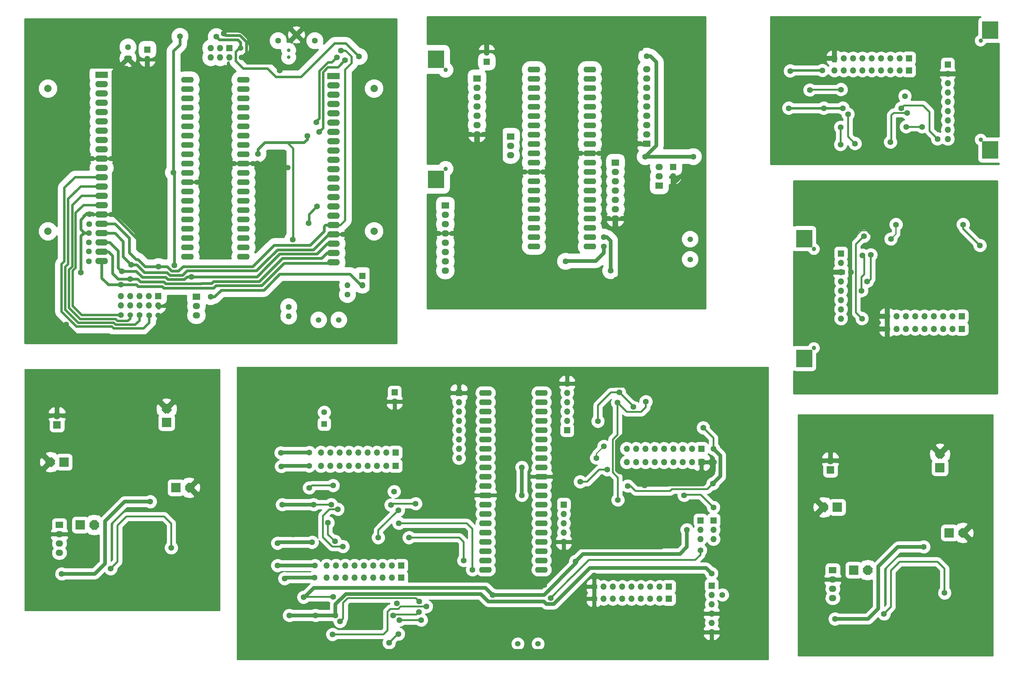
<source format=gbr>
G04 #@! TF.FileFunction,Copper,L2,Bot,Signal*
%FSLAX46Y46*%
G04 Gerber Fmt 4.6, Leading zero omitted, Abs format (unit mm)*
G04 Created by KiCad (PCBNEW 4.0.6) date 01/10/18 21:06:29*
%MOMM*%
%LPD*%
G01*
G04 APERTURE LIST*
%ADD10C,0.100000*%
%ADD11R,1.700000X1.700000*%
%ADD12O,1.700000X1.700000*%
%ADD13C,1.200000*%
%ADD14R,4.500000X4.850000*%
%ADD15C,1.600000*%
%ADD16O,1.600000X1.600000*%
%ADD17R,3.500000X1.727200*%
%ADD18O,3.500000X1.727200*%
%ADD19C,1.000000*%
%ADD20C,1.600200*%
%ADD21R,1.727200X1.727200*%
%ADD22O,1.727200X1.727200*%
%ADD23O,3.500000X1.600000*%
%ADD24C,2.000000*%
%ADD25R,2.032000X1.727200*%
%ADD26O,2.032000X1.727200*%
%ADD27C,1.500000*%
%ADD28R,2.032000X2.032000*%
%ADD29O,2.032000X2.032000*%
%ADD30R,2.540000X2.540000*%
%ADD31C,2.540000*%
%ADD32R,1.600000X1.600000*%
%ADD33C,0.500000*%
%ADD34C,1.000000*%
%ADD35C,0.350000*%
%ADD36C,0.200000*%
%ADD37C,0.400000*%
%ADD38C,0.800000*%
%ADD39C,0.635000*%
%ADD40C,0.600000*%
%ADD41C,0.700000*%
%ADD42C,0.254000*%
G04 APERTURE END LIST*
D10*
D11*
X238379000Y-79248000D03*
D12*
X238379000Y-81788000D03*
X238379000Y-84328000D03*
X238379000Y-86868000D03*
X238379000Y-89408000D03*
X238379000Y-91948000D03*
X238379000Y-94488000D03*
X238379000Y-97028000D03*
D13*
X230956000Y-105050000D03*
X230956000Y-78050000D03*
D14*
X228356000Y-107900000D03*
X228356000Y-75200000D03*
D11*
X271272000Y-96393000D03*
D12*
X268732000Y-96393000D03*
X266192000Y-96393000D03*
X263652000Y-96393000D03*
X261112000Y-96393000D03*
X258572000Y-96393000D03*
X256032000Y-96393000D03*
X253492000Y-96393000D03*
X250952000Y-96393000D03*
D11*
X271272000Y-99822000D03*
D12*
X268732000Y-99822000D03*
X266192000Y-99822000D03*
X263652000Y-99822000D03*
X261112000Y-99822000D03*
X258572000Y-99822000D03*
X256032000Y-99822000D03*
X253492000Y-99822000D03*
X250952000Y-99822000D03*
D15*
X87909400Y-93802200D03*
D16*
X87909400Y-96342200D03*
D17*
X36931600Y-30518100D03*
D18*
X36931600Y-33058100D03*
X36931600Y-35598100D03*
X36931600Y-38138100D03*
X36931600Y-40678100D03*
X36931600Y-43218100D03*
X36931600Y-45758100D03*
X36931600Y-48298100D03*
X36931600Y-50838100D03*
X36931600Y-53378100D03*
X36931600Y-55918100D03*
X36931600Y-58458100D03*
X36931600Y-60998100D03*
X36931600Y-63538100D03*
X36931600Y-66078100D03*
X36931600Y-68618100D03*
X36931600Y-71158100D03*
X36931600Y-73698100D03*
X36931600Y-76238100D03*
X36931600Y-78778100D03*
X36931600Y-81318100D03*
D11*
X49403000Y-23622000D03*
D12*
X49403000Y-26162000D03*
D11*
X107950000Y-85344000D03*
D12*
X107950000Y-87884000D03*
D19*
X87884000Y-23825200D03*
X87884000Y-25725200D03*
D15*
X103886000Y-90424000D03*
D16*
X103886000Y-87884000D03*
D20*
X44094400Y-26111200D03*
X44094400Y-22936200D03*
D21*
X71755000Y-23241000D03*
D22*
X71755000Y-25781000D03*
X69215000Y-23241000D03*
X69215000Y-25781000D03*
X66675000Y-23241000D03*
X66675000Y-25781000D03*
D23*
X60325000Y-31877000D03*
X60325000Y-34417000D03*
X60325000Y-36957000D03*
X60325000Y-39497000D03*
X60325000Y-42037000D03*
X60325000Y-44577000D03*
X60325000Y-47117000D03*
X60325000Y-49657000D03*
X60325000Y-52197000D03*
X60325000Y-54737000D03*
X60325000Y-57277000D03*
X60325000Y-59817000D03*
X60325000Y-62357000D03*
X60325000Y-64897000D03*
X60325000Y-67437000D03*
X60325000Y-69977000D03*
X60325000Y-72517000D03*
X60325000Y-75057000D03*
X60325000Y-77597000D03*
X60325000Y-80137000D03*
X75565000Y-80137000D03*
X75565000Y-77597000D03*
X75565000Y-75057000D03*
X75565000Y-72517000D03*
X75565000Y-69977000D03*
X75565000Y-67437000D03*
X75565000Y-64897000D03*
X75565000Y-62357000D03*
X75565000Y-59817000D03*
X75565000Y-57277000D03*
X75565000Y-54737000D03*
X75565000Y-52197000D03*
X75565000Y-49657000D03*
X75565000Y-47117000D03*
X75565000Y-44577000D03*
X75565000Y-42037000D03*
X75565000Y-39497000D03*
X75565000Y-36957000D03*
X75565000Y-34417000D03*
X75565000Y-31877000D03*
D24*
X111167000Y-34251000D03*
X111167000Y-73191000D03*
X22310000Y-73191000D03*
X22310000Y-34251000D03*
D17*
X100076000Y-30861000D03*
D18*
X100076000Y-33401000D03*
X100076000Y-35941000D03*
X100076000Y-38481000D03*
X100076000Y-41021000D03*
X100076000Y-43561000D03*
X100076000Y-46101000D03*
X100076000Y-48641000D03*
X100076000Y-51181000D03*
X100076000Y-53721000D03*
X100076000Y-56261000D03*
X100076000Y-58801000D03*
X100076000Y-61341000D03*
X100076000Y-63881000D03*
X100076000Y-66421000D03*
X100076000Y-68961000D03*
X100076000Y-71501000D03*
X100076000Y-74041000D03*
X100076000Y-76581000D03*
X100076000Y-79121000D03*
X100076000Y-81661000D03*
D25*
X62738000Y-91059000D03*
D26*
X62738000Y-93599000D03*
X62738000Y-96139000D03*
D11*
X52349400Y-90855800D03*
D12*
X52349400Y-93395800D03*
X49809400Y-90855800D03*
X49809400Y-93395800D03*
X47269400Y-90855800D03*
X47269400Y-93395800D03*
X44729400Y-90855800D03*
X44729400Y-93395800D03*
X42189400Y-90855800D03*
X42189400Y-93395800D03*
D15*
X90017600Y-19621600D03*
X95017600Y-21221600D03*
X85017600Y-21221600D03*
D27*
X101530600Y-97373200D03*
X96030600Y-97373200D03*
D11*
X267462000Y-27686000D03*
D12*
X267462000Y-30226000D03*
X267462000Y-32766000D03*
X267462000Y-35306000D03*
X267462000Y-37846000D03*
X267462000Y-40386000D03*
X267462000Y-42926000D03*
X267462000Y-45466000D03*
X267462000Y-48006000D03*
D13*
X276409000Y-21188000D03*
X276409000Y-48188000D03*
D14*
X279009000Y-18338000D03*
X279009000Y-51038000D03*
D11*
X256921000Y-29337000D03*
D12*
X254381000Y-29337000D03*
X251841000Y-29337000D03*
X249301000Y-29337000D03*
X246761000Y-29337000D03*
X244221000Y-29337000D03*
X241681000Y-29337000D03*
X239141000Y-29337000D03*
X236601000Y-29337000D03*
D11*
X256921000Y-26035000D03*
D12*
X254381000Y-26035000D03*
X251841000Y-26035000D03*
X249301000Y-26035000D03*
X246761000Y-26035000D03*
X244221000Y-26035000D03*
X241681000Y-26035000D03*
X239141000Y-26035000D03*
X236601000Y-26035000D03*
D28*
X24765000Y-125984000D03*
D29*
X24765000Y-123444000D03*
D25*
X25400000Y-153289000D03*
D26*
X25400000Y-155829000D03*
X25400000Y-158369000D03*
X25400000Y-160909000D03*
D30*
X26670000Y-136144000D03*
D31*
X22870000Y-136144000D03*
D30*
X54610000Y-125349000D03*
D31*
X54610000Y-121549000D03*
D30*
X57150000Y-143129000D03*
D31*
X60950000Y-143129000D03*
D30*
X31115000Y-153289000D03*
D31*
X34915000Y-153289000D03*
D28*
X235458000Y-138303000D03*
D29*
X235458000Y-135763000D03*
D25*
X236093000Y-165608000D03*
D26*
X236093000Y-168148000D03*
X236093000Y-170688000D03*
X236093000Y-173228000D03*
D30*
X237363000Y-148463000D03*
D31*
X233563000Y-148463000D03*
D30*
X265303000Y-137668000D03*
D31*
X265303000Y-133868000D03*
D30*
X267843000Y-155448000D03*
D31*
X271643000Y-155448000D03*
D30*
X241808000Y-165608000D03*
D31*
X245608000Y-165608000D03*
D25*
X188849000Y-60706000D03*
D26*
X188849000Y-58166000D03*
X188849000Y-55626000D03*
D27*
X197246000Y-75355000D03*
X197246000Y-80855000D03*
D11*
X192659000Y-55626000D03*
D12*
X192659000Y-58166000D03*
D11*
X141859000Y-26924000D03*
D12*
X141859000Y-24384000D03*
D23*
X154686000Y-29083000D03*
X154686000Y-31623000D03*
X154686000Y-34163000D03*
X154686000Y-36703000D03*
X154686000Y-39243000D03*
X154686000Y-41783000D03*
X154686000Y-44323000D03*
X154686000Y-46863000D03*
X154686000Y-49403000D03*
X154686000Y-51943000D03*
X154686000Y-54483000D03*
X154686000Y-57023000D03*
X154686000Y-59563000D03*
X154686000Y-62103000D03*
X154686000Y-64643000D03*
X154686000Y-67183000D03*
X154686000Y-69723000D03*
X154686000Y-72263000D03*
X154686000Y-74803000D03*
X154686000Y-77343000D03*
X169926000Y-77343000D03*
X169926000Y-74803000D03*
X169926000Y-72263000D03*
X169926000Y-69723000D03*
X169926000Y-67183000D03*
X169926000Y-64643000D03*
X169926000Y-62103000D03*
X169926000Y-59563000D03*
X169926000Y-57023000D03*
X169926000Y-54483000D03*
X169926000Y-51943000D03*
X169926000Y-49403000D03*
X169926000Y-46863000D03*
X169926000Y-44323000D03*
X169926000Y-41783000D03*
X169926000Y-39243000D03*
X169926000Y-36703000D03*
X169926000Y-34163000D03*
X169926000Y-31623000D03*
X169926000Y-29083000D03*
D25*
X148336000Y-47371000D03*
D26*
X148336000Y-49911000D03*
X148336000Y-52451000D03*
D25*
X185420000Y-49276000D03*
D26*
X185420000Y-46736000D03*
X185420000Y-44196000D03*
X185420000Y-41656000D03*
X185420000Y-39116000D03*
X185420000Y-36576000D03*
X185420000Y-34036000D03*
X185420000Y-31496000D03*
X185420000Y-28956000D03*
D25*
X139192000Y-31496000D03*
D26*
X139192000Y-34036000D03*
X139192000Y-36576000D03*
X139192000Y-39116000D03*
X139192000Y-41656000D03*
X139192000Y-44196000D03*
X139192000Y-46736000D03*
D25*
X176911000Y-54483000D03*
D26*
X176911000Y-57023000D03*
X176911000Y-59563000D03*
X176911000Y-62103000D03*
X176911000Y-64643000D03*
X176911000Y-67183000D03*
X176911000Y-69723000D03*
D25*
X130556000Y-66167000D03*
D26*
X130556000Y-68707000D03*
X130556000Y-71247000D03*
X130556000Y-73787000D03*
X130556000Y-76327000D03*
X130556000Y-78867000D03*
X130556000Y-81407000D03*
X130556000Y-83947000D03*
D13*
X130626000Y-56155000D03*
X130626000Y-29155000D03*
D14*
X128026000Y-59005000D03*
X128026000Y-26305000D03*
D11*
X116986000Y-133510000D03*
D12*
X114446000Y-133510000D03*
X111906000Y-133510000D03*
X109366000Y-133510000D03*
X106826000Y-133510000D03*
X104286000Y-133510000D03*
X101746000Y-133510000D03*
X99206000Y-133510000D03*
X96666000Y-133510000D03*
D11*
X200298000Y-136177000D03*
D12*
X197758000Y-136177000D03*
X195218000Y-136177000D03*
X192678000Y-136177000D03*
X190138000Y-136177000D03*
X187598000Y-136177000D03*
X185058000Y-136177000D03*
X182518000Y-136177000D03*
X179978000Y-136177000D03*
D23*
X141497000Y-117254000D03*
X141497000Y-119794000D03*
X141497000Y-122334000D03*
X141497000Y-124874000D03*
X141497000Y-127414000D03*
X141497000Y-129954000D03*
X141497000Y-132494000D03*
X141497000Y-135034000D03*
X141497000Y-137574000D03*
X141497000Y-140114000D03*
X141497000Y-142654000D03*
X141497000Y-145194000D03*
X141497000Y-147734000D03*
X141497000Y-150274000D03*
X141497000Y-152814000D03*
X141497000Y-155354000D03*
X141497000Y-157894000D03*
X141497000Y-160434000D03*
X141497000Y-162974000D03*
X141497000Y-165514000D03*
X156737000Y-165514000D03*
X156737000Y-162974000D03*
X156737000Y-160434000D03*
X156737000Y-157894000D03*
X156737000Y-155354000D03*
X156737000Y-152814000D03*
X156737000Y-150274000D03*
X156737000Y-147734000D03*
X156737000Y-145194000D03*
X156737000Y-142654000D03*
X156737000Y-140114000D03*
X156737000Y-137574000D03*
X156737000Y-135034000D03*
X156737000Y-132494000D03*
X156737000Y-129954000D03*
X156737000Y-127414000D03*
X156737000Y-124874000D03*
X156737000Y-122334000D03*
X156737000Y-119794000D03*
X156737000Y-117254000D03*
D27*
X155804000Y-185722000D03*
X150304000Y-185722000D03*
D11*
X203092000Y-169832000D03*
D12*
X203092000Y-172372000D03*
X203092000Y-174912000D03*
X203092000Y-177452000D03*
X203092000Y-179992000D03*
X203092000Y-182532000D03*
D11*
X116732000Y-117127000D03*
D12*
X116732000Y-119667000D03*
D11*
X118510000Y-167673000D03*
D12*
X115970000Y-167673000D03*
X113430000Y-167673000D03*
X110890000Y-167673000D03*
X108350000Y-167673000D03*
X105810000Y-167673000D03*
X103270000Y-167673000D03*
X100730000Y-167673000D03*
X98190000Y-167673000D03*
D11*
X118510000Y-164371000D03*
D12*
X115970000Y-164371000D03*
X113430000Y-164371000D03*
X110890000Y-164371000D03*
X108350000Y-164371000D03*
X105810000Y-164371000D03*
X103270000Y-164371000D03*
X100730000Y-164371000D03*
X98190000Y-164371000D03*
D11*
X116986000Y-137193000D03*
D12*
X114446000Y-137193000D03*
X111906000Y-137193000D03*
X109366000Y-137193000D03*
X106826000Y-137193000D03*
X104286000Y-137193000D03*
X101746000Y-137193000D03*
X99206000Y-137193000D03*
X96666000Y-137193000D03*
D11*
X200298000Y-132494000D03*
D12*
X197758000Y-132494000D03*
X195218000Y-132494000D03*
X192678000Y-132494000D03*
X190138000Y-132494000D03*
X187598000Y-132494000D03*
X185058000Y-132494000D03*
X182518000Y-132494000D03*
X179978000Y-132494000D03*
D11*
X191471500Y-170149500D03*
D12*
X188931500Y-170149500D03*
X186391500Y-170149500D03*
X183851500Y-170149500D03*
X181311500Y-170149500D03*
X178771500Y-170149500D03*
X176231500Y-170149500D03*
X173691500Y-170149500D03*
X171151500Y-170149500D03*
D11*
X191471500Y-173451500D03*
D12*
X188931500Y-173451500D03*
X186391500Y-173451500D03*
X183851500Y-173451500D03*
X181311500Y-173451500D03*
X178771500Y-173451500D03*
X176231500Y-173451500D03*
X173691500Y-173451500D03*
X171151500Y-173451500D03*
D11*
X203600000Y-152052000D03*
D12*
X203600000Y-154592000D03*
X203600000Y-157132000D03*
D11*
X200044000Y-152052000D03*
D12*
X200044000Y-154592000D03*
X200044000Y-157132000D03*
D11*
X162833000Y-147734000D03*
D12*
X162833000Y-150274000D03*
X162833000Y-152814000D03*
X162833000Y-155354000D03*
X162833000Y-157894000D03*
D11*
X163722000Y-127414000D03*
D12*
X163722000Y-124874000D03*
X163722000Y-122334000D03*
X163722000Y-119794000D03*
X163722000Y-117254000D03*
X163722000Y-114714000D03*
D11*
X134258000Y-117254000D03*
D12*
X134258000Y-119794000D03*
X134258000Y-122334000D03*
X134258000Y-124874000D03*
X134258000Y-127414000D03*
X134258000Y-129954000D03*
X134258000Y-132494000D03*
X134258000Y-135034000D03*
D32*
X97555000Y-125763000D03*
D15*
X97555000Y-122563000D03*
X255778000Y-36322000D03*
X256413000Y-40894000D03*
X251841000Y-48895000D03*
X259905500Y-82867500D03*
X247015000Y-77089000D03*
X241046000Y-84328000D03*
X240919000Y-74803000D03*
X242316000Y-102743000D03*
D19*
X272796000Y-102743000D03*
X270002000Y-102743000D03*
X267462000Y-102743000D03*
X264922000Y-102743000D03*
X262382000Y-102743000D03*
X259842000Y-102743000D03*
X257429000Y-102743000D03*
X254762000Y-102743000D03*
X272796000Y-93599000D03*
X270383000Y-93599000D03*
X267716000Y-93599000D03*
X264922000Y-93599000D03*
X262128000Y-93599000D03*
X259461000Y-93599000D03*
X256921000Y-93599000D03*
X254254000Y-93599000D03*
D15*
X250888500Y-93281500D03*
X250825000Y-102743000D03*
X183769000Y-23241000D03*
X144780000Y-21844000D03*
X158623000Y-86360000D03*
X195580000Y-58166000D03*
X177165000Y-86360000D03*
X142621000Y-46736000D03*
X162306000Y-46990000D03*
X162369500Y-54292500D03*
X176911000Y-73025000D03*
X145415000Y-86360000D03*
X157499000Y-169705000D03*
X147085000Y-145194000D03*
X147085000Y-137955000D03*
X90570000Y-129573000D03*
X84347000Y-129573000D03*
X182645000Y-118905000D03*
X168040000Y-114714000D03*
X180168500Y-156687500D03*
X162833000Y-161196000D03*
X132099000Y-160434000D03*
X132099000Y-167673000D03*
X130956000Y-184437000D03*
X91967000Y-183167000D03*
X200679000Y-142019000D03*
X203727000Y-136177000D03*
X187217000Y-129065000D03*
X184804000Y-142527000D03*
X191281000Y-150528000D03*
X200425000Y-182532000D03*
D19*
X192868500Y-176499500D03*
X190201500Y-176499500D03*
X187661500Y-176499500D03*
X185121500Y-176499500D03*
X182708500Y-176499500D03*
X180168500Y-176499500D03*
X177501500Y-176499500D03*
X174580500Y-176499500D03*
D15*
X171088000Y-176563000D03*
D19*
X192995500Y-167355500D03*
X190455500Y-167355500D03*
X187915500Y-167355500D03*
X185248500Y-167355500D03*
X182454500Y-167355500D03*
X179787500Y-167355500D03*
X177120500Y-167482500D03*
X174834500Y-167482500D03*
D15*
X171151500Y-167101500D03*
X89046000Y-155862000D03*
X91205000Y-152814000D03*
X89027000Y-75438000D03*
X107061000Y-25527000D03*
D27*
X74803000Y-23241000D03*
D15*
X68173600Y-20116800D03*
X58267600Y-20040600D03*
X92989400Y-47218600D03*
X79502000Y-52070000D03*
X56769000Y-82473800D03*
X56515000Y-57150000D03*
X229870000Y-34671000D03*
X238379000Y-34544000D03*
X198120000Y-52832000D03*
X185039000Y-52832000D03*
X185420000Y-25400000D03*
X166008000Y-163228000D03*
X143402000Y-172372000D03*
X151403000Y-145194000D03*
X151403000Y-137574000D03*
X180232000Y-142654000D03*
X172104000Y-125001000D03*
X196361000Y-154592000D03*
X203473000Y-142019000D03*
X181756000Y-121064000D03*
X200806000Y-126779000D03*
X177946000Y-117127000D03*
X203600000Y-132494000D03*
X91967000Y-173007000D03*
X99968000Y-172880000D03*
X93491000Y-143162000D03*
X99968000Y-142527000D03*
X271653000Y-71374000D03*
X276225000Y-77089000D03*
X203600000Y-148496000D03*
X195599000Y-145194000D03*
X253365000Y-71374000D03*
X251968000Y-75311000D03*
X185185000Y-119667000D03*
X177438000Y-119921000D03*
X177565000Y-146464000D03*
X244221000Y-79756000D03*
X243967000Y-89408000D03*
X245491000Y-86868000D03*
X246507000Y-79629000D03*
X171723000Y-135034000D03*
X173755000Y-131859000D03*
X264668000Y-48006000D03*
X254762000Y-39624000D03*
X244094000Y-97028000D03*
X244602000Y-74549000D03*
D27*
X27305000Y-98552000D03*
X52324000Y-96139000D03*
D15*
X43078400Y-55524400D03*
X85471000Y-29311600D03*
D27*
X75057000Y-25781000D03*
D15*
X70231000Y-19253200D03*
X50114200Y-29870400D03*
X30124400Y-29768800D03*
X48234600Y-76022200D03*
X68072000Y-48895000D03*
X68199000Y-58166000D03*
X31267400Y-84455000D03*
X33451800Y-73685400D03*
X33604200Y-68554600D03*
X44958000Y-82296000D03*
D27*
X79375000Y-54610000D03*
X87655400Y-55829200D03*
X110236000Y-81915000D03*
D15*
X33451800Y-81407000D03*
X42189400Y-87782400D03*
X33451800Y-78663800D03*
X44704000Y-86233000D03*
X233553000Y-26035000D03*
X226187000Y-26035000D03*
X247396000Y-40386000D03*
X44577000Y-117094000D03*
X44450000Y-122174000D03*
X255270000Y-129413000D03*
X255143000Y-134493000D03*
X93491000Y-133510000D03*
X85744000Y-133637000D03*
X206013000Y-172372000D03*
X95015000Y-164371000D03*
X84855000Y-164371000D03*
X94253000Y-158021000D03*
X84855000Y-158275000D03*
X61404500Y-85598000D03*
X33451800Y-76225400D03*
X42418000Y-84074000D03*
X52451000Y-82804000D03*
X102108000Y-23876000D03*
X33502600Y-71196200D03*
X120669000Y-156751000D03*
X135528000Y-162974000D03*
X260477000Y-44704000D03*
X256159000Y-44704000D03*
X137941000Y-165514000D03*
X117875000Y-152814000D03*
X115208000Y-185453000D03*
X117748000Y-183040000D03*
X95631000Y-66421000D03*
X93345000Y-70993000D03*
X66598800Y-91008200D03*
X49911000Y-96139000D03*
X47244000Y-96012000D03*
D27*
X44678600Y-96062800D03*
D15*
X42164000Y-96012000D03*
X100990400Y-25781000D03*
X95453200Y-43484800D03*
X103251000Y-26492200D03*
X96189800Y-46101000D03*
X224155000Y-39624000D03*
X238887000Y-39624000D03*
X233680000Y-39624000D03*
X224536000Y-29464000D03*
X233299000Y-29337000D03*
X203092000Y-166530000D03*
X93491000Y-137193000D03*
X85871000Y-137320000D03*
X86125000Y-147734000D03*
X88030000Y-177960000D03*
X86760000Y-167927000D03*
X94888000Y-167673000D03*
X94634000Y-147734000D03*
X99460000Y-147734000D03*
X100603000Y-177960000D03*
X95142000Y-177960000D03*
X242189000Y-49276000D03*
X240284000Y-41275000D03*
X238252000Y-49530000D03*
X238252000Y-44831000D03*
X55880000Y-159512000D03*
X39370000Y-165227000D03*
X266573000Y-171831000D03*
X250063000Y-177546000D03*
X50165000Y-146939000D03*
X26035000Y-166624000D03*
X260858000Y-159258000D03*
X236728000Y-178943000D03*
X159258000Y-173228000D03*
X200044000Y-160180000D03*
X173736000Y-77343000D03*
X163322000Y-81407000D03*
X173736000Y-74803000D03*
X175641000Y-83947000D03*
X125368000Y-175547000D03*
X99841000Y-183167000D03*
X116605000Y-144178000D03*
X117367000Y-174658000D03*
X98571000Y-152687000D03*
X100476000Y-157767000D03*
X123463000Y-174150000D03*
X101873000Y-179611000D03*
X101238000Y-149004000D03*
X102635000Y-159164000D03*
X123971000Y-179230000D03*
X118002000Y-179230000D03*
X117748000Y-149258000D03*
X112287000Y-156751000D03*
X115716000Y-147861000D03*
X122447000Y-147480000D03*
X116351000Y-177960000D03*
X123336000Y-177071000D03*
X167278000Y-141511000D03*
X174644000Y-138209000D03*
D33*
X252730000Y-40894000D02*
X256413000Y-40894000D01*
X252095000Y-41529000D02*
X252730000Y-40894000D01*
X252095000Y-48641000D02*
X252095000Y-41529000D01*
X251841000Y-48895000D02*
X252095000Y-48641000D01*
D34*
X250888500Y-85026500D02*
X250761500Y-85026500D01*
X253047500Y-82867500D02*
X250888500Y-85026500D01*
X259905500Y-82867500D02*
X253047500Y-82867500D01*
X248539000Y-96520000D02*
X242316000Y-102743000D01*
X248539000Y-87249000D02*
X248539000Y-96520000D01*
X250761500Y-85026500D02*
X248539000Y-87249000D01*
D35*
X240919000Y-74803000D02*
X242189000Y-74803000D01*
X247015000Y-74676000D02*
X247015000Y-77089000D01*
X245364000Y-73025000D02*
X247015000Y-74676000D01*
X243967000Y-73025000D02*
X245364000Y-73025000D01*
X242189000Y-74803000D02*
X243967000Y-73025000D01*
D34*
X241046000Y-84328000D02*
X240919000Y-84455000D01*
X240919000Y-84455000D02*
X240919000Y-74803000D01*
X250825000Y-102743000D02*
X254762000Y-102743000D01*
X254762000Y-102743000D02*
X257429000Y-102743000D01*
X257429000Y-102743000D02*
X259842000Y-102743000D01*
X259842000Y-102743000D02*
X262382000Y-102743000D01*
X262382000Y-102743000D02*
X264922000Y-102743000D01*
X264922000Y-102743000D02*
X267462000Y-102743000D01*
X267462000Y-102743000D02*
X270002000Y-102743000D01*
X270002000Y-102743000D02*
X272796000Y-102743000D01*
X272796000Y-102743000D02*
X273050000Y-102743000D01*
D35*
X272796000Y-93599000D02*
X272732500Y-93662500D01*
X270383000Y-93599000D02*
X270383000Y-93662500D01*
X267716000Y-93599000D02*
X267716000Y-93662500D01*
X264922000Y-93599000D02*
X264922000Y-93662500D01*
X262128000Y-93599000D02*
X262128000Y-93662500D01*
X259461000Y-93599000D02*
X259461000Y-93662500D01*
X256921000Y-93599000D02*
X256921000Y-93662500D01*
X254254000Y-93599000D02*
X254254000Y-93662500D01*
D34*
X259397500Y-93662500D02*
X259461000Y-93662500D01*
X259461000Y-93662500D02*
X262128000Y-93662500D01*
X262128000Y-93662500D02*
X264922000Y-93662500D01*
X264922000Y-93662500D02*
X267716000Y-93662500D01*
X267716000Y-93662500D02*
X270383000Y-93662500D01*
X270383000Y-93662500D02*
X272732500Y-93662500D01*
X272732500Y-93662500D02*
X272796000Y-93726000D01*
D36*
X259461000Y-93726000D02*
X259397500Y-93662500D01*
D34*
X250888500Y-93281500D02*
X251269500Y-93281500D01*
X251650500Y-93662500D02*
X254254000Y-93662500D01*
X254254000Y-93662500D02*
X254571500Y-93662500D01*
X251269500Y-93281500D02*
X251650500Y-93662500D01*
X240919000Y-84963000D02*
X240919000Y-101346000D01*
X240919000Y-101346000D02*
X242316000Y-102743000D01*
X242316000Y-102743000D02*
X250825000Y-102743000D01*
X256857500Y-93662500D02*
X256921000Y-93662500D01*
X256921000Y-93662500D02*
X259397500Y-93662500D01*
D33*
X259397500Y-93662500D02*
X259524500Y-93535500D01*
D34*
X254571500Y-93662500D02*
X256857500Y-93662500D01*
X177165000Y-86360000D02*
X191008000Y-86360000D01*
X194818000Y-58166000D02*
X192151000Y-60833000D01*
X192151000Y-60833000D02*
X192151000Y-85217000D01*
X192151000Y-85217000D02*
X191008000Y-86360000D01*
X194818000Y-58166000D02*
X195580000Y-58166000D01*
X145732500Y-56578500D02*
X145732500Y-22796500D01*
X145732500Y-22796500D02*
X144780000Y-21844000D01*
X144780000Y-21844000D02*
X144653000Y-21844000D01*
X162369500Y-54292500D02*
X162369500Y-56705500D01*
X159639000Y-85344000D02*
X158623000Y-86360000D01*
X159639000Y-59436000D02*
X159639000Y-85344000D01*
X162369500Y-56705500D02*
X159639000Y-59436000D01*
X142621000Y-46736000D02*
X142621000Y-53467000D01*
X142621000Y-53467000D02*
X145732500Y-56578500D01*
X145732500Y-56578500D02*
X146685000Y-57531000D01*
X146685000Y-57531000D02*
X146685000Y-85090000D01*
X195580000Y-58166000D02*
X195453000Y-58166000D01*
X176911000Y-73025000D02*
X176911000Y-73533000D01*
X176911000Y-73533000D02*
X178054000Y-74676000D01*
X178054000Y-74676000D02*
X178054000Y-85471000D01*
X178054000Y-85471000D02*
X177165000Y-86360000D01*
X162369500Y-54292500D02*
X162369500Y-47053500D01*
X162369500Y-47053500D02*
X162306000Y-46990000D01*
X162369500Y-54292500D02*
X162433000Y-54229000D01*
X146685000Y-85090000D02*
X145415000Y-86360000D01*
D33*
X157499000Y-169705000D02*
X157499000Y-169653000D01*
X162833000Y-164319000D02*
X162833000Y-161196000D01*
X157499000Y-169653000D02*
X162833000Y-164319000D01*
D34*
X147085000Y-137955000D02*
X147085000Y-145194000D01*
X84347000Y-129573000D02*
X90570000Y-129573000D01*
D37*
X182645000Y-118905000D02*
X182645000Y-116492000D01*
X182645000Y-116492000D02*
X181502000Y-115349000D01*
D34*
X187217000Y-129065000D02*
X188995000Y-129065000D01*
X188995000Y-129065000D02*
X190138000Y-127922000D01*
X190138000Y-127922000D02*
X190138000Y-117381000D01*
X190138000Y-117381000D02*
X188106000Y-115349000D01*
X188106000Y-115349000D02*
X181502000Y-115349000D01*
X181502000Y-115349000D02*
X168675000Y-115349000D01*
X168675000Y-115349000D02*
X168040000Y-114714000D01*
D33*
X180168500Y-156687500D02*
X180168500Y-158084500D01*
X180168500Y-158084500D02*
X178835000Y-159418000D01*
D34*
X200679000Y-142019000D02*
X200552000Y-142019000D01*
X178708000Y-129065000D02*
X187217000Y-129065000D01*
X177311000Y-130462000D02*
X178708000Y-129065000D01*
X177311000Y-138336000D02*
X177311000Y-130462000D01*
X177946000Y-138971000D02*
X177311000Y-138336000D01*
X197504000Y-138971000D02*
X177946000Y-138971000D01*
X200552000Y-142019000D02*
X197504000Y-138971000D01*
X162833000Y-161196000D02*
X164992000Y-161196000D01*
X166770000Y-159418000D02*
X178835000Y-159418000D01*
X164992000Y-161196000D02*
X166770000Y-159418000D01*
X191281000Y-157513000D02*
X191281000Y-150528000D01*
X189376000Y-159418000D02*
X191281000Y-157513000D01*
X178835000Y-159418000D02*
X189376000Y-159418000D01*
X132099000Y-160434000D02*
X132099000Y-167673000D01*
X130956000Y-184437000D02*
X134131000Y-187612000D01*
X91967000Y-183167000D02*
X96412000Y-187612000D01*
X96412000Y-187612000D02*
X134258000Y-187612000D01*
X200425000Y-185707000D02*
X200425000Y-182532000D01*
X134258000Y-187612000D02*
X198520000Y-187612000D01*
X198520000Y-187612000D02*
X200425000Y-185707000D01*
D33*
X184804000Y-142527000D02*
X200171000Y-142527000D01*
X200171000Y-142527000D02*
X200679000Y-142019000D01*
D34*
X203727000Y-138463000D02*
X200679000Y-141511000D01*
X203727000Y-136177000D02*
X203727000Y-138463000D01*
X200679000Y-141511000D02*
X200679000Y-142019000D01*
X192868500Y-176499500D02*
X197948500Y-176499500D01*
X197948500Y-176499500D02*
X200425000Y-178976000D01*
X200425000Y-178976000D02*
X200425000Y-182532000D01*
X190201500Y-176499500D02*
X192868500Y-176499500D01*
X187661500Y-176499500D02*
X190201500Y-176499500D01*
X185121500Y-176499500D02*
X187661500Y-176499500D01*
X182708500Y-176499500D02*
X185121500Y-176499500D01*
X180168500Y-176499500D02*
X182708500Y-176499500D01*
X177501500Y-176499500D02*
X180168500Y-176499500D01*
X174580500Y-176499500D02*
X177501500Y-176499500D01*
X171088000Y-176563000D02*
X174517000Y-176563000D01*
D33*
X174517000Y-176563000D02*
X174580500Y-176499500D01*
D34*
X190455500Y-167355500D02*
X192995500Y-167355500D01*
X187915500Y-167355500D02*
X190455500Y-167355500D01*
X185248500Y-167355500D02*
X187915500Y-167355500D01*
X182454500Y-167355500D02*
X185248500Y-167355500D01*
X179787500Y-167355500D02*
X182454500Y-167355500D01*
X177120500Y-167482500D02*
X179660500Y-167482500D01*
D33*
X179660500Y-167482500D02*
X179787500Y-167355500D01*
D34*
X174834500Y-167482500D02*
X177120500Y-167482500D01*
D33*
X171151500Y-167101500D02*
X171532500Y-167101500D01*
D34*
X171913500Y-167482500D02*
X174834500Y-167482500D01*
D33*
X171532500Y-167101500D02*
X171913500Y-167482500D01*
D34*
X91205000Y-153703000D02*
X91205000Y-152814000D01*
X89046000Y-155862000D02*
X91205000Y-153703000D01*
X91205000Y-153068000D02*
X91205000Y-152814000D01*
D38*
X74803000Y-23241000D02*
X74549000Y-23241000D01*
D39*
X91313000Y-31115000D02*
X92989400Y-29438600D01*
X84455000Y-31115000D02*
X91313000Y-31115000D01*
X82169000Y-28829000D02*
X84455000Y-31115000D01*
X75565000Y-28829000D02*
X82169000Y-28829000D01*
X73533000Y-26797000D02*
X75565000Y-28829000D01*
X73533000Y-24257000D02*
X73533000Y-26797000D01*
X74549000Y-23241000D02*
X73533000Y-24257000D01*
D40*
X87312500Y-48996600D02*
X87477600Y-48996600D01*
X89090500Y-75374500D02*
X89027000Y-75438000D01*
X89090500Y-50609500D02*
X89090500Y-75374500D01*
X87477600Y-48996600D02*
X89090500Y-50609500D01*
D39*
X103505000Y-21971000D02*
X107061000Y-25527000D01*
X100457000Y-21971000D02*
X103505000Y-21971000D01*
X92989400Y-29438600D02*
X100457000Y-21971000D01*
D38*
X74803000Y-21691600D02*
X74803000Y-23241000D01*
X74041000Y-20929600D02*
X74803000Y-21691600D01*
X68986400Y-20929600D02*
X74041000Y-20929600D01*
X68173600Y-20116800D02*
X68986400Y-20929600D01*
X56515000Y-24028400D02*
X56515000Y-57150000D01*
X58267600Y-22275800D02*
X58267600Y-20040600D01*
X56515000Y-24028400D02*
X58267600Y-22275800D01*
X92989400Y-47218600D02*
X92989400Y-48082200D01*
X92989400Y-48082200D02*
X92075000Y-48996600D01*
X92075000Y-48996600D02*
X90322400Y-48996600D01*
X79502000Y-52070000D02*
X79502000Y-50850800D01*
X81356200Y-48996600D02*
X87312500Y-48996600D01*
X87312500Y-48996600D02*
X90322400Y-48996600D01*
X79502000Y-50850800D02*
X81356200Y-48996600D01*
X56769000Y-82473800D02*
X56769000Y-57404000D01*
X56769000Y-57404000D02*
X56515000Y-57150000D01*
X56464200Y-57200800D02*
X56515000Y-57150000D01*
D40*
X56515000Y-57150000D02*
X56388000Y-57150000D01*
D33*
X229997000Y-34544000D02*
X238379000Y-34544000D01*
D35*
X229870000Y-34671000D02*
X229997000Y-34544000D01*
D34*
X185039000Y-52832000D02*
X198120000Y-52832000D01*
X185420000Y-25400000D02*
X186436000Y-25400000D01*
X188087000Y-49784000D02*
X185039000Y-52832000D01*
X188087000Y-27051000D02*
X188087000Y-49784000D01*
X186436000Y-25400000D02*
X188087000Y-27051000D01*
X166008000Y-163228000D02*
X166008000Y-163811000D01*
X166008000Y-163811000D02*
X157447000Y-172372000D01*
X156737000Y-172372000D02*
X143402000Y-172372000D01*
X157447000Y-172372000D02*
X156737000Y-172372000D01*
X166008000Y-163228000D02*
X168040000Y-161196000D01*
X125622000Y-170467000D02*
X141497000Y-170467000D01*
X141497000Y-170467000D02*
X143402000Y-172372000D01*
X166008000Y-163228000D02*
X165881000Y-163228000D01*
X151403000Y-145194000D02*
X151403000Y-137574000D01*
D33*
X182772000Y-144051000D02*
X191789000Y-144051000D01*
X180232000Y-142654000D02*
X180994000Y-142654000D01*
X180994000Y-142654000D02*
X182391000Y-144051000D01*
X182391000Y-144051000D02*
X182772000Y-144051000D01*
X201949000Y-143543000D02*
X203473000Y-142019000D01*
X192297000Y-143543000D02*
X201949000Y-143543000D01*
X191789000Y-144051000D02*
X192297000Y-143543000D01*
X177946000Y-117127000D02*
X175660000Y-117127000D01*
X172104000Y-120683000D02*
X175660000Y-117127000D01*
X172104000Y-120683000D02*
X172104000Y-125001000D01*
D34*
X196361000Y-154592000D02*
X196361000Y-159291000D01*
X168040000Y-161196000D02*
X194456000Y-161196000D01*
X194456000Y-161196000D02*
X196361000Y-159291000D01*
X91967000Y-173007000D02*
X91967000Y-173261000D01*
X91967000Y-173261000D02*
X94761000Y-170467000D01*
X94761000Y-170467000D02*
X125622000Y-170467000D01*
X125622000Y-170467000D02*
X125749000Y-170467000D01*
X203600000Y-132494000D02*
X205505000Y-134399000D01*
X205505000Y-139987000D02*
X205505000Y-134399000D01*
X203473000Y-142019000D02*
X205505000Y-139987000D01*
D33*
X181756000Y-121064000D02*
X181756000Y-120937000D01*
X203600000Y-129573000D02*
X203600000Y-132494000D01*
X200806000Y-126779000D02*
X203600000Y-129573000D01*
X181756000Y-120937000D02*
X177946000Y-117127000D01*
X91967000Y-173007000D02*
X92094000Y-172880000D01*
X92094000Y-172880000D02*
X99968000Y-172880000D01*
X94253000Y-142527000D02*
X93618000Y-143162000D01*
X93618000Y-143162000D02*
X93491000Y-143162000D01*
X99968000Y-142527000D02*
X94253000Y-142527000D01*
X271653000Y-71374000D02*
X271653000Y-72517000D01*
X271653000Y-72517000D02*
X276225000Y-77089000D01*
X276225000Y-77089000D02*
X275844000Y-76708000D01*
X200171000Y-145067000D02*
X203600000Y-148496000D01*
X195726000Y-145067000D02*
X200171000Y-145067000D01*
X195599000Y-145194000D02*
X195726000Y-145067000D01*
D35*
X253365000Y-73914000D02*
X253365000Y-71374000D01*
X251968000Y-75311000D02*
X253365000Y-73914000D01*
D33*
X177565000Y-146464000D02*
X177565000Y-140368000D01*
X177438000Y-128684000D02*
X177438000Y-119921000D01*
X176168000Y-129954000D02*
X177438000Y-128684000D01*
X176168000Y-138971000D02*
X176168000Y-129954000D01*
X177565000Y-140368000D02*
X176168000Y-138971000D01*
X177438000Y-119921000D02*
X179978000Y-122461000D01*
X179978000Y-122461000D02*
X183915000Y-122461000D01*
X183915000Y-122461000D02*
X185185000Y-121191000D01*
X185185000Y-121191000D02*
X185185000Y-119667000D01*
D35*
X177565000Y-120048000D02*
X177438000Y-119921000D01*
X177565000Y-146464000D02*
X177565000Y-146591000D01*
D33*
X244729000Y-80264000D02*
X244221000Y-79756000D01*
X243967000Y-89408000D02*
X243967000Y-85725000D01*
X243967000Y-85725000D02*
X244729000Y-84963000D01*
X244729000Y-84963000D02*
X244729000Y-80264000D01*
X245491000Y-86868000D02*
X245872000Y-86868000D01*
X246507000Y-86233000D02*
X246507000Y-79629000D01*
X245872000Y-86868000D02*
X246507000Y-86233000D01*
D35*
X171723000Y-135034000D02*
X171723000Y-133891000D01*
X171723000Y-133891000D02*
X173755000Y-131859000D01*
D33*
X262509000Y-40640000D02*
X260731000Y-38862000D01*
X262509000Y-45847000D02*
X262509000Y-40640000D01*
X264668000Y-48006000D02*
X262509000Y-45847000D01*
X260731000Y-38862000D02*
X255524000Y-38862000D01*
X255524000Y-38862000D02*
X254762000Y-39624000D01*
X255016000Y-39370000D02*
X254762000Y-39624000D01*
X242443000Y-86741000D02*
X242443000Y-76708000D01*
X244094000Y-97028000D02*
X242443000Y-95377000D01*
X242443000Y-95377000D02*
X242443000Y-86741000D01*
X242443000Y-76708000D02*
X244602000Y-74549000D01*
D38*
X52324000Y-96139000D02*
X52324000Y-98425000D01*
D39*
X43078400Y-55524400D02*
X41808400Y-55524400D01*
D38*
X41808400Y-55524400D02*
X40005000Y-53721000D01*
X40005000Y-29591000D02*
X41224200Y-28371800D01*
X40005000Y-53721000D02*
X40005000Y-29591000D01*
X58351602Y-85217000D02*
X58902600Y-85217000D01*
X54737000Y-84404200D02*
X55549800Y-85217000D01*
X55549800Y-85217000D02*
X58351602Y-85217000D01*
X46482000Y-82296000D02*
X46101000Y-82296000D01*
X44958000Y-82296000D02*
X46101000Y-82296000D01*
X46482000Y-82296000D02*
X48590200Y-84404200D01*
X48590200Y-84404200D02*
X52857400Y-84404200D01*
X52857400Y-84404200D02*
X54737000Y-84404200D01*
X58902600Y-85217000D02*
X60172600Y-83947000D01*
X81407000Y-81661000D02*
X84836000Y-78232000D01*
X84836000Y-78232000D02*
X94615000Y-78232000D01*
X94615000Y-78232000D02*
X98806000Y-74041000D01*
X60172600Y-83947000D02*
X79121000Y-83947000D01*
X79121000Y-83947000D02*
X81407000Y-81661000D01*
X98806000Y-74041000D02*
X100076000Y-74041000D01*
X98806000Y-74041000D02*
X100076000Y-74041000D01*
X40043100Y-57289700D02*
X40043100Y-68618100D01*
X41808400Y-55524400D02*
X40043100Y-57289700D01*
X31267400Y-84455000D02*
X31038800Y-84455000D01*
X29946600Y-29946600D02*
X30124400Y-29768800D01*
D39*
X85471000Y-29311600D02*
X83515200Y-27355800D01*
X83515200Y-27355800D02*
X76631800Y-27355800D01*
X76631800Y-27355800D02*
X75057000Y-25781000D01*
D38*
X76377800Y-24460200D02*
X75057000Y-25781000D01*
X70231000Y-19253200D02*
X70713600Y-19735800D01*
X70713600Y-19735800D02*
X74574400Y-19735800D01*
X74574400Y-19735800D02*
X76377800Y-21539200D01*
X76377800Y-21539200D02*
X76377800Y-24460200D01*
X30124400Y-29768800D02*
X30124400Y-29489400D01*
X31242000Y-28371800D02*
X41224200Y-28371800D01*
X30124400Y-29489400D02*
X31242000Y-28371800D01*
X45186600Y-29870400D02*
X50114200Y-29870400D01*
X43688000Y-28371800D02*
X45186600Y-29870400D01*
X41224200Y-28371800D02*
X43688000Y-28371800D01*
X31267400Y-84455000D02*
X31165800Y-84455000D01*
D39*
X47371000Y-75946000D02*
X48158400Y-75946000D01*
X48158400Y-75946000D02*
X48234600Y-76022200D01*
D38*
X40043100Y-68618100D02*
X47371000Y-75946000D01*
X36931600Y-68618100D02*
X40043100Y-68618100D01*
X68199000Y-58166000D02*
X68199000Y-49022000D01*
X68199000Y-49022000D02*
X68072000Y-48895000D01*
X68199000Y-58166000D02*
X68199000Y-58039000D01*
X32232600Y-73685400D02*
X32029400Y-73685400D01*
X31267400Y-74447400D02*
X31267400Y-84455000D01*
X32029400Y-73685400D02*
X31267400Y-74447400D01*
X32740600Y-68554600D02*
X33604200Y-68554600D01*
X32740600Y-68554600D02*
X32689800Y-68554600D01*
X32232600Y-73685400D02*
X33451800Y-73685400D01*
X31216600Y-72669400D02*
X32232600Y-73685400D01*
X31216600Y-70027800D02*
X31216600Y-72669400D01*
X32689800Y-68554600D02*
X31216600Y-70027800D01*
X60172600Y-83904002D02*
X60172600Y-83947000D01*
X60172600Y-83947000D02*
X60172600Y-83947000D01*
X40551100Y-73698100D02*
X36931600Y-73698100D01*
X42799000Y-75946000D02*
X40551100Y-73698100D01*
X42799000Y-80137000D02*
X42799000Y-75946000D01*
X44958000Y-82296000D02*
X42799000Y-80137000D01*
X86258400Y-54610000D02*
X79375000Y-54610000D01*
X87477600Y-55829200D02*
X86258400Y-54610000D01*
X87655400Y-55829200D02*
X87477600Y-55829200D01*
X54737000Y-100838000D02*
X55626000Y-101727000D01*
X110236000Y-98552000D02*
X110236000Y-81915000D01*
X107950000Y-100838000D02*
X110236000Y-98552000D01*
X54737000Y-100838000D02*
X52324000Y-98425000D01*
X107061000Y-101727000D02*
X107950000Y-100838000D01*
X55626000Y-101727000D02*
X107061000Y-101727000D01*
X49911000Y-100838000D02*
X49149000Y-101600000D01*
X49149000Y-101600000D02*
X30226000Y-101600000D01*
X30226000Y-101600000D02*
X29464000Y-100838000D01*
X49911000Y-100838000D02*
X52324000Y-98425000D01*
X29464000Y-100838000D02*
X27305000Y-98679000D01*
X27305000Y-98679000D02*
X27305000Y-98552000D01*
X85344000Y-83185000D02*
X86614000Y-81915000D01*
X46380400Y-87782400D02*
X46863000Y-88265000D01*
X46863000Y-88265000D02*
X53467000Y-88265000D01*
X53467000Y-88265000D02*
X53848000Y-88646000D01*
X53848000Y-88646000D02*
X67437000Y-88646000D01*
X67437000Y-88646000D02*
X68072000Y-88011000D01*
X68072000Y-88011000D02*
X80518000Y-88011000D01*
X80518000Y-88011000D02*
X85344000Y-83185000D01*
X42189400Y-87782400D02*
X46380400Y-87782400D01*
X86614000Y-81915000D02*
X99822000Y-81915000D01*
X99822000Y-81915000D02*
X100076000Y-81661000D01*
X33401000Y-81356200D02*
X33299400Y-81356200D01*
X33451800Y-81407000D02*
X33401000Y-81356200D01*
X36931600Y-81318100D02*
X36931600Y-85953600D01*
X36931600Y-85953600D02*
X38760400Y-87782400D01*
X38760400Y-87782400D02*
X42189400Y-87782400D01*
X42189400Y-87782400D02*
X42164000Y-87757000D01*
X98679000Y-81661000D02*
X100076000Y-81661000D01*
X53892450Y-86963250D02*
X54381400Y-87452200D01*
X52114450Y-86963250D02*
X47466250Y-86963250D01*
X52114450Y-86963250D02*
X53892450Y-86963250D01*
X44704000Y-86233000D02*
X46736000Y-86233000D01*
X46736000Y-86233000D02*
X47466250Y-86963250D01*
X47466250Y-86963250D02*
X47498000Y-86995000D01*
X44704000Y-86233000D02*
X45212000Y-86233000D01*
X39878000Y-84582000D02*
X39878000Y-84709000D01*
X38773100Y-78778100D02*
X39878000Y-79883000D01*
X39878000Y-79883000D02*
X39878000Y-84582000D01*
D39*
X36931600Y-78778100D02*
X38773100Y-78778100D01*
D38*
X41402000Y-86233000D02*
X44704000Y-86233000D01*
X39878000Y-84709000D02*
X41402000Y-86233000D01*
D41*
X226187000Y-26035000D02*
X233553000Y-26035000D01*
D34*
X44450000Y-122174000D02*
X44450000Y-117221000D01*
D33*
X44450000Y-117221000D02*
X44577000Y-117094000D01*
D34*
X255143000Y-134493000D02*
X255143000Y-129540000D01*
D33*
X255143000Y-129540000D02*
X255270000Y-129413000D01*
D38*
X83947000Y-82804000D02*
X86233000Y-80518000D01*
X64198500Y-87376000D02*
X66865500Y-87376000D01*
X66865500Y-87376000D02*
X67373500Y-86868000D01*
X67373500Y-86868000D02*
X79883000Y-86868000D01*
X79883000Y-86868000D02*
X80391000Y-86360000D01*
X80391000Y-86360000D02*
X83947000Y-82804000D01*
X98298000Y-79121000D02*
X100076000Y-79121000D01*
X96901000Y-80518000D02*
X98298000Y-79121000D01*
X86233000Y-80518000D02*
X96901000Y-80518000D01*
X60515500Y-87452200D02*
X64122300Y-87452200D01*
X64122300Y-87452200D02*
X64198500Y-87376000D01*
X54381400Y-87452200D02*
X60515500Y-87452200D01*
X60515500Y-87452200D02*
X60579000Y-87452200D01*
D39*
X64122300Y-87452200D02*
X64198500Y-87376000D01*
D34*
X85871000Y-133510000D02*
X93491000Y-133510000D01*
X85744000Y-133637000D02*
X85871000Y-133510000D01*
X84855000Y-164371000D02*
X95015000Y-164371000D01*
X85109000Y-158021000D02*
X94253000Y-158021000D01*
X84855000Y-158275000D02*
X85109000Y-158021000D01*
D38*
X82677000Y-82169000D02*
X85471000Y-79375000D01*
X61404500Y-85598000D02*
X65532000Y-85598000D01*
X65532000Y-85598000D02*
X79248000Y-85598000D01*
X95631000Y-79375000D02*
X98425000Y-76581000D01*
X85471000Y-79375000D02*
X95631000Y-79375000D01*
X98425000Y-76581000D02*
X100076000Y-76581000D01*
D40*
X98425000Y-76581000D02*
X100076000Y-76581000D01*
D38*
X52451000Y-85725000D02*
X54381400Y-85725000D01*
X60198000Y-85598000D02*
X61404500Y-85598000D01*
X59478998Y-86317002D02*
X60198000Y-85598000D01*
X54973402Y-86317002D02*
X59478998Y-86317002D01*
X54381400Y-85725000D02*
X54973402Y-86317002D01*
X48006000Y-85725000D02*
X52451000Y-85725000D01*
X52451000Y-85725000D02*
X52501800Y-85725000D01*
X42418000Y-84074000D02*
X46355000Y-84074000D01*
X46355000Y-84074000D02*
X48006000Y-85725000D01*
X41402000Y-82804000D02*
X41402000Y-83185000D01*
X41402000Y-83185000D02*
X42291000Y-84074000D01*
X42291000Y-84074000D02*
X42418000Y-84074000D01*
X39154100Y-76238100D02*
X41402000Y-78486000D01*
X41402000Y-78486000D02*
X41402000Y-82804000D01*
X36931600Y-76238100D02*
X39154100Y-76238100D01*
X79248000Y-85598000D02*
X82677000Y-82169000D01*
X93726000Y-76962000D02*
X97536000Y-73152000D01*
X54762400Y-82804000D02*
X56007000Y-84048600D01*
X52451000Y-82804000D02*
X54762400Y-82804000D01*
X97536000Y-73152000D02*
X97536000Y-71882000D01*
X97536000Y-71882000D02*
X97917000Y-71501000D01*
X97917000Y-71501000D02*
X100076000Y-71501000D01*
X80264000Y-80645000D02*
X83947000Y-76962000D01*
X56007000Y-84048600D02*
X57835800Y-84048600D01*
X57835800Y-84048600D02*
X59080400Y-82804000D01*
X59080400Y-82804000D02*
X59588400Y-82804000D01*
X78105000Y-82804000D02*
X80264000Y-80645000D01*
X59588400Y-82804000D02*
X78105000Y-82804000D01*
X83947000Y-76962000D02*
X93726000Y-76962000D01*
X36931600Y-71158100D02*
X40551100Y-71158100D01*
X44450000Y-75057000D02*
X44450000Y-78994000D01*
X44450000Y-78994000D02*
X46355000Y-80899000D01*
X46355000Y-80899000D02*
X46863000Y-80899000D01*
X46863000Y-80899000D02*
X48768000Y-82804000D01*
X48768000Y-82804000D02*
X52451000Y-82804000D01*
X40551100Y-71158100D02*
X44450000Y-75057000D01*
D40*
X99187000Y-71501000D02*
X100076000Y-71501000D01*
X103251000Y-70231000D02*
X103251000Y-29083000D01*
X103251000Y-29083000D02*
X105029000Y-27305000D01*
X105029000Y-27305000D02*
X105029000Y-25527000D01*
X105029000Y-25527000D02*
X103378000Y-23876000D01*
X103378000Y-23876000D02*
X102108000Y-23876000D01*
X100076000Y-71501000D02*
X101981000Y-71501000D01*
X101981000Y-71501000D02*
X103251000Y-70231000D01*
D33*
X135528000Y-162974000D02*
X135528000Y-158910000D01*
X134385000Y-156751000D02*
X120669000Y-156751000D01*
X135528000Y-157894000D02*
X134385000Y-156751000D01*
X135528000Y-158910000D02*
X135528000Y-157894000D01*
X260477000Y-44704000D02*
X256159000Y-44704000D01*
X256159000Y-44704000D02*
X256032000Y-44704000D01*
X128289000Y-152814000D02*
X136417000Y-152814000D01*
X137941000Y-154338000D02*
X136417000Y-152814000D01*
X137941000Y-157894000D02*
X137941000Y-154338000D01*
X137941000Y-157894000D02*
X137941000Y-165514000D01*
X128289000Y-152814000D02*
X120796000Y-152814000D01*
X117875000Y-152814000D02*
X120796000Y-152814000D01*
X115208000Y-185453000D02*
X117621000Y-183040000D01*
X117748000Y-183040000D02*
X117621000Y-183040000D01*
D39*
X93472000Y-68580000D02*
X95631000Y-66421000D01*
X93472000Y-70866000D02*
X93472000Y-68580000D01*
X93345000Y-70993000D02*
X93472000Y-70866000D01*
D38*
X66598800Y-91008200D02*
X66649600Y-91059000D01*
X66649600Y-91059000D02*
X67665600Y-91059000D01*
X104597200Y-84861400D02*
X107619800Y-87884000D01*
X85471000Y-84861400D02*
X104597200Y-84861400D01*
X81102200Y-89230200D02*
X85471000Y-84861400D01*
X69494400Y-89230200D02*
X81102200Y-89230200D01*
X67665600Y-91059000D02*
X69494400Y-89230200D01*
X107619800Y-87884000D02*
X107950000Y-87884000D01*
D39*
X36931600Y-58458100D02*
X29679900Y-58458100D01*
X26797000Y-63881000D02*
X26797000Y-81407000D01*
X26797000Y-81407000D02*
X26035000Y-82169000D01*
X26035000Y-82169000D02*
X26035000Y-95123000D01*
X26035000Y-95123000D02*
X30099000Y-99187000D01*
X30099000Y-99187000D02*
X39751000Y-99187000D01*
X39751000Y-99187000D02*
X40259000Y-99695000D01*
X40259000Y-99695000D02*
X48387000Y-99695000D01*
X48387000Y-99695000D02*
X49911000Y-98171000D01*
X49911000Y-98171000D02*
X49911000Y-96139000D01*
X26797000Y-61341000D02*
X26797000Y-63881000D01*
X29679900Y-58458100D02*
X26797000Y-61341000D01*
X36931600Y-60998100D02*
X31203900Y-60998100D01*
X47244000Y-97536000D02*
X47244000Y-96012000D01*
X46101000Y-98679000D02*
X47244000Y-97536000D01*
X40767000Y-98679000D02*
X46101000Y-98679000D01*
X40259000Y-98171000D02*
X40767000Y-98679000D01*
X30607000Y-98171000D02*
X40259000Y-98171000D01*
X27051000Y-94615000D02*
X30607000Y-98171000D01*
X27051000Y-82931000D02*
X27051000Y-94615000D01*
X27813000Y-82169000D02*
X27051000Y-82931000D01*
X27813000Y-64389000D02*
X27813000Y-82169000D01*
X31203900Y-60998100D02*
X27813000Y-64389000D01*
X36931600Y-63538100D02*
X31457900Y-63538100D01*
X44678600Y-97053400D02*
X44678600Y-96062800D01*
X44069000Y-97663000D02*
X44678600Y-97053400D01*
X41275000Y-97663000D02*
X44069000Y-97663000D01*
X40767000Y-97155000D02*
X41275000Y-97663000D01*
X31115000Y-97155000D02*
X40767000Y-97155000D01*
X28067000Y-94107000D02*
X31115000Y-97155000D01*
X28067000Y-83693000D02*
X28067000Y-94107000D01*
X28959998Y-82800002D02*
X28067000Y-83693000D01*
X28959998Y-66036002D02*
X28959998Y-82800002D01*
X31457900Y-63538100D02*
X28959998Y-66036002D01*
X36931600Y-66078100D02*
X31965900Y-66078100D01*
X31496000Y-96012000D02*
X42164000Y-96012000D01*
X29083000Y-93599000D02*
X31496000Y-96012000D01*
X29083000Y-83947000D02*
X29083000Y-93599000D01*
X29845000Y-83185000D02*
X29083000Y-83947000D01*
X29845000Y-68199000D02*
X29845000Y-83185000D01*
X31965900Y-66078100D02*
X29845000Y-68199000D01*
X95453200Y-43484800D02*
X95453200Y-43230800D01*
X99669600Y-27101800D02*
X100990400Y-25781000D01*
X98628200Y-27101800D02*
X99669600Y-27101800D01*
X96266000Y-29464000D02*
X98628200Y-27101800D01*
X96266000Y-42418000D02*
X96266000Y-29464000D01*
X95453200Y-43230800D02*
X96266000Y-42418000D01*
X96189800Y-46101000D02*
X97256600Y-45034200D01*
X103251000Y-26543000D02*
X103251000Y-26492200D01*
X101320600Y-28473400D02*
X103251000Y-26543000D01*
X98577400Y-28473400D02*
X101320600Y-28473400D01*
X97256600Y-29794200D02*
X98577400Y-28473400D01*
X97256600Y-45034200D02*
X97256600Y-29794200D01*
D41*
X224155000Y-39624000D02*
X233680000Y-39624000D01*
X238887000Y-39624000D02*
X233680000Y-39624000D01*
D33*
X224536000Y-29464000D02*
X224663000Y-29337000D01*
D41*
X224663000Y-29337000D02*
X233299000Y-29337000D01*
D34*
X100603000Y-177960000D02*
X100603000Y-174987000D01*
X154070000Y-174150000D02*
X155956000Y-174150000D01*
X124860000Y-172118000D02*
X140227000Y-172118000D01*
X117240000Y-172118000D02*
X115081000Y-172118000D01*
X117240000Y-172118000D02*
X124860000Y-172118000D01*
X140227000Y-172118000D02*
X142259000Y-174150000D01*
X154070000Y-174150000D02*
X142259000Y-174150000D01*
X103472000Y-172118000D02*
X115081000Y-172118000D01*
X100603000Y-174987000D02*
X103472000Y-172118000D01*
X155956000Y-174150000D02*
X157386000Y-174150000D01*
X157386000Y-174150000D02*
X158115000Y-174879000D01*
X158115000Y-174879000D02*
X160072000Y-174879000D01*
X160072000Y-174879000D02*
X161563000Y-173388000D01*
X168421000Y-166530000D02*
X161563000Y-173388000D01*
X169945000Y-165006000D02*
X168421000Y-166530000D01*
X203092000Y-166530000D02*
X201568000Y-165006000D01*
X201568000Y-165006000D02*
X169945000Y-165006000D01*
X155975000Y-174150000D02*
X155956000Y-174150000D01*
X85998000Y-137193000D02*
X93491000Y-137193000D01*
X85871000Y-137320000D02*
X85998000Y-137193000D01*
X86125000Y-147734000D02*
X94634000Y-147734000D01*
X88030000Y-177960000D02*
X95142000Y-177960000D01*
X86760000Y-167927000D02*
X87014000Y-167673000D01*
X87014000Y-167673000D02*
X94888000Y-167673000D01*
D33*
X94634000Y-147734000D02*
X99460000Y-147734000D01*
D34*
X95142000Y-177960000D02*
X100603000Y-177960000D01*
D33*
X242189000Y-49276000D02*
X240284000Y-47371000D01*
X240284000Y-47371000D02*
X240284000Y-41275000D01*
X238252000Y-49530000D02*
X238252000Y-44831000D01*
D35*
X238252000Y-44831000D02*
X238252000Y-44958000D01*
D33*
X55880000Y-152908000D02*
X55880000Y-159512000D01*
X53975000Y-151003000D02*
X55880000Y-152908000D01*
X43688000Y-151003000D02*
X53975000Y-151003000D01*
X41275000Y-153416000D02*
X43688000Y-151003000D01*
X41275000Y-163322000D02*
X41275000Y-153416000D01*
X39370000Y-165227000D02*
X41275000Y-163322000D01*
X266573000Y-165227000D02*
X266573000Y-171831000D01*
X264668000Y-163322000D02*
X266573000Y-165227000D01*
X254381000Y-163322000D02*
X264668000Y-163322000D01*
X251968000Y-165735000D02*
X254381000Y-163322000D01*
X251968000Y-175641000D02*
X251968000Y-165735000D01*
X250063000Y-177546000D02*
X251968000Y-175641000D01*
D34*
X26035000Y-166624000D02*
X35052000Y-166624000D01*
X41148000Y-148971000D02*
X43180000Y-146939000D01*
X43180000Y-146939000D02*
X50165000Y-146939000D01*
X37846000Y-152273000D02*
X41148000Y-148971000D01*
X37846000Y-163830000D02*
X37846000Y-152273000D01*
X35052000Y-166624000D02*
X37846000Y-163830000D01*
X236728000Y-178943000D02*
X245745000Y-178943000D01*
X251841000Y-161290000D02*
X253873000Y-159258000D01*
X253873000Y-159258000D02*
X260858000Y-159258000D01*
X248539000Y-164592000D02*
X251841000Y-161290000D01*
X248539000Y-176149000D02*
X248539000Y-164592000D01*
X245745000Y-178943000D02*
X248539000Y-176149000D01*
D33*
X165137500Y-167348500D02*
X165189500Y-167348500D01*
X165137500Y-167348500D02*
X159258000Y-173228000D01*
X200044000Y-160180000D02*
X200044000Y-161450000D01*
X169691000Y-162847000D02*
X165189500Y-167348500D01*
X165189500Y-167348500D02*
X165119000Y-167419000D01*
X198647000Y-162847000D02*
X169691000Y-162847000D01*
X200044000Y-161450000D02*
X198647000Y-162847000D01*
D34*
X173736000Y-77343000D02*
X173736000Y-79121000D01*
X173736000Y-79121000D02*
X172085000Y-80772000D01*
X171577000Y-81280000D02*
X172085000Y-80772000D01*
X163449000Y-81280000D02*
X171577000Y-81280000D01*
X163322000Y-81407000D02*
X163449000Y-81280000D01*
X174625000Y-74803000D02*
X175641000Y-75819000D01*
X175641000Y-75819000D02*
X175641000Y-79502000D01*
X173736000Y-74803000D02*
X174625000Y-74803000D01*
X175641000Y-79248000D02*
X175641000Y-79502000D01*
X175641000Y-83947000D02*
X175641000Y-79248000D01*
D33*
X118383000Y-175547000D02*
X117748000Y-176182000D01*
X117748000Y-176182000D02*
X115589000Y-176182000D01*
X115589000Y-176182000D02*
X114827000Y-176944000D01*
X114827000Y-176944000D02*
X114827000Y-182024000D01*
X114827000Y-182024000D02*
X113684000Y-183167000D01*
X113684000Y-183167000D02*
X99841000Y-183167000D01*
X125368000Y-175547000D02*
X118383000Y-175547000D01*
D35*
X99841000Y-183167000D02*
X99841000Y-183294000D01*
D33*
X98571000Y-152687000D02*
X98571000Y-155862000D01*
X98571000Y-155862000D02*
X100476000Y-157767000D01*
X101873000Y-179611000D02*
X101948000Y-179611000D01*
X122541000Y-173228000D02*
X123463000Y-174150000D01*
X104013000Y-173228000D02*
X122541000Y-173228000D01*
X102743000Y-174498000D02*
X104013000Y-173228000D01*
X102743000Y-178816000D02*
X102743000Y-174498000D01*
X101948000Y-179611000D02*
X102743000Y-178816000D01*
X101873000Y-179611000D02*
X101873000Y-179432000D01*
X97174000Y-154846000D02*
X97174000Y-156624000D01*
X97174000Y-154846000D02*
X97174000Y-150782000D01*
X97174000Y-150782000D02*
X98952000Y-149004000D01*
X98952000Y-149004000D02*
X101238000Y-149004000D01*
X99714000Y-159164000D02*
X102635000Y-159164000D01*
X97174000Y-156624000D02*
X99714000Y-159164000D01*
X123971000Y-179230000D02*
X118002000Y-179230000D01*
X112287000Y-154719000D02*
X117748000Y-149258000D01*
X112287000Y-156751000D02*
X112287000Y-154719000D01*
D35*
X115716000Y-147861000D02*
X116097000Y-147480000D01*
D33*
X116097000Y-147480000D02*
X122447000Y-147480000D01*
X116605000Y-177706000D02*
X116351000Y-177960000D01*
X122701000Y-177706000D02*
X116605000Y-177706000D01*
X123336000Y-177071000D02*
X122701000Y-177706000D01*
X171723000Y-138971000D02*
X172485000Y-138209000D01*
X167278000Y-141511000D02*
X169183000Y-141511000D01*
X169183000Y-141511000D02*
X171723000Y-138971000D01*
X172485000Y-138209000D02*
X174644000Y-138209000D01*
X280928000Y-59559000D02*
X225548000Y-59559000D01*
X280928000Y-59959000D02*
X225548000Y-59959000D01*
X280928000Y-60359000D02*
X225548000Y-60359000D01*
X280928000Y-60759000D02*
X225548000Y-60759000D01*
X280928000Y-61159000D02*
X225548000Y-61159000D01*
X280928000Y-61559000D02*
X225548000Y-61559000D01*
X280928000Y-61959000D02*
X225548000Y-61959000D01*
X280928000Y-62359000D02*
X225548000Y-62359000D01*
X280928000Y-62759000D02*
X225548000Y-62759000D01*
X280928000Y-63159000D02*
X225548000Y-63159000D01*
X280928000Y-63559000D02*
X225548000Y-63559000D01*
X280928000Y-63959000D02*
X225548000Y-63959000D01*
X280928000Y-64359000D02*
X225548000Y-64359000D01*
X280928000Y-64759000D02*
X225548000Y-64759000D01*
X280928000Y-65159000D02*
X225548000Y-65159000D01*
X280928000Y-65559000D02*
X225548000Y-65559000D01*
X280928000Y-65959000D02*
X225548000Y-65959000D01*
X280928000Y-66359000D02*
X225548000Y-66359000D01*
X280928000Y-66759000D02*
X225548000Y-66759000D01*
X280928000Y-67159000D02*
X225548000Y-67159000D01*
X280928000Y-67559000D02*
X225548000Y-67559000D01*
X280928000Y-67959000D02*
X225548000Y-67959000D01*
X280928000Y-68359000D02*
X225548000Y-68359000D01*
X280928000Y-68759000D02*
X225548000Y-68759000D01*
X280928000Y-69159000D02*
X225548000Y-69159000D01*
X252394591Y-69559000D02*
X225548000Y-69559000D01*
X270682591Y-69559000D02*
X254337623Y-69559000D01*
X280928000Y-69559000D02*
X272625623Y-69559000D01*
X251879845Y-69959000D02*
X225548000Y-69959000D01*
X270167845Y-69959000D02*
X254849039Y-69959000D01*
X280928000Y-69959000D02*
X273137039Y-69959000D01*
X251575372Y-70359000D02*
X225548000Y-70359000D01*
X269863372Y-70359000D02*
X255151959Y-70359000D01*
X280928000Y-70359000D02*
X273439959Y-70359000D01*
X251399834Y-70759000D02*
X225548000Y-70759000D01*
X269687834Y-70759000D02*
X255328916Y-70759000D01*
X280928000Y-70759000D02*
X273616916Y-70759000D01*
X251317715Y-71159000D02*
X225548000Y-71159000D01*
X269605715Y-71159000D02*
X255412319Y-71159000D01*
X280928000Y-71159000D02*
X273700319Y-71159000D01*
X225828881Y-71559000D02*
X225548000Y-71559000D01*
X251314623Y-71559000D02*
X230887811Y-71559000D01*
X269602623Y-71559000D02*
X255409697Y-71559000D01*
X280928000Y-71559000D02*
X273697697Y-71559000D01*
X251391692Y-71959000D02*
X231557562Y-71959000D01*
X269679692Y-71959000D02*
X255334423Y-71959000D01*
X280928000Y-71959000D02*
X273622423Y-71959000D01*
X251560853Y-72359000D02*
X231778992Y-72359000D01*
X269848853Y-72359000D02*
X255170550Y-72359000D01*
X280928000Y-72359000D02*
X273616320Y-72359000D01*
X243593387Y-72759000D02*
X231860773Y-72759000D01*
X251852521Y-72759000D02*
X245614371Y-72759000D01*
X270140522Y-72759000D02*
X254883387Y-72759000D01*
X280928000Y-72759000D02*
X274016320Y-72759000D01*
X243091316Y-73159000D02*
X231862048Y-73159000D01*
X251940000Y-73159000D02*
X246110865Y-73159000D01*
X270303610Y-73159000D02*
X254790000Y-73159000D01*
X280928000Y-73159000D02*
X274416320Y-73159000D01*
X242795862Y-73559000D02*
X231862048Y-73559000D01*
X250901317Y-73559000D02*
X246405569Y-73559000D01*
X270574642Y-73559000D02*
X254790000Y-73559000D01*
X280928000Y-73559000D02*
X274816320Y-73559000D01*
X242631521Y-73959000D02*
X231862048Y-73959000D01*
X250418511Y-73959000D02*
X246575067Y-73959000D01*
X270973680Y-73959000D02*
X254787045Y-73959000D01*
X280928000Y-73959000D02*
X275216320Y-73959000D01*
X242554366Y-74359000D02*
X231862048Y-74359000D01*
X250145575Y-74359000D02*
X246651934Y-74359000D01*
X271373680Y-74359000D02*
X254711948Y-74359000D01*
X280928000Y-74359000D02*
X275616320Y-74359000D01*
X242270680Y-74759000D02*
X231862048Y-74759000D01*
X249989444Y-74759000D02*
X246646348Y-74759000D01*
X271773680Y-74759000D02*
X254507288Y-74759000D01*
X280928000Y-74759000D02*
X276016320Y-74759000D01*
X241870680Y-75159000D02*
X231862048Y-75159000D01*
X249919836Y-75159000D02*
X246565743Y-75159000D01*
X272173680Y-75159000D02*
X254135254Y-75159000D01*
X280928000Y-75159000D02*
X276924049Y-75159000D01*
X241470680Y-75559000D02*
X231862048Y-75559000D01*
X249929185Y-75559000D02*
X246396419Y-75559000D01*
X272573680Y-75559000D02*
X254011818Y-75559000D01*
X280928000Y-75559000D02*
X277594840Y-75559000D01*
X241150709Y-75959000D02*
X231862048Y-75959000D01*
X250019635Y-75959000D02*
X246094135Y-75959000D01*
X272973680Y-75959000D02*
X253923110Y-75959000D01*
X280928000Y-75959000D02*
X277935553Y-75959000D01*
X240987558Y-76359000D02*
X231862048Y-76359000D01*
X250204453Y-76359000D02*
X245575922Y-76359000D01*
X273373680Y-76359000D02*
X253737559Y-76359000D01*
X280928000Y-76359000D02*
X278141516Y-76359000D01*
X240943000Y-76759000D02*
X232281304Y-76759000D01*
X250516360Y-76759000D02*
X244513320Y-76759000D01*
X273773680Y-76759000D02*
X253420231Y-76759000D01*
X280928000Y-76759000D02*
X278249548Y-76759000D01*
X237326151Y-77159000D02*
X232585215Y-77159000D01*
X240943000Y-77159000D02*
X239348964Y-77159000D01*
X251077153Y-77159000D02*
X244113320Y-77159000D01*
X274173680Y-77159000D02*
X252872675Y-77159000D01*
X280928000Y-77159000D02*
X278271303Y-77159000D01*
X236610135Y-77559000D02*
X232744777Y-77559000D01*
X240943000Y-77559000D02*
X240161707Y-77559000D01*
X274226930Y-77559000D02*
X243943000Y-77559000D01*
X280928000Y-77559000D02*
X278220550Y-77559000D01*
X236362832Y-77959000D02*
X232804816Y-77959000D01*
X240943000Y-77959000D02*
X240394869Y-77959000D01*
X245315007Y-77959000D02*
X245222993Y-77959000D01*
X274364531Y-77959000D02*
X247697279Y-77959000D01*
X280928000Y-77959000D02*
X278081751Y-77959000D01*
X236278495Y-78359000D02*
X232783023Y-78359000D01*
X240943000Y-78359000D02*
X240481938Y-78359000D01*
X274604523Y-78359000D02*
X248124537Y-78359000D01*
X280928000Y-78359000D02*
X277837955Y-78359000D01*
X225595636Y-78759000D02*
X225548000Y-78759000D01*
X236272952Y-78759000D02*
X232665496Y-78759000D01*
X240943000Y-78759000D02*
X240485048Y-78759000D01*
X275035667Y-78759000D02*
X248365812Y-78759000D01*
X280928000Y-78759000D02*
X277419527Y-78759000D01*
X229469711Y-79159000D02*
X225548000Y-79159000D01*
X236272952Y-79159000D02*
X232437763Y-79159000D01*
X240943000Y-79159000D02*
X240485048Y-79159000D01*
X280928000Y-79159000D02*
X248503828Y-79159000D01*
X229885472Y-79559000D02*
X225548000Y-79559000D01*
X236272952Y-79559000D02*
X232030951Y-79559000D01*
X240943000Y-79559000D02*
X240485048Y-79559000D01*
X280928000Y-79559000D02*
X248555258Y-79559000D01*
X236272952Y-79959000D02*
X225548000Y-79959000D01*
X240943000Y-79959000D02*
X240485048Y-79959000D01*
X280928000Y-79959000D02*
X248534358Y-79959000D01*
X236308008Y-80359000D02*
X225548000Y-80359000D01*
X240943000Y-80359000D02*
X240447957Y-80359000D01*
X280928000Y-80359000D02*
X248426083Y-80359000D01*
X236475301Y-80759000D02*
X225548000Y-80759000D01*
X240943000Y-80759000D02*
X240295097Y-80759000D01*
X280928000Y-80759000D02*
X248218714Y-80759000D01*
X236375727Y-81159000D02*
X225548000Y-81159000D01*
X240943000Y-81159000D02*
X240382653Y-81159000D01*
X280928000Y-81159000D02*
X248007000Y-81159000D01*
X236291419Y-81559000D02*
X225548000Y-81559000D01*
X240943000Y-81559000D02*
X240466935Y-81559000D01*
X280928000Y-81559000D02*
X248007000Y-81559000D01*
X236285786Y-81959000D02*
X225548000Y-81959000D01*
X240943000Y-81959000D02*
X240472678Y-81959000D01*
X280928000Y-81959000D02*
X248007000Y-81959000D01*
X236358276Y-82359000D02*
X225548000Y-82359000D01*
X240943000Y-82359000D02*
X240400227Y-82359000D01*
X280928000Y-82359000D02*
X248007000Y-82359000D01*
X236309332Y-82759000D02*
X225548000Y-82759000D01*
X240943000Y-82759000D02*
X240448669Y-82759000D01*
X280928000Y-82759000D02*
X248007000Y-82759000D01*
X236057272Y-83159000D02*
X225548000Y-83159000D01*
X240943000Y-83159000D02*
X240700729Y-83159000D01*
X280928000Y-83159000D02*
X248007000Y-83159000D01*
X235957573Y-83559000D02*
X225548000Y-83559000D01*
X280928000Y-83559000D02*
X248007000Y-83559000D01*
X239229000Y-83959000D02*
X225548000Y-83959000D01*
X280928000Y-83959000D02*
X248007000Y-83959000D01*
X239229000Y-84359000D02*
X225548000Y-84359000D01*
X280928000Y-84359000D02*
X248007000Y-84359000D01*
X236253423Y-84759000D02*
X225548000Y-84759000D01*
X238804000Y-84759000D02*
X237954000Y-84759000D01*
X280928000Y-84759000D02*
X248007000Y-84759000D01*
X235916166Y-85159000D02*
X225548000Y-85159000D01*
X280928000Y-85159000D02*
X248007000Y-85159000D01*
X236096340Y-85559000D02*
X225548000Y-85559000D01*
X240943000Y-85559000D02*
X240661659Y-85559000D01*
X280928000Y-85559000D02*
X248007000Y-85559000D01*
X236359815Y-85959000D02*
X225548000Y-85959000D01*
X240943000Y-85959000D02*
X240398184Y-85959000D01*
X280928000Y-85959000D02*
X248007000Y-85959000D01*
X236338581Y-86359000D02*
X225548000Y-86359000D01*
X240943000Y-86359000D02*
X240417971Y-86359000D01*
X280928000Y-86359000D02*
X247995070Y-86359000D01*
X236278806Y-86759000D02*
X225548000Y-86759000D01*
X240943000Y-86759000D02*
X240477856Y-86759000D01*
X280928000Y-86759000D02*
X247907237Y-86759000D01*
X236296707Y-87159000D02*
X225548000Y-87159000D01*
X240943000Y-87159000D02*
X240460065Y-87159000D01*
X280928000Y-87159000D02*
X247678759Y-87159000D01*
X236393594Y-87559000D02*
X225548000Y-87559000D01*
X240943000Y-87559000D02*
X240363081Y-87559000D01*
X280928000Y-87559000D02*
X247427447Y-87559000D01*
X236580850Y-87959000D02*
X225548000Y-87959000D01*
X240943000Y-87959000D02*
X240175182Y-87959000D01*
X280928000Y-87959000D02*
X247230226Y-87959000D01*
X236560108Y-88359000D02*
X225548000Y-88359000D01*
X240943000Y-88359000D02*
X240199107Y-88359000D01*
X280928000Y-88359000D02*
X246898076Y-88359000D01*
X236381918Y-88759000D02*
X225548000Y-88759000D01*
X240943000Y-88759000D02*
X240376767Y-88759000D01*
X280928000Y-88759000D02*
X246284815Y-88759000D01*
X236293521Y-89159000D02*
X225548000Y-89159000D01*
X240943000Y-89159000D02*
X240465115Y-89159000D01*
X280928000Y-89159000D02*
X246007587Y-89159000D01*
X236283966Y-89559000D02*
X225548000Y-89559000D01*
X240943000Y-89559000D02*
X240474780Y-89559000D01*
X280928000Y-89559000D02*
X246012172Y-89559000D01*
X236352390Y-89959000D02*
X225548000Y-89959000D01*
X240943000Y-89959000D02*
X240406418Y-89959000D01*
X280928000Y-89959000D02*
X245944148Y-89959000D01*
X236507660Y-90359000D02*
X225548000Y-90359000D01*
X240943000Y-90359000D02*
X240250880Y-90359000D01*
X280928000Y-90359000D02*
X245787687Y-90359000D01*
X236640017Y-90759000D02*
X225548000Y-90759000D01*
X240943000Y-90759000D02*
X240114916Y-90759000D01*
X280928000Y-90759000D02*
X245521091Y-90759000D01*
X236425255Y-91159000D02*
X225548000Y-91159000D01*
X240943000Y-91159000D02*
X240335031Y-91159000D01*
X280928000Y-91159000D02*
X245033891Y-91159000D01*
X236308235Y-91559000D02*
X225548000Y-91559000D01*
X240943000Y-91559000D02*
X240452374Y-91559000D01*
X280928000Y-91559000D02*
X243943000Y-91559000D01*
X236271225Y-91959000D02*
X225548000Y-91959000D01*
X240943000Y-91959000D02*
X240488777Y-91959000D01*
X280928000Y-91959000D02*
X243943000Y-91959000D01*
X236311186Y-92359000D02*
X225548000Y-92359000D01*
X240943000Y-92359000D02*
X240447452Y-92359000D01*
X280928000Y-92359000D02*
X243943000Y-92359000D01*
X236434470Y-92759000D02*
X225548000Y-92759000D01*
X240943000Y-92759000D02*
X240325935Y-92759000D01*
X280928000Y-92759000D02*
X243943000Y-92759000D01*
X236660772Y-93159000D02*
X225548000Y-93159000D01*
X240943000Y-93159000D02*
X240099783Y-93159000D01*
X280928000Y-93159000D02*
X243943000Y-93159000D01*
X236495224Y-93559000D02*
X225548000Y-93559000D01*
X240943000Y-93559000D02*
X240261841Y-93559000D01*
X280928000Y-93559000D02*
X243943000Y-93559000D01*
X236344772Y-93959000D02*
X225548000Y-93959000D01*
X240943000Y-93959000D02*
X240412085Y-93959000D01*
X250051385Y-93959000D02*
X243943000Y-93959000D01*
X251735365Y-93959000D02*
X250168636Y-93959000D01*
X280928000Y-93959000D02*
X251852616Y-93959000D01*
X236280908Y-94359000D02*
X225548000Y-94359000D01*
X240943000Y-94359000D02*
X240476036Y-94359000D01*
X249336631Y-94359000D02*
X243943000Y-94359000D01*
X251377000Y-94359000D02*
X250527000Y-94359000D01*
X252966111Y-94359000D02*
X252567370Y-94359000D01*
X255506111Y-94359000D02*
X254021740Y-94359000D01*
X258046111Y-94359000D02*
X256561740Y-94359000D01*
X260586111Y-94359000D02*
X259101740Y-94359000D01*
X263126111Y-94359000D02*
X261641740Y-94359000D01*
X265666111Y-94359000D02*
X264181740Y-94359000D01*
X268206111Y-94359000D02*
X266721740Y-94359000D01*
X270041549Y-94359000D02*
X269261740Y-94359000D01*
X280928000Y-94359000D02*
X272521443Y-94359000D01*
X236294887Y-94759000D02*
X225548000Y-94759000D01*
X240943000Y-94759000D02*
X240462167Y-94759000D01*
X248938466Y-94759000D02*
X243946320Y-94759000D01*
X251377000Y-94759000D02*
X250527000Y-94759000D01*
X280928000Y-94759000D02*
X273094648Y-94759000D01*
X236387708Y-95159000D02*
X225548000Y-95159000D01*
X240943000Y-95159000D02*
X240369272Y-95159000D01*
X248669177Y-95159000D02*
X244938162Y-95159000D01*
X251377000Y-95159000D02*
X250527000Y-95159000D01*
X280928000Y-95159000D02*
X273304902Y-95159000D01*
X236570394Y-95559000D02*
X225548000Y-95559000D01*
X240960379Y-95559000D02*
X240185996Y-95559000D01*
X248490811Y-95559000D02*
X245524416Y-95559000D01*
X251377000Y-95559000D02*
X250527000Y-95559000D01*
X280928000Y-95559000D02*
X273378048Y-95559000D01*
X236570922Y-95959000D02*
X225548000Y-95959000D01*
X241061707Y-95959000D02*
X240188651Y-95959000D01*
X248816747Y-95959000D02*
X245845081Y-95959000D01*
X251377000Y-95959000D02*
X250527000Y-95959000D01*
X280928000Y-95959000D02*
X273378048Y-95959000D01*
X236388109Y-96359000D02*
X225548000Y-96359000D01*
X241316744Y-96359000D02*
X240370881Y-96359000D01*
X251392167Y-96359000D02*
X246035658Y-96359000D01*
X280928000Y-96359000D02*
X273378048Y-96359000D01*
X236295623Y-96759000D02*
X225548000Y-96759000D01*
X241703680Y-96759000D02*
X240463295Y-96759000D01*
X251426890Y-96759000D02*
X246130627Y-96759000D01*
X280928000Y-96759000D02*
X273378048Y-96759000D01*
X236282146Y-97159000D02*
X225548000Y-97159000D01*
X242041883Y-97159000D02*
X240476882Y-97159000D01*
X248532191Y-97159000D02*
X246139451Y-97159000D01*
X251377000Y-97159000D02*
X250527000Y-97159000D01*
X280928000Y-97159000D02*
X273378048Y-97159000D01*
X236346504Y-97559000D02*
X225548000Y-97559000D01*
X242107126Y-97559000D02*
X240412609Y-97559000D01*
X248638854Y-97559000D02*
X246075692Y-97559000D01*
X251377000Y-97559000D02*
X250527000Y-97559000D01*
X280928000Y-97559000D02*
X273333141Y-97559000D01*
X236497204Y-97959000D02*
X225548000Y-97959000D01*
X242257683Y-97959000D02*
X240261694Y-97959000D01*
X248890349Y-97959000D02*
X245923592Y-97959000D01*
X251377000Y-97959000D02*
X250527000Y-97959000D01*
X280928000Y-97959000D02*
X273145696Y-97959000D01*
X236757255Y-98359000D02*
X225548000Y-98359000D01*
X242529374Y-98359000D02*
X240000510Y-98359000D01*
X248817468Y-98359000D02*
X245663925Y-98359000D01*
X251377000Y-98359000D02*
X250527000Y-98359000D01*
X280928000Y-98359000D02*
X273207329Y-98359000D01*
X237180336Y-98759000D02*
X225548000Y-98759000D01*
X242992434Y-98759000D02*
X239573518Y-98759000D01*
X248592926Y-98759000D02*
X245192406Y-98759000D01*
X251377000Y-98759000D02*
X250527000Y-98759000D01*
X280928000Y-98759000D02*
X273357857Y-98759000D01*
X248620471Y-99159000D02*
X225548000Y-99159000D01*
X251377000Y-99159000D02*
X250527000Y-99159000D01*
X280928000Y-99159000D02*
X273378048Y-99159000D01*
X251417277Y-99559000D02*
X225548000Y-99559000D01*
X280928000Y-99559000D02*
X273378048Y-99559000D01*
X251404436Y-99959000D02*
X225548000Y-99959000D01*
X280928000Y-99959000D02*
X273378048Y-99959000D01*
X248728466Y-100359000D02*
X225548000Y-100359000D01*
X251377000Y-100359000D02*
X250527000Y-100359000D01*
X280928000Y-100359000D02*
X273378048Y-100359000D01*
X248536739Y-100759000D02*
X225548000Y-100759000D01*
X251377000Y-100759000D02*
X250527000Y-100759000D01*
X280928000Y-100759000D02*
X273365684Y-100759000D01*
X248728311Y-101159000D02*
X225548000Y-101159000D01*
X251377000Y-101159000D02*
X250527000Y-101159000D01*
X280928000Y-101159000D02*
X273266531Y-101159000D01*
X249023297Y-101559000D02*
X225548000Y-101559000D01*
X251377000Y-101559000D02*
X250527000Y-101559000D01*
X254840602Y-101559000D02*
X254679651Y-101559000D01*
X257380602Y-101559000D02*
X257219651Y-101559000D01*
X259920602Y-101559000D02*
X259759651Y-101559000D01*
X262460602Y-101559000D02*
X262299651Y-101559000D01*
X265000602Y-101559000D02*
X264839651Y-101559000D01*
X267540602Y-101559000D02*
X267379651Y-101559000D01*
X280928000Y-101559000D02*
X272999955Y-101559000D01*
X249489850Y-101959000D02*
X225548000Y-101959000D01*
X251396049Y-101959000D02*
X250507950Y-101959000D01*
X280928000Y-101959000D02*
X252414149Y-101959000D01*
X280928000Y-102359000D02*
X225548000Y-102359000D01*
X280928000Y-102759000D02*
X225548000Y-102759000D01*
X280928000Y-103159000D02*
X225548000Y-103159000D01*
X229855738Y-103559000D02*
X225548000Y-103559000D01*
X280928000Y-103559000D02*
X232053983Y-103559000D01*
X229460812Y-103959000D02*
X225548000Y-103959000D01*
X280928000Y-103959000D02*
X232452335Y-103959000D01*
X280928000Y-104359000D02*
X232672258Y-104359000D01*
X280928000Y-104759000D02*
X232784378Y-104759000D01*
X280928000Y-105159000D02*
X232802024Y-105159000D01*
X280928000Y-105559000D02*
X232737584Y-105559000D01*
X280928000Y-105959000D02*
X232576450Y-105959000D01*
X280928000Y-106359000D02*
X232264167Y-106359000D01*
X280928000Y-106759000D02*
X231862048Y-106759000D01*
X280928000Y-107159000D02*
X231862048Y-107159000D01*
X280928000Y-107559000D02*
X231862048Y-107559000D01*
X280928000Y-107959000D02*
X231862048Y-107959000D01*
X280928000Y-108359000D02*
X231862048Y-108359000D01*
X280928000Y-108759000D02*
X231862048Y-108759000D01*
X280928000Y-109159000D02*
X231862048Y-109159000D01*
X280928000Y-109559000D02*
X231862048Y-109559000D01*
X280928000Y-109959000D02*
X231862048Y-109959000D01*
X280928000Y-110359000D02*
X231857216Y-110359000D01*
X280928000Y-110759000D02*
X231774422Y-110759000D01*
X280928000Y-111159000D02*
X231529126Y-111159000D01*
X225950852Y-111559000D02*
X225548000Y-111559000D01*
X280928000Y-111559000D02*
X230824994Y-111559000D01*
X280928000Y-111959000D02*
X225548000Y-111959000D01*
X280928000Y-112359000D02*
X225548000Y-112359000D01*
X280928000Y-112759000D02*
X225548000Y-112759000D01*
X280928000Y-113159000D02*
X225548000Y-113159000D01*
X280928000Y-113559000D02*
X225548000Y-113559000D01*
X280928000Y-113959000D02*
X225548000Y-113959000D01*
X280928000Y-114359000D02*
X225548000Y-114359000D01*
X280928000Y-114759000D02*
X225548000Y-114759000D01*
X280928000Y-115159000D02*
X225548000Y-115159000D01*
X280928000Y-115559000D02*
X225548000Y-115559000D01*
X280928000Y-115959000D02*
X225548000Y-115959000D01*
X280928000Y-116359000D02*
X225548000Y-116359000D01*
X280928000Y-116759000D02*
X225548000Y-116759000D01*
X280928000Y-117159000D02*
X225548000Y-117159000D01*
X280928000Y-117479000D02*
X225548000Y-117479000D01*
X225548000Y-111437527D01*
X225756073Y-111531320D01*
X226106000Y-111581048D01*
X230606000Y-111581048D01*
X230805058Y-111565174D01*
X231142681Y-111460619D01*
X231437810Y-111266143D01*
X231667074Y-110997145D01*
X231812320Y-110674927D01*
X231862048Y-110325000D01*
X231862048Y-106666189D01*
X232100485Y-106514873D01*
X232363217Y-106264677D01*
X232572348Y-105968214D01*
X232719914Y-105636776D01*
X232800293Y-105282988D01*
X232806079Y-104868598D01*
X232735610Y-104512704D01*
X232597356Y-104177275D01*
X232396584Y-103875088D01*
X232140940Y-103617654D01*
X231840162Y-103414776D01*
X231505707Y-103274184D01*
X231150313Y-103201233D01*
X230787518Y-103198700D01*
X230431141Y-103266682D01*
X230094755Y-103402591D01*
X229791174Y-103601249D01*
X229531961Y-103855089D01*
X229326989Y-104154444D01*
X229299341Y-104218952D01*
X226106000Y-104218952D01*
X225906942Y-104234826D01*
X225569319Y-104339381D01*
X225548000Y-104353429D01*
X225548000Y-100643028D01*
X248485026Y-100643028D01*
X248692603Y-101108535D01*
X248987007Y-101524601D01*
X249356925Y-101875237D01*
X249788141Y-102146968D01*
X250130974Y-102288965D01*
X250527000Y-101942326D01*
X250527000Y-100247000D01*
X248824461Y-100247000D01*
X248485026Y-100643028D01*
X225548000Y-100643028D01*
X225548000Y-83506974D01*
X235912035Y-83506974D01*
X236258674Y-83903000D01*
X237954000Y-83903000D01*
X237954000Y-83844553D01*
X238339518Y-83887795D01*
X238368839Y-83888000D01*
X238389161Y-83888000D01*
X238797053Y-83848006D01*
X238804000Y-83845909D01*
X238804000Y-83903000D01*
X239229000Y-83903000D01*
X239229000Y-84753000D01*
X238804000Y-84753000D01*
X238804000Y-84811447D01*
X238418482Y-84768205D01*
X238389161Y-84768000D01*
X238368839Y-84768000D01*
X237960947Y-84807994D01*
X237954000Y-84810091D01*
X237954000Y-84753000D01*
X236258674Y-84753000D01*
X235912035Y-85149026D01*
X236054032Y-85491859D01*
X236325763Y-85923075D01*
X236439153Y-86042700D01*
X236432926Y-86054217D01*
X236311731Y-86445736D01*
X236268890Y-86853339D01*
X236306036Y-87261501D01*
X236421753Y-87654674D01*
X236611634Y-88017883D01*
X236707626Y-88137274D01*
X236627860Y-88233695D01*
X236432926Y-88594217D01*
X236311731Y-88985736D01*
X236268890Y-89393339D01*
X236306036Y-89801501D01*
X236421753Y-90194674D01*
X236611634Y-90557883D01*
X236707626Y-90677274D01*
X236627860Y-90773695D01*
X236432926Y-91134217D01*
X236311731Y-91525736D01*
X236268890Y-91933339D01*
X236306036Y-92341501D01*
X236421753Y-92734674D01*
X236611634Y-93097883D01*
X236707626Y-93217274D01*
X236627860Y-93313695D01*
X236432926Y-93674217D01*
X236311731Y-94065736D01*
X236268890Y-94473339D01*
X236306036Y-94881501D01*
X236421753Y-95274674D01*
X236611634Y-95637883D01*
X236707626Y-95757274D01*
X236627860Y-95853695D01*
X236432926Y-96214217D01*
X236311731Y-96605736D01*
X236268890Y-97013339D01*
X236306036Y-97421501D01*
X236421753Y-97814674D01*
X236611634Y-98177883D01*
X236868446Y-98497293D01*
X237182408Y-98760738D01*
X237541561Y-98958184D01*
X237932224Y-99082110D01*
X238339518Y-99127795D01*
X238368839Y-99128000D01*
X238389161Y-99128000D01*
X238797053Y-99088006D01*
X239189409Y-98969547D01*
X239551283Y-98777135D01*
X239868893Y-98518099D01*
X240130140Y-98202305D01*
X240325074Y-97841783D01*
X240446269Y-97450264D01*
X240489110Y-97042661D01*
X240451964Y-96634499D01*
X240336247Y-96241326D01*
X240146366Y-95878117D01*
X240050374Y-95758726D01*
X240130140Y-95662305D01*
X240325074Y-95301783D01*
X240446269Y-94910264D01*
X240489110Y-94502661D01*
X240451964Y-94094499D01*
X240336247Y-93701326D01*
X240146366Y-93338117D01*
X240050374Y-93218726D01*
X240130140Y-93122305D01*
X240325074Y-92761783D01*
X240446269Y-92370264D01*
X240489110Y-91962661D01*
X240451964Y-91554499D01*
X240336247Y-91161326D01*
X240146366Y-90798117D01*
X240050374Y-90678726D01*
X240130140Y-90582305D01*
X240325074Y-90221783D01*
X240446269Y-89830264D01*
X240489110Y-89422661D01*
X240451964Y-89014499D01*
X240336247Y-88621326D01*
X240146366Y-88258117D01*
X240050374Y-88138726D01*
X240130140Y-88042305D01*
X240325074Y-87681783D01*
X240446269Y-87290264D01*
X240489110Y-86882661D01*
X240451964Y-86474499D01*
X240336247Y-86081326D01*
X240317047Y-86044600D01*
X240432237Y-85923075D01*
X240703968Y-85491859D01*
X240771835Y-85328002D01*
X240943000Y-85328002D01*
X240943000Y-95377000D01*
X240956521Y-95514902D01*
X240968597Y-95652927D01*
X240970797Y-95660500D01*
X240971567Y-95668352D01*
X241011617Y-95801004D01*
X241050271Y-95934052D01*
X241053901Y-95941056D01*
X241056181Y-95948606D01*
X241121229Y-96070943D01*
X241184994Y-96193958D01*
X241189915Y-96200122D01*
X241193618Y-96207087D01*
X241281177Y-96314445D01*
X241367634Y-96422748D01*
X241378461Y-96433727D01*
X241378644Y-96433951D01*
X241378852Y-96434123D01*
X241382340Y-96437660D01*
X242042734Y-97098054D01*
X242041305Y-97200370D01*
X242113879Y-97595791D01*
X242261874Y-97969585D01*
X242479655Y-98307514D01*
X242758926Y-98596707D01*
X243089049Y-98826149D01*
X243457450Y-98987099D01*
X243850097Y-99073429D01*
X244252035Y-99081848D01*
X244647953Y-99012037D01*
X245022771Y-98866654D01*
X245362213Y-98651238D01*
X245653348Y-98373994D01*
X245885089Y-98045480D01*
X246048608Y-97678211D01*
X246137676Y-97286176D01*
X246138683Y-97214028D01*
X248485026Y-97214028D01*
X248692603Y-97679535D01*
X248987007Y-98095601D01*
X248999560Y-98107500D01*
X248987007Y-98119399D01*
X248692603Y-98535465D01*
X248485026Y-99000972D01*
X248824461Y-99397000D01*
X250527000Y-99397000D01*
X250527000Y-96818000D01*
X248824461Y-96818000D01*
X248485026Y-97214028D01*
X246138683Y-97214028D01*
X246144088Y-96826987D01*
X246066001Y-96432618D01*
X245912801Y-96060927D01*
X245690323Y-95726071D01*
X245537297Y-95571972D01*
X248485026Y-95571972D01*
X248824461Y-95968000D01*
X250527000Y-95968000D01*
X250527000Y-94272674D01*
X251377000Y-94272674D01*
X251377000Y-95968000D01*
X251435447Y-95968000D01*
X251392205Y-96353518D01*
X251392000Y-96382839D01*
X251392000Y-96403161D01*
X251431994Y-96811053D01*
X251434091Y-96818000D01*
X251377000Y-96818000D01*
X251377000Y-99397000D01*
X251435447Y-99397000D01*
X251392205Y-99782518D01*
X251392000Y-99811839D01*
X251392000Y-99832161D01*
X251431994Y-100240053D01*
X251434091Y-100247000D01*
X251377000Y-100247000D01*
X251377000Y-101942326D01*
X251773026Y-102288965D01*
X252115859Y-102146968D01*
X252547075Y-101875237D01*
X252666700Y-101761847D01*
X252678217Y-101768074D01*
X253069736Y-101889269D01*
X253477339Y-101932110D01*
X253885501Y-101894964D01*
X254278674Y-101779247D01*
X254641883Y-101589366D01*
X254761274Y-101493374D01*
X254857695Y-101573140D01*
X255218217Y-101768074D01*
X255609736Y-101889269D01*
X256017339Y-101932110D01*
X256425501Y-101894964D01*
X256818674Y-101779247D01*
X257181883Y-101589366D01*
X257301274Y-101493374D01*
X257397695Y-101573140D01*
X257758217Y-101768074D01*
X258149736Y-101889269D01*
X258557339Y-101932110D01*
X258965501Y-101894964D01*
X259358674Y-101779247D01*
X259721883Y-101589366D01*
X259841274Y-101493374D01*
X259937695Y-101573140D01*
X260298217Y-101768074D01*
X260689736Y-101889269D01*
X261097339Y-101932110D01*
X261505501Y-101894964D01*
X261898674Y-101779247D01*
X262261883Y-101589366D01*
X262381274Y-101493374D01*
X262477695Y-101573140D01*
X262838217Y-101768074D01*
X263229736Y-101889269D01*
X263637339Y-101932110D01*
X264045501Y-101894964D01*
X264438674Y-101779247D01*
X264801883Y-101589366D01*
X264921274Y-101493374D01*
X265017695Y-101573140D01*
X265378217Y-101768074D01*
X265769736Y-101889269D01*
X266177339Y-101932110D01*
X266585501Y-101894964D01*
X266978674Y-101779247D01*
X267341883Y-101589366D01*
X267461274Y-101493374D01*
X267557695Y-101573140D01*
X267918217Y-101768074D01*
X268309736Y-101889269D01*
X268717339Y-101932110D01*
X269125501Y-101894964D01*
X269518674Y-101779247D01*
X269695541Y-101686783D01*
X269749855Y-101733074D01*
X270072073Y-101878320D01*
X270422000Y-101928048D01*
X272122000Y-101928048D01*
X272321058Y-101912174D01*
X272658681Y-101807619D01*
X272953810Y-101613143D01*
X273183074Y-101344145D01*
X273328320Y-101021927D01*
X273378048Y-100672000D01*
X273378048Y-98972000D01*
X273362174Y-98772942D01*
X273257619Y-98435319D01*
X273063143Y-98140190D01*
X273021512Y-98104708D01*
X273183074Y-97915145D01*
X273328320Y-97592927D01*
X273378048Y-97243000D01*
X273378048Y-95543000D01*
X273362174Y-95343942D01*
X273257619Y-95006319D01*
X273063143Y-94711190D01*
X272794145Y-94481926D01*
X272471927Y-94336680D01*
X272122000Y-94286952D01*
X270422000Y-94286952D01*
X270222942Y-94302826D01*
X269885319Y-94407381D01*
X269699322Y-94529944D01*
X269545783Y-94446926D01*
X269154264Y-94325731D01*
X268746661Y-94282890D01*
X268338499Y-94320036D01*
X267945326Y-94435753D01*
X267582117Y-94625634D01*
X267462726Y-94721626D01*
X267366305Y-94641860D01*
X267005783Y-94446926D01*
X266614264Y-94325731D01*
X266206661Y-94282890D01*
X265798499Y-94320036D01*
X265405326Y-94435753D01*
X265042117Y-94625634D01*
X264922726Y-94721626D01*
X264826305Y-94641860D01*
X264465783Y-94446926D01*
X264074264Y-94325731D01*
X263666661Y-94282890D01*
X263258499Y-94320036D01*
X262865326Y-94435753D01*
X262502117Y-94625634D01*
X262382726Y-94721626D01*
X262286305Y-94641860D01*
X261925783Y-94446926D01*
X261534264Y-94325731D01*
X261126661Y-94282890D01*
X260718499Y-94320036D01*
X260325326Y-94435753D01*
X259962117Y-94625634D01*
X259842726Y-94721626D01*
X259746305Y-94641860D01*
X259385783Y-94446926D01*
X258994264Y-94325731D01*
X258586661Y-94282890D01*
X258178499Y-94320036D01*
X257785326Y-94435753D01*
X257422117Y-94625634D01*
X257302726Y-94721626D01*
X257206305Y-94641860D01*
X256845783Y-94446926D01*
X256454264Y-94325731D01*
X256046661Y-94282890D01*
X255638499Y-94320036D01*
X255245326Y-94435753D01*
X254882117Y-94625634D01*
X254762726Y-94721626D01*
X254666305Y-94641860D01*
X254305783Y-94446926D01*
X253914264Y-94325731D01*
X253506661Y-94282890D01*
X253098499Y-94320036D01*
X252705326Y-94435753D01*
X252668600Y-94454953D01*
X252547075Y-94339763D01*
X252115859Y-94068032D01*
X251773026Y-93926035D01*
X251377000Y-94272674D01*
X250527000Y-94272674D01*
X250130974Y-93926035D01*
X249788141Y-94068032D01*
X249356925Y-94339763D01*
X248987007Y-94690399D01*
X248692603Y-95106465D01*
X248485026Y-95571972D01*
X245537297Y-95571972D01*
X245407042Y-95440805D01*
X245073747Y-95215995D01*
X244703135Y-95060204D01*
X244309320Y-94979365D01*
X244165682Y-94978362D01*
X243943000Y-94755680D01*
X243943000Y-91458035D01*
X244125035Y-91461848D01*
X244520953Y-91392037D01*
X244895771Y-91246654D01*
X245235213Y-91031238D01*
X245526348Y-90753994D01*
X245758089Y-90425480D01*
X245921608Y-90058211D01*
X246010676Y-89666176D01*
X246017088Y-89206987D01*
X245950117Y-88868759D01*
X246044953Y-88852037D01*
X246419771Y-88706654D01*
X246759213Y-88491238D01*
X247050348Y-88213994D01*
X247282089Y-87885480D01*
X247445608Y-87518211D01*
X247475741Y-87385579D01*
X247567660Y-87293660D01*
X247655617Y-87186580D01*
X247744670Y-87080451D01*
X247748468Y-87073542D01*
X247753478Y-87067443D01*
X247818976Y-86945289D01*
X247885703Y-86823913D01*
X247888088Y-86816395D01*
X247891816Y-86809442D01*
X247932337Y-86676902D01*
X247974221Y-86544868D01*
X247975100Y-86537032D01*
X247977407Y-86529486D01*
X247991412Y-86391613D01*
X248006854Y-86253943D01*
X248006961Y-86238527D01*
X248006991Y-86238236D01*
X248006965Y-86237965D01*
X248007000Y-86233000D01*
X248007000Y-81031510D01*
X248066348Y-80974994D01*
X248298089Y-80646480D01*
X248461608Y-80279211D01*
X248550676Y-79887176D01*
X248557088Y-79427987D01*
X248479001Y-79033618D01*
X248325801Y-78661927D01*
X248103323Y-78327071D01*
X247820042Y-78041805D01*
X247486747Y-77816995D01*
X247116135Y-77661204D01*
X246722320Y-77580365D01*
X246320304Y-77577559D01*
X245925399Y-77652891D01*
X245552648Y-77803492D01*
X245268303Y-77989562D01*
X245200747Y-77943995D01*
X244830135Y-77788204D01*
X244436320Y-77707365D01*
X244034304Y-77704559D01*
X243943000Y-77721976D01*
X243943000Y-77329320D01*
X244671330Y-76600990D01*
X244760035Y-76602848D01*
X245155953Y-76533037D01*
X245530771Y-76387654D01*
X245870213Y-76172238D01*
X246161348Y-75894994D01*
X246393089Y-75566480D01*
X246430092Y-75483370D01*
X249915305Y-75483370D01*
X249987879Y-75878791D01*
X250135874Y-76252585D01*
X250353655Y-76590514D01*
X250632926Y-76879707D01*
X250963049Y-77109149D01*
X251331450Y-77270099D01*
X251724097Y-77356429D01*
X252126035Y-77364848D01*
X252521953Y-77295037D01*
X252896771Y-77149654D01*
X253236213Y-76934238D01*
X253527348Y-76656994D01*
X253759089Y-76328480D01*
X253922608Y-75961211D01*
X254011676Y-75569176D01*
X254015735Y-75278519D01*
X254372627Y-74921627D01*
X254456158Y-74819934D01*
X254540787Y-74719078D01*
X254544398Y-74712510D01*
X254549153Y-74706721D01*
X254611340Y-74590742D01*
X254674768Y-74475367D01*
X254677034Y-74468222D01*
X254680574Y-74461621D01*
X254719052Y-74335765D01*
X254758860Y-74210274D01*
X254759695Y-74202828D01*
X254761886Y-74195662D01*
X254775187Y-74064719D01*
X254789861Y-73933896D01*
X254789963Y-73919246D01*
X254789991Y-73918974D01*
X254789967Y-73918720D01*
X254790000Y-73914000D01*
X254790000Y-72847932D01*
X254924348Y-72719994D01*
X255156089Y-72391480D01*
X255319608Y-72024211D01*
X255408676Y-71632176D01*
X255409874Y-71546370D01*
X269600305Y-71546370D01*
X269672879Y-71941791D01*
X269820874Y-72315585D01*
X270038655Y-72653514D01*
X270180820Y-72800729D01*
X270181567Y-72808352D01*
X270221617Y-72941004D01*
X270260271Y-73074052D01*
X270263901Y-73081056D01*
X270266181Y-73088606D01*
X270331229Y-73210943D01*
X270394994Y-73333958D01*
X270399915Y-73340122D01*
X270403618Y-73347087D01*
X270491177Y-73454445D01*
X270577634Y-73562748D01*
X270588461Y-73573727D01*
X270588644Y-73573951D01*
X270588852Y-73574123D01*
X270592340Y-73577660D01*
X274173734Y-77159054D01*
X274172305Y-77261370D01*
X274244879Y-77656791D01*
X274392874Y-78030585D01*
X274610655Y-78368514D01*
X274889926Y-78657707D01*
X275220049Y-78887149D01*
X275588450Y-79048099D01*
X275981097Y-79134429D01*
X276383035Y-79142848D01*
X276778953Y-79073037D01*
X277153771Y-78927654D01*
X277493213Y-78712238D01*
X277784348Y-78434994D01*
X278016089Y-78106480D01*
X278179608Y-77739211D01*
X278268676Y-77347176D01*
X278275088Y-76887987D01*
X278197001Y-76493618D01*
X278043801Y-76121927D01*
X277821323Y-75787071D01*
X277538042Y-75501805D01*
X277204747Y-75276995D01*
X276834135Y-75121204D01*
X276440320Y-75040365D01*
X276296682Y-75039362D01*
X273507154Y-72249834D01*
X273607608Y-72024211D01*
X273696676Y-71632176D01*
X273703088Y-71172987D01*
X273625001Y-70778618D01*
X273471801Y-70406927D01*
X273249323Y-70072071D01*
X272966042Y-69786805D01*
X272632747Y-69561995D01*
X272262135Y-69406204D01*
X271868320Y-69325365D01*
X271466304Y-69322559D01*
X271071399Y-69397891D01*
X270698648Y-69548492D01*
X270362247Y-69768627D01*
X270075010Y-70049910D01*
X269847879Y-70381626D01*
X269689504Y-70751143D01*
X269605919Y-71144383D01*
X269600305Y-71546370D01*
X255409874Y-71546370D01*
X255415088Y-71172987D01*
X255337001Y-70778618D01*
X255183801Y-70406927D01*
X254961323Y-70072071D01*
X254678042Y-69786805D01*
X254344747Y-69561995D01*
X253974135Y-69406204D01*
X253580320Y-69325365D01*
X253178304Y-69322559D01*
X252783399Y-69397891D01*
X252410648Y-69548492D01*
X252074247Y-69768627D01*
X251787010Y-70049910D01*
X251559879Y-70381626D01*
X251401504Y-70751143D01*
X251317919Y-71144383D01*
X251312305Y-71546370D01*
X251384879Y-71941791D01*
X251532874Y-72315585D01*
X251750655Y-72653514D01*
X251940000Y-72849586D01*
X251940000Y-73260667D01*
X251781304Y-73259559D01*
X251386399Y-73334891D01*
X251013648Y-73485492D01*
X250677247Y-73705627D01*
X250390010Y-73986910D01*
X250162879Y-74318626D01*
X250004504Y-74688143D01*
X249920919Y-75081383D01*
X249915305Y-75483370D01*
X246430092Y-75483370D01*
X246556608Y-75199211D01*
X246645676Y-74807176D01*
X246652088Y-74347987D01*
X246574001Y-73953618D01*
X246420801Y-73581927D01*
X246198323Y-73247071D01*
X245915042Y-72961805D01*
X245581747Y-72736995D01*
X245211135Y-72581204D01*
X244817320Y-72500365D01*
X244415304Y-72497559D01*
X244020399Y-72572891D01*
X243647648Y-72723492D01*
X243311247Y-72943627D01*
X243024010Y-73224910D01*
X242796879Y-73556626D01*
X242638504Y-73926143D01*
X242554919Y-74319383D01*
X242552718Y-74476962D01*
X241382340Y-75647340D01*
X241294405Y-75754393D01*
X241205330Y-75860549D01*
X241201530Y-75867462D01*
X241196523Y-75873557D01*
X241131035Y-75995691D01*
X241064297Y-76117087D01*
X241061913Y-76124603D01*
X241058184Y-76131557D01*
X241017658Y-76264112D01*
X240975779Y-76396132D01*
X240974900Y-76403968D01*
X240972593Y-76411514D01*
X240958588Y-76549387D01*
X240943146Y-76687057D01*
X240943039Y-76702473D01*
X240943009Y-76702764D01*
X240943035Y-76703035D01*
X240943000Y-76708000D01*
X240943000Y-83327998D01*
X240771835Y-83327998D01*
X240703968Y-83164141D01*
X240432237Y-82732925D01*
X240318847Y-82613300D01*
X240325074Y-82601783D01*
X240446269Y-82210264D01*
X240489110Y-81802661D01*
X240451964Y-81394499D01*
X240336247Y-81001326D01*
X240243783Y-80824459D01*
X240290074Y-80770145D01*
X240435320Y-80447927D01*
X240485048Y-80098000D01*
X240485048Y-78398000D01*
X240469174Y-78198942D01*
X240364619Y-77861319D01*
X240170143Y-77566190D01*
X239901145Y-77336926D01*
X239578927Y-77191680D01*
X239229000Y-77141952D01*
X237529000Y-77141952D01*
X237329942Y-77157826D01*
X236992319Y-77262381D01*
X236697190Y-77456857D01*
X236467926Y-77725855D01*
X236322680Y-78048073D01*
X236272952Y-78398000D01*
X236272952Y-80098000D01*
X236288826Y-80297058D01*
X236393381Y-80634681D01*
X236515944Y-80820678D01*
X236432926Y-80974217D01*
X236311731Y-81365736D01*
X236268890Y-81773339D01*
X236306036Y-82181501D01*
X236421753Y-82574674D01*
X236440953Y-82611400D01*
X236325763Y-82732925D01*
X236054032Y-83164141D01*
X235912035Y-83506974D01*
X225548000Y-83506974D01*
X225548000Y-78737527D01*
X225756073Y-78831320D01*
X226106000Y-78881048D01*
X229295225Y-78881048D01*
X229302619Y-78899723D01*
X229499152Y-79204683D01*
X229751177Y-79465662D01*
X230049093Y-79672719D01*
X230381553Y-79817967D01*
X230735893Y-79895874D01*
X231098617Y-79903472D01*
X231455909Y-79840472D01*
X231794159Y-79709273D01*
X232100485Y-79514873D01*
X232363217Y-79264677D01*
X232572348Y-78968214D01*
X232719914Y-78636776D01*
X232800293Y-78282988D01*
X232806079Y-77868598D01*
X232735610Y-77512704D01*
X232597356Y-77177275D01*
X232396584Y-76875088D01*
X232140940Y-76617654D01*
X231862048Y-76429538D01*
X231862048Y-72775000D01*
X231846174Y-72575942D01*
X231741619Y-72238319D01*
X231547143Y-71943190D01*
X231278145Y-71713926D01*
X230955927Y-71568680D01*
X230606000Y-71518952D01*
X226106000Y-71518952D01*
X225906942Y-71534826D01*
X225569319Y-71639381D01*
X225548000Y-71653429D01*
X225548000Y-59559000D01*
X280928000Y-59559000D01*
X280928000Y-117479000D01*
X117225000Y-15363000D02*
X16125000Y-15363000D01*
X117225000Y-15763000D02*
X16125000Y-15763000D01*
X117225000Y-16163000D02*
X16125000Y-16163000D01*
X117225000Y-16563000D02*
X16125000Y-16563000D01*
X117225000Y-16963000D02*
X16125000Y-16963000D01*
X88827708Y-17363000D02*
X16125000Y-17363000D01*
X117225000Y-17363000D02*
X91207493Y-17363000D01*
X57102273Y-17763000D02*
X16125000Y-17763000D01*
X67192691Y-17763000D02*
X59431995Y-17763000D01*
X88802370Y-17763000D02*
X69154486Y-17763000D01*
X117225000Y-17763000D02*
X91232831Y-17763000D01*
X56539085Y-18163000D02*
X16125000Y-18163000D01*
X66521418Y-18163000D02*
X59996376Y-18163000D01*
X89124685Y-18163000D02*
X69826309Y-18163000D01*
X117225000Y-18163000D02*
X90910514Y-18163000D01*
X56138386Y-18563000D02*
X16125000Y-18563000D01*
X66120719Y-18563000D02*
X60395679Y-18563000D01*
X87667709Y-18563000D02*
X70225611Y-18563000D01*
X89524685Y-18563000D02*
X88393315Y-18563000D01*
X91641886Y-18563000D02*
X90510514Y-18563000D01*
X117225000Y-18563000D02*
X92384026Y-18563000D01*
X55953960Y-18963000D02*
X16125000Y-18963000D01*
X65891601Y-18963000D02*
X60581449Y-18963000D01*
X83806290Y-18963000D02*
X74893315Y-18963000D01*
X87553767Y-18963000D02*
X86227752Y-18963000D01*
X89924685Y-18963000D02*
X88793315Y-18963000D01*
X91241886Y-18963000D02*
X90110514Y-18963000D01*
X93806290Y-18963000D02*
X92508410Y-18963000D01*
X117225000Y-18963000D02*
X96227752Y-18963000D01*
X55787866Y-19363000D02*
X16125000Y-19363000D01*
X65725507Y-19363000D02*
X60746725Y-19363000D01*
X83270052Y-19363000D02*
X75491958Y-19363000D01*
X87439824Y-19363000D02*
X86765344Y-19363000D01*
X90841886Y-19363000D02*
X89193315Y-19363000D01*
X93270052Y-19363000D02*
X92554692Y-19363000D01*
X117225000Y-19363000D02*
X96765343Y-19363000D01*
X55717842Y-19763000D02*
X16125000Y-19763000D01*
X65623909Y-19763000D02*
X60817842Y-19763000D01*
X82869353Y-19763000D02*
X75914960Y-19763000D01*
X87466948Y-19763000D02*
X87164645Y-19763000D01*
X90724685Y-19763000D02*
X89310514Y-19763000D01*
X92869353Y-19763000D02*
X92600974Y-19763000D01*
X117225000Y-19763000D02*
X97164645Y-19763000D01*
X55717493Y-20163000D02*
X16125000Y-20163000D01*
X65623560Y-20163000D02*
X60817493Y-20163000D01*
X82696071Y-20163000D02*
X76314960Y-20163000D01*
X87513229Y-20163000D02*
X87339299Y-20163000D01*
X91124685Y-20163000D02*
X88910514Y-20163000D01*
X92696071Y-20163000D02*
X92514819Y-20163000D01*
X99512968Y-20163000D02*
X97339299Y-20163000D01*
X117225000Y-20163000D02*
X104449033Y-20163000D01*
X43160181Y-20563000D02*
X16125000Y-20563000D01*
X55724348Y-20563000D02*
X45028826Y-20563000D01*
X65623211Y-20563000D02*
X60811779Y-20563000D01*
X82529976Y-20563000D02*
X76584992Y-20563000D01*
X87602629Y-20563000D02*
X87504576Y-20563000D01*
X89641886Y-20563000D02*
X88510514Y-20563000D01*
X91524685Y-20563000D02*
X90393315Y-20563000D01*
X92529976Y-20563000D02*
X92400876Y-20563000D01*
X98941114Y-20563000D02*
X97504576Y-20563000D01*
X117225000Y-20563000D02*
X105020887Y-20563000D01*
X42461511Y-20963000D02*
X16125000Y-20963000D01*
X55889624Y-20963000D02*
X45727884Y-20963000D01*
X65393675Y-20963000D02*
X60645684Y-20963000D01*
X82467826Y-20963000D02*
X76808073Y-20963000D01*
X89241886Y-20963000D02*
X87567825Y-20963000D01*
X92467826Y-20963000D02*
X90793315Y-20963000D01*
X98541114Y-20963000D02*
X97567826Y-20963000D01*
X117225000Y-20963000D02*
X105420887Y-20963000D01*
X42060812Y-21363000D02*
X16125000Y-21363000D01*
X47510915Y-21363000D02*
X46127186Y-21363000D01*
X56054901Y-21363000D02*
X51290693Y-21363000D01*
X64812676Y-21363000D02*
X60479590Y-21363000D01*
X82467477Y-21363000D02*
X76887638Y-21363000D01*
X88841886Y-21363000D02*
X87567476Y-21363000D01*
X92467477Y-21363000D02*
X91193315Y-21363000D01*
X98141114Y-21363000D02*
X97567477Y-21363000D01*
X117225000Y-21363000D02*
X105820887Y-21363000D01*
X41820349Y-21763000D02*
X16125000Y-21763000D01*
X47124396Y-21763000D02*
X46368856Y-21763000D01*
X55739841Y-21763000D02*
X51683291Y-21763000D01*
X64545405Y-21763000D02*
X60417600Y-21763000D01*
X82482198Y-21763000D02*
X76953000Y-21763000D01*
X88820283Y-21763000D02*
X88784845Y-21763000D01*
X92482198Y-21763000D02*
X91214916Y-21763000D01*
X97741114Y-21763000D02*
X97553890Y-21763000D01*
X117225000Y-21763000D02*
X106220887Y-21763000D01*
X41654254Y-22163000D02*
X16125000Y-22163000D01*
X46892042Y-22163000D02*
X46534132Y-22163000D01*
X55339841Y-22163000D02*
X51922693Y-22163000D01*
X64278133Y-22163000D02*
X60417600Y-22163000D01*
X82647475Y-22163000D02*
X77062584Y-22163000D01*
X89631298Y-22163000D02*
X89403907Y-22163000D01*
X92647475Y-22163000D02*
X90238961Y-22163000D01*
X117225000Y-22163000D02*
X106620887Y-22163000D01*
X41544626Y-22563000D02*
X16125000Y-22563000D01*
X46811040Y-22563000D02*
X46644825Y-22563000D01*
X54958051Y-22563000D02*
X51997958Y-22563000D01*
X64186078Y-22563000D02*
X60360472Y-22563000D01*
X82812751Y-22563000D02*
X77227860Y-22563000D01*
X92812751Y-22563000D02*
X89796973Y-22563000D01*
X117225000Y-22563000D02*
X107020887Y-22563000D01*
X41544277Y-22963000D02*
X16125000Y-22963000D01*
X46768716Y-22963000D02*
X46644476Y-22963000D01*
X54690780Y-22963000D02*
X52037284Y-22963000D01*
X64106513Y-22963000D02*
X60280907Y-22963000D01*
X83152861Y-22963000D02*
X77303243Y-22963000D01*
X93152861Y-22963000D02*
X89962250Y-22963000D01*
X117225000Y-22963000D02*
X107420887Y-22963000D01*
X41543928Y-23363000D02*
X16125000Y-23363000D01*
X46768716Y-23363000D02*
X46644128Y-23363000D01*
X54497356Y-23363000D02*
X52037284Y-23363000D01*
X64075482Y-23363000D02*
X60077254Y-23363000D01*
X83552164Y-23363000D02*
X77302894Y-23363000D01*
X93552164Y-23363000D02*
X90127527Y-23363000D01*
X117225000Y-23363000D02*
X108498974Y-23363000D01*
X41676815Y-23763000D02*
X16125000Y-23763000D01*
X46768716Y-23763000D02*
X46512289Y-23763000D01*
X54417791Y-23763000D02*
X52037284Y-23763000D01*
X64155047Y-23763000D02*
X59809983Y-23763000D01*
X84488506Y-23763000D02*
X77293206Y-23763000D01*
X85634054Y-23763000D02*
X85544481Y-23763000D01*
X94488506Y-23763000D02*
X90134055Y-23763000D01*
X95741114Y-23763000D02*
X95544481Y-23763000D01*
X117225000Y-23763000D02*
X108903178Y-23763000D01*
X41842091Y-24163000D02*
X16125000Y-24163000D01*
X46768716Y-24163000D02*
X46346195Y-24163000D01*
X54365000Y-24163000D02*
X52037284Y-24163000D01*
X64234611Y-24163000D02*
X59420959Y-24163000D01*
X85633705Y-24163000D02*
X77127111Y-24163000D01*
X95341114Y-24163000D02*
X90133705Y-24163000D01*
X117225000Y-24163000D02*
X109256511Y-24163000D01*
X41972487Y-24563000D02*
X16125000Y-24563000D01*
X46785838Y-24563000D02*
X46216313Y-24563000D01*
X54365000Y-24563000D02*
X52018856Y-24563000D01*
X64371678Y-24563000D02*
X59020959Y-24563000D01*
X85754348Y-24563000D02*
X76961017Y-24563000D01*
X94941114Y-24563000D02*
X90013902Y-24563000D01*
X117225000Y-24563000D02*
X109421787Y-24563000D01*
X41572487Y-24963000D02*
X16125000Y-24963000D01*
X46861104Y-24963000D02*
X46616313Y-24963000D01*
X54365000Y-24963000D02*
X51937854Y-24963000D01*
X64213926Y-24963000D02*
X58665000Y-24963000D01*
X85764230Y-24963000D02*
X76616615Y-24963000D01*
X94541114Y-24963000D02*
X90003570Y-24963000D01*
X117225000Y-24963000D02*
X109587064Y-24963000D01*
X41655985Y-25363000D02*
X16125000Y-25363000D01*
X46955314Y-25363000D02*
X46574937Y-25363000D01*
X54365000Y-25363000D02*
X51850685Y-25363000D01*
X64134361Y-25363000D02*
X58665000Y-25363000D01*
X85634316Y-25363000D02*
X76213977Y-25363000D01*
X94141114Y-25363000D02*
X90134317Y-25363000D01*
X117225000Y-25363000D02*
X109611143Y-25363000D01*
X41542049Y-25763000D02*
X16125000Y-25763000D01*
X44877712Y-25763000D02*
X43311088Y-25763000D01*
X47342609Y-25763000D02*
X46621224Y-25763000D01*
X54365000Y-25763000D02*
X51478463Y-25763000D01*
X64061400Y-25763000D02*
X58665000Y-25763000D01*
X85633967Y-25763000D02*
X75600500Y-25763000D01*
X93741114Y-25763000D02*
X90133967Y-25763000D01*
X117225000Y-25763000D02*
X109610794Y-25763000D01*
X41533277Y-26163000D02*
X16125000Y-26163000D01*
X44711956Y-26163000D02*
X43476844Y-26163000D01*
X48092349Y-26163000D02*
X46667511Y-26163000D01*
X54365000Y-26163000D02*
X50748760Y-26163000D01*
X64127199Y-26163000D02*
X58665000Y-26163000D01*
X85633617Y-26163000D02*
X75822886Y-26163000D01*
X93341114Y-26163000D02*
X90133618Y-26163000D01*
X117225000Y-26163000D02*
X109558008Y-26163000D01*
X41579564Y-26563000D02*
X16125000Y-26563000D01*
X45111956Y-26563000D02*
X43076844Y-26563000D01*
X54365000Y-26563000D02*
X46617241Y-26563000D01*
X64206764Y-26563000D02*
X58665000Y-26563000D01*
X85795668Y-26563000D02*
X76222886Y-26563000D01*
X92941114Y-26563000D02*
X89972378Y-26563000D01*
X117225000Y-26563000D02*
X109391914Y-26563000D01*
X41642203Y-26963000D02*
X16125000Y-26963000D01*
X43808356Y-26963000D02*
X42676844Y-26963000D01*
X45511956Y-26963000D02*
X44380444Y-26963000D01*
X46953564Y-26963000D02*
X46503304Y-26963000D01*
X49828000Y-26963000D02*
X48978000Y-26963000D01*
X54365000Y-26963000D02*
X51852437Y-26963000D01*
X64347622Y-26963000D02*
X58665000Y-26963000D01*
X85960945Y-26963000D02*
X83026230Y-26963000D01*
X92541114Y-26963000D02*
X89806284Y-26963000D01*
X117225000Y-26963000D02*
X109225819Y-26963000D01*
X43408356Y-27363000D02*
X16125000Y-27363000D01*
X47106873Y-27363000D02*
X44780444Y-27363000D01*
X49828000Y-27363000D02*
X48978000Y-27363000D01*
X54365000Y-27363000D02*
X51699126Y-27363000D01*
X64614894Y-27363000D02*
X58665000Y-27363000D01*
X71578084Y-27363000D02*
X71323200Y-27363000D01*
X86339736Y-27363000D02*
X83624872Y-27363000D01*
X92141114Y-27363000D02*
X89428100Y-27363000D01*
X117225000Y-27363000D02*
X108831188Y-27363000D01*
X43008356Y-27763000D02*
X16125000Y-27763000D01*
X47417617Y-27763000D02*
X45180444Y-27763000D01*
X49828000Y-27763000D02*
X48978000Y-27763000D01*
X54365000Y-27763000D02*
X51388382Y-27763000D01*
X64950679Y-27763000D02*
X58665000Y-27763000D01*
X71739678Y-27763000D02*
X71323200Y-27763000D01*
X86924392Y-27763000D02*
X84026886Y-27763000D01*
X91741114Y-27763000D02*
X88844095Y-27763000D01*
X117225000Y-27763000D02*
X108327007Y-27763000D01*
X34267724Y-28163000D02*
X16125000Y-28163000D01*
X42891378Y-28163000D02*
X39598550Y-28163000D01*
X47763616Y-28163000D02*
X45297421Y-28163000D01*
X49828000Y-28163000D02*
X48978000Y-28163000D01*
X54365000Y-28163000D02*
X51042383Y-28163000D01*
X65549321Y-28163000D02*
X58665000Y-28163000D01*
X68089320Y-28163000D02*
X67800679Y-28163000D01*
X70692513Y-28163000D02*
X70340678Y-28163000D01*
X72006949Y-28163000D02*
X71036281Y-28163000D01*
X91341114Y-28163000D02*
X84426886Y-28163000D01*
X117225000Y-28163000D02*
X106873842Y-28163000D01*
X33809366Y-28563000D02*
X16125000Y-28563000D01*
X43393191Y-28563000D02*
X40058803Y-28563000D01*
X48466092Y-28563000D02*
X44947157Y-28563000D01*
X50147044Y-28563000D02*
X48658955Y-28563000D01*
X54365000Y-28563000D02*
X50339907Y-28563000D01*
X72375114Y-28563000D02*
X58665000Y-28563000D01*
X90941114Y-28563000D02*
X84826886Y-28563000D01*
X117225000Y-28563000D02*
X106606571Y-28563000D01*
X33537349Y-28963000D02*
X16125000Y-28963000D01*
X54365000Y-28963000D02*
X40316196Y-28963000D01*
X72775114Y-28963000D02*
X58665000Y-28963000D01*
X90541114Y-28963000D02*
X85226886Y-28963000D01*
X117225000Y-28963000D02*
X106270138Y-28963000D01*
X33456347Y-29363000D02*
X16125000Y-29363000D01*
X54365000Y-29363000D02*
X40411035Y-29363000D01*
X59125446Y-29363000D02*
X58665000Y-29363000D01*
X73175114Y-29363000D02*
X61524554Y-29363000D01*
X117225000Y-29363000D02*
X105870138Y-29363000D01*
X33397316Y-29763000D02*
X16125000Y-29763000D01*
X54365000Y-29763000D02*
X40465884Y-29763000D01*
X73208571Y-29763000D02*
X62681430Y-29763000D01*
X117225000Y-29763000D02*
X105470138Y-29763000D01*
X33397316Y-30163000D02*
X16125000Y-30163000D01*
X54365000Y-30163000D02*
X40465884Y-30163000D01*
X72683760Y-30163000D02*
X63206241Y-30163000D01*
X117225000Y-30163000D02*
X105301000Y-30163000D01*
X33397316Y-30563000D02*
X16125000Y-30563000D01*
X54365000Y-30563000D02*
X40465884Y-30563000D01*
X72416488Y-30563000D02*
X63473513Y-30563000D01*
X117225000Y-30563000D02*
X105301000Y-30563000D01*
X33397316Y-30963000D02*
X16125000Y-30963000D01*
X54365000Y-30963000D02*
X40465884Y-30963000D01*
X72178237Y-30963000D02*
X63711764Y-30963000D01*
X117225000Y-30963000D02*
X105301000Y-30963000D01*
X33397316Y-31363000D02*
X16125000Y-31363000D01*
X54365000Y-31363000D02*
X40465884Y-31363000D01*
X72098672Y-31363000D02*
X63791329Y-31363000D01*
X117225000Y-31363000D02*
X105301000Y-31363000D01*
X21130149Y-31763000D02*
X16125000Y-31763000D01*
X33469062Y-31763000D02*
X23489223Y-31763000D01*
X54365000Y-31763000D02*
X40388668Y-31763000D01*
X72019107Y-31763000D02*
X63870894Y-31763000D01*
X109987149Y-31763000D02*
X105301000Y-31763000D01*
X117225000Y-31763000D02*
X112346223Y-31763000D01*
X20509162Y-32163000D02*
X16125000Y-32163000D01*
X33541077Y-32163000D02*
X24111340Y-32163000D01*
X54365000Y-32163000D02*
X40322123Y-32163000D01*
X72053319Y-32163000D02*
X63836680Y-32163000D01*
X109366162Y-32163000D02*
X105301000Y-32163000D01*
X117225000Y-32163000D02*
X112968340Y-32163000D01*
X20108463Y-32563000D02*
X16125000Y-32563000D01*
X33461513Y-32563000D02*
X24510642Y-32563000D01*
X54365000Y-32563000D02*
X40401688Y-32563000D01*
X72132884Y-32563000D02*
X63757115Y-32563000D01*
X108965463Y-32563000D02*
X105301000Y-32563000D01*
X117225000Y-32563000D02*
X113367642Y-32563000D01*
X19867169Y-32963000D02*
X16125000Y-32963000D01*
X33381948Y-32963000D02*
X24753314Y-32963000D01*
X54365000Y-32963000D02*
X40481253Y-32963000D01*
X72264142Y-32963000D02*
X63625857Y-32963000D01*
X108724169Y-32963000D02*
X105301000Y-32963000D01*
X117225000Y-32963000D02*
X113610314Y-32963000D01*
X19701074Y-33363000D02*
X16125000Y-33363000D01*
X33423679Y-33363000D02*
X24918591Y-33363000D01*
X54365000Y-33363000D02*
X40439520Y-33363000D01*
X72242761Y-33363000D02*
X63647240Y-33363000D01*
X108558074Y-33363000D02*
X105301000Y-33363000D01*
X117225000Y-33363000D02*
X113775591Y-33363000D01*
X19560425Y-33763000D02*
X16125000Y-33763000D01*
X33503244Y-33763000D02*
X25060427Y-33763000D01*
X54365000Y-33763000D02*
X40359955Y-33763000D01*
X72126520Y-33763000D02*
X63763481Y-33763000D01*
X108417425Y-33763000D02*
X105301000Y-33763000D01*
X117225000Y-33763000D02*
X113917427Y-33763000D01*
X19560076Y-34163000D02*
X16125000Y-34163000D01*
X33631949Y-34163000D02*
X25060078Y-34163000D01*
X54365000Y-34163000D02*
X40231250Y-34163000D01*
X72046955Y-34163000D02*
X63843046Y-34163000D01*
X108417076Y-34163000D02*
X105301000Y-34163000D01*
X117225000Y-34163000D02*
X113917078Y-34163000D01*
X19559727Y-34563000D02*
X16125000Y-34563000D01*
X33585312Y-34563000D02*
X25059729Y-34563000D01*
X54365000Y-34563000D02*
X40277889Y-34563000D01*
X72025472Y-34563000D02*
X63864527Y-34563000D01*
X108416727Y-34563000D02*
X105301000Y-34563000D01*
X117225000Y-34563000D02*
X113916729Y-34563000D01*
X19628687Y-34963000D02*
X16125000Y-34963000D01*
X33489361Y-34963000D02*
X24992008Y-34963000D01*
X54365000Y-34963000D02*
X40373840Y-34963000D01*
X72105037Y-34963000D02*
X63784962Y-34963000D01*
X108485687Y-34963000D02*
X105301000Y-34963000D01*
X117225000Y-34963000D02*
X113849008Y-34963000D01*
X19793964Y-35363000D02*
X16125000Y-35363000D01*
X33409796Y-35363000D02*
X24825913Y-35363000D01*
X54365000Y-35363000D02*
X40453405Y-35363000D01*
X72184601Y-35363000D02*
X63705398Y-35363000D01*
X108650964Y-35363000D02*
X105301000Y-35363000D01*
X117225000Y-35363000D02*
X113682913Y-35363000D01*
X19959241Y-35763000D02*
X16125000Y-35763000D01*
X33395831Y-35763000D02*
X24659818Y-35763000D01*
X54365000Y-35763000D02*
X40467368Y-35763000D01*
X72336307Y-35763000D02*
X63553694Y-35763000D01*
X108816241Y-35763000D02*
X105301000Y-35763000D01*
X117225000Y-35763000D02*
X113516818Y-35763000D01*
X20332967Y-36163000D02*
X16125000Y-36163000D01*
X33475396Y-36163000D02*
X24287145Y-36163000D01*
X54365000Y-36163000D02*
X40387803Y-36163000D01*
X72154368Y-36163000D02*
X63735633Y-36163000D01*
X109189967Y-36163000D02*
X105301000Y-36163000D01*
X117225000Y-36163000D02*
X113144145Y-36163000D01*
X20732270Y-36563000D02*
X16125000Y-36563000D01*
X33554961Y-36563000D02*
X23886447Y-36563000D01*
X54365000Y-36563000D02*
X40308238Y-36563000D01*
X72074803Y-36563000D02*
X63815198Y-36563000D01*
X109589270Y-36563000D02*
X105301000Y-36563000D01*
X117225000Y-36563000D02*
X112743447Y-36563000D01*
X21670228Y-36963000D02*
X16125000Y-36963000D01*
X33678856Y-36963000D02*
X22947730Y-36963000D01*
X54365000Y-36963000D02*
X40184345Y-36963000D01*
X71997624Y-36963000D02*
X63892375Y-36963000D01*
X110527228Y-36963000D02*
X105301000Y-36963000D01*
X117225000Y-36963000D02*
X111804730Y-36963000D01*
X33517208Y-37363000D02*
X16125000Y-37363000D01*
X54365000Y-37363000D02*
X40345993Y-37363000D01*
X72077189Y-37363000D02*
X63812810Y-37363000D01*
X117225000Y-37363000D02*
X105301000Y-37363000D01*
X33437643Y-37763000D02*
X16125000Y-37763000D01*
X54365000Y-37763000D02*
X40425558Y-37763000D01*
X72156754Y-37763000D02*
X63733245Y-37763000D01*
X117225000Y-37763000D02*
X105301000Y-37763000D01*
X33367983Y-38163000D02*
X16125000Y-38163000D01*
X54365000Y-38163000D02*
X40495216Y-38163000D01*
X72344324Y-38163000D02*
X63545675Y-38163000D01*
X117225000Y-38163000D02*
X105301000Y-38163000D01*
X33447548Y-38563000D02*
X16125000Y-38563000D01*
X54365000Y-38563000D02*
X40415651Y-38563000D01*
X72182215Y-38563000D02*
X63707786Y-38563000D01*
X117225000Y-38563000D02*
X105301000Y-38563000D01*
X33527113Y-38963000D02*
X16125000Y-38963000D01*
X54365000Y-38963000D02*
X40336086Y-38963000D01*
X72102651Y-38963000D02*
X63787350Y-38963000D01*
X117225000Y-38963000D02*
X105301000Y-38963000D01*
X33712131Y-39363000D02*
X16125000Y-39363000D01*
X54365000Y-39363000D02*
X40151068Y-39363000D01*
X72023086Y-39363000D02*
X63866915Y-39363000D01*
X117225000Y-39363000D02*
X105301000Y-39363000D01*
X33545056Y-39763000D02*
X16125000Y-39763000D01*
X54365000Y-39763000D02*
X40318145Y-39763000D01*
X72049341Y-39763000D02*
X63840658Y-39763000D01*
X117225000Y-39763000D02*
X105301000Y-39763000D01*
X33465491Y-40163000D02*
X16125000Y-40163000D01*
X54365000Y-40163000D02*
X40397710Y-40163000D01*
X72128906Y-40163000D02*
X63761093Y-40163000D01*
X117225000Y-40163000D02*
X105301000Y-40163000D01*
X33385926Y-40563000D02*
X16125000Y-40563000D01*
X54365000Y-40563000D02*
X40477275Y-40563000D01*
X72250779Y-40563000D02*
X63639220Y-40563000D01*
X117225000Y-40563000D02*
X105301000Y-40563000D01*
X33419701Y-40963000D02*
X16125000Y-40963000D01*
X54365000Y-40963000D02*
X40443498Y-40963000D01*
X72256125Y-40963000D02*
X63633876Y-40963000D01*
X117225000Y-40963000D02*
X105301000Y-40963000D01*
X33499265Y-41363000D02*
X16125000Y-41363000D01*
X54365000Y-41363000D02*
X40363934Y-41363000D01*
X72130498Y-41363000D02*
X63759503Y-41363000D01*
X117225000Y-41363000D02*
X105301000Y-41363000D01*
X33618586Y-41763000D02*
X16125000Y-41763000D01*
X54365000Y-41763000D02*
X40244613Y-41763000D01*
X72050933Y-41763000D02*
X63839068Y-41763000D01*
X117225000Y-41763000D02*
X105301000Y-41763000D01*
X33598675Y-42163000D02*
X16125000Y-42163000D01*
X54365000Y-42163000D02*
X40264526Y-42163000D01*
X72021493Y-42163000D02*
X63868506Y-42163000D01*
X117225000Y-42163000D02*
X105301000Y-42163000D01*
X33493339Y-42563000D02*
X16125000Y-42563000D01*
X54365000Y-42563000D02*
X40369862Y-42563000D01*
X72101058Y-42563000D02*
X63788941Y-42563000D01*
X117225000Y-42563000D02*
X105301000Y-42563000D01*
X33413774Y-42963000D02*
X16125000Y-42963000D01*
X54365000Y-42963000D02*
X40449427Y-42963000D01*
X72180623Y-42963000D02*
X63709376Y-42963000D01*
X117225000Y-42963000D02*
X105301000Y-42963000D01*
X33391853Y-43363000D02*
X16125000Y-43363000D01*
X54365000Y-43363000D02*
X40471346Y-43363000D01*
X72349670Y-43363000D02*
X63540331Y-43363000D01*
X117225000Y-43363000D02*
X105301000Y-43363000D01*
X33471418Y-43763000D02*
X16125000Y-43763000D01*
X54365000Y-43763000D02*
X40391781Y-43763000D01*
X72158346Y-43763000D02*
X63731655Y-43763000D01*
X117225000Y-43763000D02*
X105301000Y-43763000D01*
X33550982Y-44163000D02*
X16125000Y-44163000D01*
X54365000Y-44163000D02*
X40312217Y-44163000D01*
X72078781Y-44163000D02*
X63811220Y-44163000D01*
X117225000Y-44163000D02*
X105301000Y-44163000D01*
X33692220Y-44563000D02*
X16125000Y-44563000D01*
X54365000Y-44563000D02*
X40170981Y-44563000D01*
X71999216Y-44563000D02*
X63890785Y-44563000D01*
X117225000Y-44563000D02*
X105301000Y-44563000D01*
X33521186Y-44963000D02*
X16125000Y-44963000D01*
X54365000Y-44963000D02*
X40342015Y-44963000D01*
X72073211Y-44963000D02*
X63816788Y-44963000D01*
X117225000Y-44963000D02*
X105301000Y-44963000D01*
X33441622Y-45363000D02*
X16125000Y-45363000D01*
X54365000Y-45363000D02*
X40421579Y-45363000D01*
X72152775Y-45363000D02*
X63737224Y-45363000D01*
X117225000Y-45363000D02*
X105301000Y-45363000D01*
X33364005Y-45763000D02*
X16125000Y-45763000D01*
X54365000Y-45763000D02*
X40499194Y-45763000D01*
X72330960Y-45763000D02*
X63559039Y-45763000D01*
X117225000Y-45763000D02*
X105301000Y-45763000D01*
X33443570Y-46163000D02*
X16125000Y-46163000D01*
X54365000Y-46163000D02*
X40419629Y-46163000D01*
X72186194Y-46163000D02*
X63703807Y-46163000D01*
X117225000Y-46163000D02*
X105301000Y-46163000D01*
X33523135Y-46563000D02*
X16125000Y-46563000D01*
X54365000Y-46563000D02*
X40340064Y-46563000D01*
X72106629Y-46563000D02*
X63783372Y-46563000D01*
X117225000Y-46563000D02*
X105301000Y-46563000D01*
X33698767Y-46963000D02*
X16125000Y-46963000D01*
X54365000Y-46963000D02*
X40164432Y-46963000D01*
X72027064Y-46963000D02*
X63862937Y-46963000D01*
X117225000Y-46963000D02*
X105301000Y-46963000D01*
X33549034Y-47363000D02*
X16125000Y-47363000D01*
X54365000Y-47363000D02*
X40314167Y-47363000D01*
X72045363Y-47363000D02*
X63844636Y-47363000D01*
X117225000Y-47363000D02*
X105301000Y-47363000D01*
X33469469Y-47763000D02*
X16125000Y-47763000D01*
X54365000Y-47763000D02*
X40393732Y-47763000D01*
X72124928Y-47763000D02*
X63765071Y-47763000D01*
X117225000Y-47763000D02*
X105301000Y-47763000D01*
X33389905Y-48163000D02*
X16125000Y-48163000D01*
X54365000Y-48163000D02*
X40473296Y-48163000D01*
X72237415Y-48163000D02*
X63652584Y-48163000D01*
X117225000Y-48163000D02*
X105301000Y-48163000D01*
X33415722Y-48563000D02*
X16125000Y-48563000D01*
X54365000Y-48563000D02*
X40447477Y-48563000D01*
X72269489Y-48563000D02*
X63620512Y-48563000D01*
X117225000Y-48563000D02*
X105301000Y-48563000D01*
X33495287Y-48963000D02*
X16125000Y-48963000D01*
X54365000Y-48963000D02*
X40367912Y-48963000D01*
X72134477Y-48963000D02*
X63755524Y-48963000D01*
X117225000Y-48963000D02*
X105301000Y-48963000D01*
X33605222Y-49363000D02*
X16125000Y-49363000D01*
X54365000Y-49363000D02*
X40257977Y-49363000D01*
X72054912Y-49363000D02*
X63835089Y-49363000D01*
X117225000Y-49363000D02*
X105301000Y-49363000D01*
X33612039Y-49763000D02*
X16125000Y-49763000D01*
X54365000Y-49763000D02*
X40251162Y-49763000D01*
X72017515Y-49763000D02*
X63872484Y-49763000D01*
X117225000Y-49763000D02*
X105301000Y-49763000D01*
X33497317Y-50163000D02*
X16125000Y-50163000D01*
X54365000Y-50163000D02*
X40365884Y-50163000D01*
X72097080Y-50163000D02*
X63792919Y-50163000D01*
X117225000Y-50163000D02*
X105301000Y-50163000D01*
X33417752Y-50563000D02*
X16125000Y-50563000D01*
X54365000Y-50563000D02*
X40445449Y-50563000D01*
X72176645Y-50563000D02*
X63713354Y-50563000D01*
X117225000Y-50563000D02*
X105301000Y-50563000D01*
X33387875Y-50963000D02*
X16125000Y-50963000D01*
X54365000Y-50963000D02*
X40475324Y-50963000D01*
X72363034Y-50963000D02*
X63526967Y-50963000D01*
X117225000Y-50963000D02*
X105301000Y-50963000D01*
X33467439Y-51363000D02*
X16125000Y-51363000D01*
X54365000Y-51363000D02*
X40395760Y-51363000D01*
X72162324Y-51363000D02*
X63727677Y-51363000D01*
X117225000Y-51363000D02*
X105301000Y-51363000D01*
X33547004Y-51763000D02*
X16125000Y-51763000D01*
X54365000Y-51763000D02*
X40316195Y-51763000D01*
X72082759Y-51763000D02*
X63807242Y-51763000D01*
X117225000Y-51763000D02*
X105301000Y-51763000D01*
X33765232Y-52163000D02*
X16125000Y-52163000D01*
X54365000Y-52163000D02*
X40097969Y-52163000D01*
X72003195Y-52163000D02*
X63886806Y-52163000D01*
X117225000Y-52163000D02*
X105301000Y-52163000D01*
X33579498Y-52563000D02*
X16125000Y-52563000D01*
X54365000Y-52563000D02*
X40283701Y-52563000D01*
X72069232Y-52563000D02*
X63820767Y-52563000D01*
X117225000Y-52563000D02*
X105301000Y-52563000D01*
X34542806Y-52963000D02*
X16125000Y-52963000D01*
X54365000Y-52963000D02*
X39320393Y-52963000D01*
X72148797Y-52963000D02*
X63741202Y-52963000D01*
X117225000Y-52963000D02*
X105301000Y-52963000D01*
X35530705Y-53363000D02*
X16125000Y-53363000D01*
X54365000Y-53363000D02*
X38332494Y-53363000D01*
X72317597Y-53363000D02*
X63572402Y-53363000D01*
X117225000Y-53363000D02*
X105301000Y-53363000D01*
X34588004Y-53763000D02*
X16125000Y-53763000D01*
X54365000Y-53763000D02*
X39275197Y-53763000D01*
X72284182Y-53763000D02*
X63699829Y-53763000D01*
X117225000Y-53763000D02*
X105301000Y-53763000D01*
X33605726Y-54163000D02*
X16125000Y-54163000D01*
X54365000Y-54163000D02*
X40257475Y-54163000D01*
X72383924Y-54163000D02*
X63779394Y-54163000D01*
X117225000Y-54163000D02*
X105301000Y-54163000D01*
X33749681Y-54563000D02*
X16125000Y-54563000D01*
X54365000Y-54563000D02*
X40113518Y-54563000D01*
X73621399Y-54563000D02*
X63858959Y-54563000D01*
X117225000Y-54563000D02*
X105301000Y-54563000D01*
X33553012Y-54963000D02*
X16125000Y-54963000D01*
X54365000Y-54963000D02*
X40310189Y-54963000D01*
X73507891Y-54963000D02*
X63848614Y-54963000D01*
X117225000Y-54963000D02*
X105301000Y-54963000D01*
X33473448Y-55363000D02*
X16125000Y-55363000D01*
X54365000Y-55363000D02*
X40389753Y-55363000D01*
X72337068Y-55363000D02*
X63769050Y-55363000D01*
X117225000Y-55363000D02*
X105301000Y-55363000D01*
X33393883Y-55763000D02*
X16125000Y-55763000D01*
X54329834Y-55763000D02*
X40469318Y-55763000D01*
X72310619Y-55763000D02*
X63665948Y-55763000D01*
X117225000Y-55763000D02*
X105301000Y-55763000D01*
X33411744Y-56163000D02*
X16125000Y-56163000D01*
X54163740Y-56163000D02*
X40451455Y-56163000D01*
X72282852Y-56163000D02*
X63607149Y-56163000D01*
X117225000Y-56163000D02*
X105301000Y-56163000D01*
X28866222Y-56563000D02*
X16125000Y-56563000D01*
X53997645Y-56563000D02*
X40371890Y-56563000D01*
X72138455Y-56563000D02*
X63751546Y-56563000D01*
X117225000Y-56563000D02*
X105301000Y-56563000D01*
X28267580Y-56963000D02*
X16125000Y-56963000D01*
X53965163Y-56963000D02*
X40271340Y-56963000D01*
X72058890Y-56963000D02*
X63831111Y-56963000D01*
X117225000Y-56963000D02*
X105301000Y-56963000D01*
X27851114Y-57363000D02*
X16125000Y-57363000D01*
X53964814Y-57363000D02*
X40237799Y-57363000D01*
X72013537Y-57363000D02*
X63876462Y-57363000D01*
X117225000Y-57363000D02*
X105301000Y-57363000D01*
X27451114Y-57763000D02*
X16125000Y-57763000D01*
X54009183Y-57763000D02*
X40361906Y-57763000D01*
X72093102Y-57763000D02*
X63796897Y-57763000D01*
X117225000Y-57763000D02*
X105301000Y-57763000D01*
X27051114Y-58163000D02*
X16125000Y-58163000D01*
X54174459Y-58163000D02*
X40441471Y-58163000D01*
X72172667Y-58163000D02*
X63717332Y-58163000D01*
X117225000Y-58163000D02*
X105301000Y-58163000D01*
X26651114Y-58563000D02*
X16125000Y-58563000D01*
X54339736Y-58563000D02*
X40479303Y-58563000D01*
X72376398Y-58563000D02*
X63492221Y-58563000D01*
X117225000Y-58563000D02*
X105301000Y-58563000D01*
X26251114Y-58963000D02*
X16125000Y-58963000D01*
X54619000Y-58963000D02*
X40399738Y-58963000D01*
X72166302Y-58963000D02*
X63666828Y-58963000D01*
X117225000Y-58963000D02*
X105301000Y-58963000D01*
X25851114Y-59363000D02*
X16125000Y-59363000D01*
X54619000Y-59363000D02*
X40320173Y-59363000D01*
X72086738Y-59363000D02*
X63397944Y-59363000D01*
X117225000Y-59363000D02*
X105301000Y-59363000D01*
X25451114Y-59763000D02*
X16125000Y-59763000D01*
X54619000Y-59763000D02*
X40144254Y-59763000D01*
X72007173Y-59763000D02*
X61665318Y-59763000D01*
X117225000Y-59763000D02*
X105301000Y-59763000D01*
X25145333Y-60163000D02*
X16125000Y-60163000D01*
X54619000Y-60163000D02*
X40334058Y-60163000D01*
X72065254Y-60163000D02*
X62561702Y-60163000D01*
X117225000Y-60163000D02*
X105301000Y-60163000D01*
X24884254Y-60563000D02*
X16125000Y-60563000D01*
X54619000Y-60563000D02*
X40413623Y-60563000D01*
X72144819Y-60563000D02*
X63661065Y-60563000D01*
X117225000Y-60563000D02*
X105301000Y-60563000D01*
X24804689Y-60963000D02*
X16125000Y-60963000D01*
X54619000Y-60963000D02*
X40493188Y-60963000D01*
X72304233Y-60963000D02*
X63518370Y-60963000D01*
X117225000Y-60963000D02*
X105301000Y-60963000D01*
X24729500Y-61363000D02*
X16125000Y-61363000D01*
X54619000Y-61363000D02*
X40427586Y-61363000D01*
X72202671Y-61363000D02*
X63687330Y-61363000D01*
X117225000Y-61363000D02*
X105301000Y-61363000D01*
X24729500Y-61763000D02*
X16125000Y-61763000D01*
X54619000Y-61763000D02*
X40348021Y-61763000D01*
X72114585Y-61763000D02*
X63775416Y-61763000D01*
X117225000Y-61763000D02*
X105301000Y-61763000D01*
X24729500Y-62163000D02*
X16125000Y-62163000D01*
X54619000Y-62163000D02*
X40191159Y-62163000D01*
X72035020Y-62163000D02*
X63854981Y-62163000D01*
X117225000Y-62163000D02*
X105301000Y-62163000D01*
X24729500Y-62563000D02*
X16125000Y-62563000D01*
X54619000Y-62563000D02*
X40306210Y-62563000D01*
X72037406Y-62563000D02*
X63852593Y-62563000D01*
X117225000Y-62563000D02*
X105301000Y-62563000D01*
X24729500Y-62963000D02*
X16125000Y-62963000D01*
X54619000Y-62963000D02*
X40385775Y-62963000D01*
X72116971Y-62963000D02*
X63773028Y-62963000D01*
X117225000Y-62963000D02*
X105301000Y-62963000D01*
X24729500Y-63363000D02*
X16125000Y-63363000D01*
X54619000Y-63363000D02*
X40465340Y-63363000D01*
X72210688Y-63363000D02*
X63679311Y-63363000D01*
X117225000Y-63363000D02*
X105301000Y-63363000D01*
X24729500Y-63763000D02*
X16125000Y-63763000D01*
X54619000Y-63763000D02*
X40455433Y-63763000D01*
X72296216Y-63763000D02*
X63593785Y-63763000D01*
X117225000Y-63763000D02*
X105301000Y-63763000D01*
X24729500Y-64163000D02*
X16125000Y-64163000D01*
X54619000Y-64163000D02*
X40375868Y-64163000D01*
X72142433Y-64163000D02*
X63747568Y-64163000D01*
X117225000Y-64163000D02*
X105301000Y-64163000D01*
X24729500Y-64563000D02*
X16125000Y-64563000D01*
X54619000Y-64563000D02*
X40284704Y-64563000D01*
X72062868Y-64563000D02*
X63827133Y-64563000D01*
X117225000Y-64563000D02*
X105301000Y-64563000D01*
X24729500Y-64963000D02*
X16125000Y-64963000D01*
X54619000Y-64963000D02*
X40224435Y-64963000D01*
X72009559Y-64963000D02*
X63880440Y-64963000D01*
X117225000Y-64963000D02*
X105301000Y-64963000D01*
X24729500Y-65363000D02*
X16125000Y-65363000D01*
X54619000Y-65363000D02*
X40357928Y-65363000D01*
X72089124Y-65363000D02*
X63800875Y-65363000D01*
X117225000Y-65363000D02*
X105301000Y-65363000D01*
X24729500Y-65763000D02*
X16125000Y-65763000D01*
X54619000Y-65763000D02*
X40437492Y-65763000D01*
X72168688Y-65763000D02*
X63721311Y-65763000D01*
X117225000Y-65763000D02*
X105301000Y-65763000D01*
X24729500Y-66163000D02*
X16125000Y-66163000D01*
X54619000Y-66163000D02*
X40483281Y-66163000D01*
X72384415Y-66163000D02*
X63505584Y-66163000D01*
X117225000Y-66163000D02*
X105301000Y-66163000D01*
X24729500Y-66563000D02*
X16125000Y-66563000D01*
X54619000Y-66563000D02*
X40403716Y-66563000D01*
X72170281Y-66563000D02*
X63719720Y-66563000D01*
X117225000Y-66563000D02*
X105301000Y-66563000D01*
X24729500Y-66963000D02*
X16125000Y-66963000D01*
X54619000Y-66963000D02*
X40324151Y-66963000D01*
X72090716Y-66963000D02*
X63799285Y-66963000D01*
X117225000Y-66963000D02*
X105301000Y-66963000D01*
X24729500Y-67363000D02*
X16125000Y-67363000D01*
X54619000Y-67363000D02*
X40110977Y-67363000D01*
X72011151Y-67363000D02*
X63878850Y-67363000D01*
X117225000Y-67363000D02*
X105301000Y-67363000D01*
X24729500Y-67763000D02*
X16125000Y-67763000D01*
X54619000Y-67763000D02*
X40283333Y-67763000D01*
X72061276Y-67763000D02*
X63828723Y-67763000D01*
X117225000Y-67763000D02*
X105301000Y-67763000D01*
X24729500Y-68163000D02*
X16125000Y-68163000D01*
X54619000Y-68163000D02*
X39971063Y-68163000D01*
X72140841Y-68163000D02*
X63749158Y-68163000D01*
X117225000Y-68163000D02*
X105301000Y-68163000D01*
X24729500Y-68563000D02*
X16125000Y-68563000D01*
X54619000Y-68563000D02*
X38533588Y-68563000D01*
X72290869Y-68563000D02*
X63599130Y-68563000D01*
X117225000Y-68563000D02*
X105301000Y-68563000D01*
X24729500Y-68963000D02*
X16125000Y-68963000D01*
X54619000Y-68963000D02*
X39215333Y-68963000D01*
X72216034Y-68963000D02*
X63673967Y-68963000D01*
X117225000Y-68963000D02*
X105301000Y-68963000D01*
X24729500Y-69363000D02*
X16125000Y-69363000D01*
X54619000Y-69363000D02*
X41660083Y-69363000D01*
X72118564Y-69363000D02*
X63771437Y-69363000D01*
X117225000Y-69363000D02*
X105301000Y-69363000D01*
X24729500Y-69763000D02*
X16125000Y-69763000D01*
X54619000Y-69763000D02*
X42196560Y-69763000D01*
X72038999Y-69763000D02*
X63851002Y-69763000D01*
X117225000Y-69763000D02*
X105301000Y-69763000D01*
X24729500Y-70163000D02*
X16125000Y-70163000D01*
X54619000Y-70163000D02*
X42596560Y-70163000D01*
X72033428Y-70163000D02*
X63856571Y-70163000D01*
X117225000Y-70163000D02*
X105301000Y-70163000D01*
X21468975Y-70563000D02*
X16125000Y-70563000D01*
X24729500Y-70563000D02*
X23152067Y-70563000D01*
X54619000Y-70563000D02*
X42996560Y-70563000D01*
X72112993Y-70563000D02*
X63777006Y-70563000D01*
X110325975Y-70563000D02*
X105234961Y-70563000D01*
X117225000Y-70563000D02*
X112009067Y-70563000D01*
X20649407Y-70963000D02*
X16125000Y-70963000D01*
X24729500Y-70963000D02*
X23971584Y-70963000D01*
X54619000Y-70963000D02*
X43396560Y-70963000D01*
X72197324Y-70963000D02*
X63692675Y-70963000D01*
X109506407Y-70963000D02*
X105155396Y-70963000D01*
X117225000Y-70963000D02*
X112828584Y-70963000D01*
X20248708Y-71363000D02*
X16125000Y-71363000D01*
X24729500Y-71363000D02*
X24370886Y-71363000D01*
X54619000Y-71363000D02*
X43796560Y-71363000D01*
X72309580Y-71363000D02*
X63580421Y-71363000D01*
X109105708Y-71363000D02*
X104912761Y-71363000D01*
X117225000Y-71363000D02*
X113227886Y-71363000D01*
X19925302Y-71763000D02*
X16125000Y-71763000D01*
X24729500Y-71763000D02*
X24695467Y-71763000D01*
X54619000Y-71763000D02*
X44196560Y-71763000D01*
X72146411Y-71763000D02*
X63743590Y-71763000D01*
X108782302Y-71763000D02*
X104618138Y-71763000D01*
X117225000Y-71763000D02*
X113552467Y-71763000D01*
X19759207Y-72163000D02*
X16125000Y-72163000D01*
X54619000Y-72163000D02*
X44596560Y-72163000D01*
X72066846Y-72163000D02*
X63823155Y-72163000D01*
X108616207Y-72163000D02*
X104218138Y-72163000D01*
X117225000Y-72163000D02*
X113717744Y-72163000D01*
X19593112Y-72563000D02*
X16125000Y-72563000D01*
X54619000Y-72563000D02*
X44996560Y-72563000D01*
X72005580Y-72563000D02*
X63884419Y-72563000D01*
X108450112Y-72563000D02*
X103818138Y-72563000D01*
X117225000Y-72563000D02*
X113883021Y-72563000D01*
X19560198Y-72963000D02*
X16125000Y-72963000D01*
X54619000Y-72963000D02*
X45396560Y-72963000D01*
X72085145Y-72963000D02*
X63804854Y-72963000D01*
X108417198Y-72963000D02*
X103411964Y-72963000D01*
X117225000Y-72963000D02*
X113917200Y-72963000D01*
X19559849Y-73363000D02*
X16125000Y-73363000D01*
X54619000Y-73363000D02*
X45796560Y-73363000D01*
X72164710Y-73363000D02*
X63725289Y-73363000D01*
X108416849Y-73363000D02*
X103309038Y-73363000D01*
X117225000Y-73363000D02*
X113916851Y-73363000D01*
X19570840Y-73763000D02*
X16125000Y-73763000D01*
X54619000Y-73763000D02*
X46121476Y-73763000D01*
X72371051Y-73763000D02*
X63518948Y-73763000D01*
X108427840Y-73763000D02*
X102259608Y-73763000D01*
X117225000Y-73763000D02*
X113907141Y-73763000D01*
X19736117Y-74163000D02*
X16125000Y-74163000D01*
X54619000Y-74163000D02*
X46388747Y-74163000D01*
X72174259Y-74163000D02*
X63715742Y-74163000D01*
X108593117Y-74163000D02*
X102014319Y-74163000D01*
X117225000Y-74163000D02*
X113741046Y-74163000D01*
X19901394Y-74563000D02*
X16125000Y-74563000D01*
X24729500Y-74563000D02*
X24717951Y-74563000D01*
X54619000Y-74563000D02*
X46501738Y-74563000D01*
X72094694Y-74563000D02*
X63795307Y-74563000D01*
X108758394Y-74563000D02*
X103173563Y-74563000D01*
X117225000Y-74563000D02*
X113574951Y-74563000D01*
X20193211Y-74963000D02*
X16125000Y-74963000D01*
X24729500Y-74963000D02*
X24427390Y-74963000D01*
X54619000Y-74963000D02*
X46581303Y-74963000D01*
X72015129Y-74963000D02*
X63874872Y-74963000D01*
X109050211Y-74963000D02*
X103393285Y-74963000D01*
X117225000Y-74963000D02*
X113284390Y-74963000D01*
X20592514Y-75363000D02*
X16125000Y-75363000D01*
X24729500Y-75363000D02*
X24026691Y-75363000D01*
X54619000Y-75363000D02*
X46600000Y-75363000D01*
X72057298Y-75363000D02*
X63832701Y-75363000D01*
X109449514Y-75363000D02*
X103300079Y-75363000D01*
X117225000Y-75363000D02*
X112883691Y-75363000D01*
X21333071Y-75763000D02*
X16125000Y-75763000D01*
X24729500Y-75763000D02*
X23286555Y-75763000D01*
X54619000Y-75763000D02*
X46600000Y-75763000D01*
X72136862Y-75763000D02*
X63753137Y-75763000D01*
X110190071Y-75763000D02*
X103481859Y-75763000D01*
X117225000Y-75763000D02*
X112143555Y-75763000D01*
X24729500Y-76163000D02*
X16125000Y-76163000D01*
X54619000Y-76163000D02*
X46600000Y-76163000D01*
X72277506Y-76163000D02*
X63612493Y-76163000D01*
X117225000Y-76163000D02*
X103561424Y-76163000D01*
X24729500Y-76563000D02*
X16125000Y-76563000D01*
X54619000Y-76563000D02*
X46600000Y-76563000D01*
X72229398Y-76563000D02*
X63660603Y-76563000D01*
X117225000Y-76563000D02*
X103640989Y-76563000D01*
X24729500Y-76963000D02*
X16125000Y-76963000D01*
X54619000Y-76963000D02*
X46600000Y-76963000D01*
X72122542Y-76963000D02*
X63767459Y-76963000D01*
X117225000Y-76963000D02*
X103568584Y-76963000D01*
X24729500Y-77363000D02*
X16125000Y-77363000D01*
X54619000Y-77363000D02*
X46600000Y-77363000D01*
X72042977Y-77363000D02*
X63847024Y-77363000D01*
X117225000Y-77363000D02*
X103489019Y-77363000D01*
X24729500Y-77763000D02*
X16125000Y-77763000D01*
X54619000Y-77763000D02*
X46600000Y-77763000D01*
X72029450Y-77763000D02*
X63860549Y-77763000D01*
X117225000Y-77763000D02*
X103324133Y-77763000D01*
X24729500Y-78163000D02*
X16125000Y-78163000D01*
X54619000Y-78163000D02*
X46659560Y-78163000D01*
X72109015Y-78163000D02*
X63780984Y-78163000D01*
X117225000Y-78163000D02*
X103454012Y-78163000D01*
X24729500Y-78563000D02*
X16125000Y-78563000D01*
X54619000Y-78563000D02*
X47059560Y-78563000D01*
X72188580Y-78563000D02*
X63701419Y-78563000D01*
X117225000Y-78563000D02*
X103533577Y-78563000D01*
X24729500Y-78963000D02*
X16125000Y-78963000D01*
X54619000Y-78963000D02*
X47761111Y-78963000D01*
X72322943Y-78963000D02*
X63567058Y-78963000D01*
X117225000Y-78963000D02*
X103613141Y-78963000D01*
X24729500Y-79363000D02*
X16125000Y-79363000D01*
X54619000Y-79363000D02*
X48359754Y-79363000D01*
X72150389Y-79363000D02*
X63739612Y-79363000D01*
X117225000Y-79363000D02*
X103596432Y-79363000D01*
X24729500Y-79763000D02*
X16125000Y-79763000D01*
X54619000Y-79763000D02*
X48767560Y-79763000D01*
X72070825Y-79763000D02*
X63819176Y-79763000D01*
X117225000Y-79763000D02*
X103516867Y-79763000D01*
X24729500Y-80163000D02*
X16125000Y-80163000D01*
X54619000Y-80163000D02*
X49167560Y-80163000D01*
X72001602Y-80163000D02*
X63888397Y-80163000D01*
X117225000Y-80163000D02*
X103417678Y-80163000D01*
X24717114Y-80563000D02*
X16125000Y-80563000D01*
X51197094Y-80563000D02*
X49567560Y-80563000D01*
X54619000Y-80563000D02*
X53703538Y-80563000D01*
X72081167Y-80563000D02*
X63808832Y-80563000D01*
X117225000Y-80563000D02*
X103380261Y-80563000D01*
X24402042Y-80963000D02*
X16125000Y-80963000D01*
X117225000Y-80963000D02*
X103505729Y-80963000D01*
X24134770Y-81363000D02*
X16125000Y-81363000D01*
X117225000Y-81363000D02*
X103585294Y-81363000D01*
X24048259Y-81763000D02*
X16125000Y-81763000D01*
X117225000Y-81763000D02*
X103624279Y-81763000D01*
X23968694Y-82163000D02*
X16125000Y-82163000D01*
X117225000Y-82163000D02*
X103544715Y-82163000D01*
X23967500Y-82563000D02*
X16125000Y-82563000D01*
X117225000Y-82563000D02*
X103465150Y-82563000D01*
X23967500Y-82963000D02*
X16125000Y-82963000D01*
X106247508Y-82963000D02*
X105551584Y-82963000D01*
X117225000Y-82963000D02*
X109659140Y-82963000D01*
X23967500Y-83363000D02*
X16125000Y-83363000D01*
X117225000Y-83363000D02*
X110151786Y-83363000D01*
X23967500Y-83763000D02*
X16125000Y-83763000D01*
X117225000Y-83763000D02*
X110409178Y-83763000D01*
X23967500Y-84163000D02*
X16125000Y-84163000D01*
X117225000Y-84163000D02*
X110522002Y-84163000D01*
X23967500Y-84563000D02*
X16125000Y-84563000D01*
X117225000Y-84563000D02*
X110584284Y-84563000D01*
X23967500Y-84963000D02*
X16125000Y-84963000D01*
X117225000Y-84963000D02*
X110584284Y-84963000D01*
X23967500Y-85363000D02*
X16125000Y-85363000D01*
X117225000Y-85363000D02*
X110584284Y-85363000D01*
X23967500Y-85763000D02*
X16125000Y-85763000D01*
X117225000Y-85763000D02*
X110584284Y-85763000D01*
X23967500Y-86163000D02*
X16125000Y-86163000D01*
X117225000Y-86163000D02*
X110584284Y-86163000D01*
X23967500Y-86563000D02*
X16125000Y-86563000D01*
X117225000Y-86563000D02*
X110509559Y-86563000D01*
X23967500Y-86963000D02*
X16125000Y-86963000D01*
X117225000Y-86963000D02*
X110417739Y-86963000D01*
X23967500Y-87363000D02*
X16125000Y-87363000D01*
X101429697Y-87363000D02*
X86009959Y-87363000D01*
X117225000Y-87363000D02*
X110497304Y-87363000D01*
X23967500Y-87763000D02*
X16125000Y-87763000D01*
X101350132Y-87763000D02*
X85609959Y-87763000D01*
X117225000Y-87763000D02*
X110576869Y-87763000D01*
X23967500Y-88163000D02*
X16125000Y-88163000D01*
X101381559Y-88163000D02*
X85209959Y-88163000D01*
X117225000Y-88163000D02*
X110545440Y-88163000D01*
X23967500Y-88563000D02*
X16125000Y-88563000D01*
X101461124Y-88563000D02*
X84809959Y-88563000D01*
X117225000Y-88563000D02*
X110465875Y-88563000D01*
X23967500Y-88963000D02*
X16125000Y-88963000D01*
X101565654Y-88963000D02*
X84409959Y-88963000D01*
X117225000Y-88963000D02*
X110346881Y-88963000D01*
X23967500Y-89363000D02*
X16125000Y-89363000D01*
X101565467Y-89363000D02*
X84009959Y-89363000D01*
X117225000Y-89363000D02*
X110079610Y-89363000D01*
X23967500Y-89763000D02*
X16125000Y-89763000D01*
X101399373Y-89763000D02*
X83609959Y-89763000D01*
X117225000Y-89763000D02*
X109778769Y-89763000D01*
X23967500Y-90163000D02*
X16125000Y-90163000D01*
X101336228Y-90163000D02*
X83209959Y-90163000D01*
X106719873Y-90163000D02*
X106436227Y-90163000D01*
X117225000Y-90163000D02*
X109180126Y-90163000D01*
X23967500Y-90563000D02*
X16125000Y-90563000D01*
X101335879Y-90563000D02*
X82809959Y-90563000D01*
X117225000Y-90563000D02*
X106435879Y-90563000D01*
X23967500Y-90963000D02*
X16125000Y-90963000D01*
X59937716Y-90963000D02*
X54983684Y-90963000D01*
X101349607Y-90963000D02*
X82304421Y-90963000D01*
X117225000Y-90963000D02*
X106423286Y-90963000D01*
X23967500Y-91363000D02*
X16125000Y-91363000D01*
X59937716Y-91363000D02*
X54983684Y-91363000D01*
X87135175Y-91363000D02*
X81188674Y-91363000D01*
X101514883Y-91363000D02*
X88684619Y-91363000D01*
X117225000Y-91363000D02*
X106257192Y-91363000D01*
X23967500Y-91763000D02*
X16125000Y-91763000D01*
X59937716Y-91763000D02*
X54972100Y-91763000D01*
X86342767Y-91763000D02*
X70002159Y-91763000D01*
X101680159Y-91763000D02*
X89476858Y-91763000D01*
X117225000Y-91763000D02*
X106091097Y-91763000D01*
X23967500Y-92163000D02*
X16125000Y-92163000D01*
X59982950Y-92163000D02*
X54891098Y-92163000D01*
X85942068Y-92163000D02*
X69602159Y-92163000D01*
X102018866Y-92163000D02*
X89876160Y-92163000D01*
X117225000Y-92163000D02*
X105753357Y-92163000D01*
X23967500Y-92563000D02*
X16125000Y-92563000D01*
X60058215Y-92563000D02*
X54809681Y-92563000D01*
X85662862Y-92563000D02*
X69202159Y-92563000D01*
X102418168Y-92563000D02*
X90156477Y-92563000D01*
X117225000Y-92563000D02*
X105352659Y-92563000D01*
X23967500Y-92963000D02*
X16125000Y-92963000D01*
X60044320Y-92963000D02*
X54483633Y-92963000D01*
X85496768Y-92963000D02*
X68611602Y-92963000D01*
X103351126Y-92963000D02*
X90321753Y-92963000D01*
X117225000Y-92963000D02*
X104418690Y-92963000D01*
X23967500Y-93363000D02*
X16125000Y-93363000D01*
X59964755Y-93363000D02*
X53855771Y-93363000D01*
X65620323Y-93363000D02*
X65511246Y-93363000D01*
X85359783Y-93363000D02*
X67577288Y-93363000D01*
X117225000Y-93363000D02*
X90459783Y-93363000D01*
X23967500Y-93763000D02*
X16125000Y-93763000D01*
X59950432Y-93763000D02*
X52346491Y-93763000D01*
X85359434Y-93763000D02*
X65525567Y-93763000D01*
X117225000Y-93763000D02*
X90459434Y-93763000D01*
X23967500Y-94163000D02*
X16125000Y-94163000D01*
X52774400Y-94163000D02*
X52266926Y-94163000D01*
X60029997Y-94163000D02*
X54770247Y-94163000D01*
X85359085Y-94163000D02*
X65446002Y-94163000D01*
X117225000Y-94163000D02*
X90459085Y-94163000D01*
X23967500Y-94563000D02*
X16125000Y-94563000D01*
X60109562Y-94563000D02*
X54619268Y-94563000D01*
X85464652Y-94563000D02*
X65366437Y-94563000D01*
X117225000Y-94563000D02*
X90354587Y-94563000D01*
X23967500Y-94963000D02*
X16125000Y-94963000D01*
X60234238Y-94963000D02*
X54391502Y-94963000D01*
X85629929Y-94963000D02*
X65241763Y-94963000D01*
X95317121Y-94963000D02*
X90188492Y-94963000D01*
X100817121Y-94963000D02*
X96745277Y-94963000D01*
X117225000Y-94963000D02*
X102245277Y-94963000D01*
X24015238Y-95363000D02*
X16125000Y-95363000D01*
X60072167Y-95363000D02*
X53973805Y-95363000D01*
X85544238Y-95363000D02*
X65403834Y-95363000D01*
X94505689Y-95363000D02*
X90274563Y-95363000D01*
X100005689Y-95363000D02*
X97556358Y-95363000D01*
X117225000Y-95363000D02*
X103056358Y-95363000D01*
X24094803Y-95763000D02*
X16125000Y-95763000D01*
X59992602Y-95763000D02*
X53411310Y-95763000D01*
X85464673Y-95763000D02*
X65483399Y-95763000D01*
X94104990Y-95763000D02*
X90354128Y-95763000D01*
X99604990Y-95763000D02*
X97955661Y-95763000D01*
X117225000Y-95763000D02*
X103455661Y-95763000D01*
X24291123Y-96163000D02*
X16125000Y-96163000D01*
X59922584Y-96163000D02*
X52460979Y-96163000D01*
X85385108Y-96163000D02*
X65553415Y-96163000D01*
X93826160Y-96163000D02*
X90433693Y-96163000D01*
X99326160Y-96163000D02*
X98235560Y-96163000D01*
X117225000Y-96163000D02*
X103735560Y-96163000D01*
X24558395Y-96563000D02*
X16125000Y-96563000D01*
X60002149Y-96563000D02*
X52460630Y-96563000D01*
X85393382Y-96563000D02*
X65473850Y-96563000D01*
X93660065Y-96563000D02*
X90425417Y-96563000D01*
X99160065Y-96563000D02*
X98400837Y-96563000D01*
X117225000Y-96563000D02*
X103900837Y-96563000D01*
X24951114Y-96963000D02*
X16125000Y-96963000D01*
X60081714Y-96963000D02*
X52329944Y-96963000D01*
X85472947Y-96963000D02*
X65394285Y-96963000D01*
X93530958Y-96963000D02*
X90345852Y-96963000D01*
X99030958Y-96963000D02*
X98530958Y-96963000D01*
X117225000Y-96963000D02*
X104030958Y-96963000D01*
X25351114Y-97363000D02*
X16125000Y-97363000D01*
X60266310Y-97363000D02*
X52163849Y-97363000D01*
X85552512Y-97363000D02*
X65209689Y-97363000D01*
X93530608Y-97363000D02*
X90266287Y-97363000D01*
X99030608Y-97363000D02*
X98530609Y-97363000D01*
X117225000Y-97363000D02*
X104030609Y-97363000D01*
X25751114Y-97763000D02*
X16125000Y-97763000D01*
X60533582Y-97763000D02*
X51978500Y-97763000D01*
X85817437Y-97763000D02*
X64942417Y-97763000D01*
X93530259Y-97763000D02*
X90001361Y-97763000D01*
X99030259Y-97763000D02*
X98530259Y-97763000D01*
X117225000Y-97763000D02*
X104030260Y-97763000D01*
X26151114Y-98163000D02*
X16125000Y-98163000D01*
X60946578Y-98163000D02*
X51978500Y-98163000D01*
X86084709Y-98163000D02*
X64529421Y-98163000D01*
X93651934Y-98163000D02*
X89734090Y-98163000D01*
X99151934Y-98163000D02*
X98409606Y-98163000D01*
X117225000Y-98163000D02*
X103909606Y-98163000D01*
X26551114Y-98563000D02*
X16125000Y-98563000D01*
X61578225Y-98563000D02*
X51900526Y-98563000D01*
X86656610Y-98563000D02*
X63897774Y-98563000D01*
X93817211Y-98563000D02*
X89162189Y-98563000D01*
X99317211Y-98563000D02*
X98243511Y-98563000D01*
X117225000Y-98563000D02*
X103743511Y-98563000D01*
X26951114Y-98963000D02*
X16125000Y-98963000D01*
X94085175Y-98963000D02*
X51820585Y-98963000D01*
X99585175Y-98963000D02*
X97976645Y-98963000D01*
X117225000Y-98963000D02*
X103476645Y-98963000D01*
X27351114Y-99363000D02*
X16125000Y-99363000D01*
X94484477Y-99363000D02*
X51553313Y-99363000D01*
X99984477Y-99363000D02*
X97575947Y-99363000D01*
X117225000Y-99363000D02*
X103075947Y-99363000D01*
X27751114Y-99763000D02*
X16125000Y-99763000D01*
X95266794Y-99763000D02*
X51242886Y-99763000D01*
X100766794Y-99763000D02*
X96793451Y-99763000D01*
X117225000Y-99763000D02*
X102293451Y-99763000D01*
X28151114Y-100163000D02*
X16125000Y-100163000D01*
X117225000Y-100163000D02*
X50842886Y-100163000D01*
X28551114Y-100563000D02*
X16125000Y-100563000D01*
X117225000Y-100563000D02*
X50442886Y-100563000D01*
X29107075Y-100963000D02*
X16125000Y-100963000D01*
X117225000Y-100963000D02*
X50042886Y-100963000D01*
X39105441Y-101363000D02*
X16125000Y-101363000D01*
X117225000Y-101363000D02*
X49540557Y-101363000D01*
X117225000Y-101763000D02*
X16125000Y-101763000D01*
X117225000Y-102163000D02*
X16125000Y-102163000D01*
X117225000Y-102563000D02*
X16125000Y-102563000D01*
X117225000Y-102963000D02*
X16125000Y-102963000D01*
X117225000Y-103363000D02*
X16125000Y-103363000D01*
X86728462Y-51146600D02*
X82246759Y-51146600D01*
X87040500Y-51546600D02*
X82044839Y-51546600D01*
X87040500Y-51946600D02*
X82052108Y-51946600D01*
X87040500Y-52346600D02*
X82051759Y-52346600D01*
X87040500Y-52746600D02*
X81982150Y-52746600D01*
X87040500Y-53146600D02*
X81816055Y-53146600D01*
X87040500Y-53546600D02*
X81632216Y-53546600D01*
X87040500Y-53946600D02*
X81231517Y-53946600D01*
X78335197Y-54346600D02*
X77868150Y-54346600D01*
X87040500Y-54346600D02*
X80669747Y-54346600D01*
X87040500Y-54746600D02*
X76682105Y-54746600D01*
X87040500Y-55146600D02*
X78597936Y-55146600D01*
X87040500Y-55546600D02*
X78929401Y-55546600D01*
X87040500Y-55946600D02*
X78726035Y-55946600D01*
X87040500Y-56346600D02*
X78948502Y-56346600D01*
X87040500Y-56746600D02*
X79028067Y-56746600D01*
X87040500Y-57146600D02*
X79107631Y-57146600D01*
X87040500Y-57546600D02*
X79079942Y-57546600D01*
X87040500Y-57946600D02*
X79000377Y-57946600D01*
X87040500Y-58346600D02*
X78876815Y-58346600D01*
X87040500Y-58746600D02*
X78876281Y-58746600D01*
X87040500Y-59146600D02*
X79000219Y-59146600D01*
X87040500Y-59546600D02*
X79079784Y-59546600D01*
X87040500Y-59946600D02*
X79107789Y-59946600D01*
X87040500Y-60346600D02*
X79028225Y-60346600D01*
X87040500Y-60746600D02*
X78948660Y-60746600D01*
X87040500Y-61146600D02*
X78782736Y-61146600D01*
X87040500Y-61546600D02*
X78972371Y-61546600D01*
X87040500Y-61946600D02*
X79051936Y-61946600D01*
X87040500Y-62346600D02*
X79131501Y-62346600D01*
X87040500Y-62746600D02*
X79056072Y-62746600D01*
X87040500Y-63146600D02*
X78976507Y-63146600D01*
X87040500Y-63546600D02*
X78796633Y-63546600D01*
X87040500Y-63946600D02*
X78944523Y-63946600D01*
X87040500Y-64346600D02*
X79024088Y-64346600D01*
X87040500Y-64746600D02*
X79103653Y-64746600D01*
X87040500Y-65146600D02*
X79083920Y-65146600D01*
X87040500Y-65546600D02*
X79004355Y-65546600D01*
X87040500Y-65946600D02*
X78890179Y-65946600D01*
X87040500Y-66346600D02*
X78862918Y-66346600D01*
X87040500Y-66746600D02*
X78996241Y-66746600D01*
X87040500Y-67146600D02*
X79075805Y-67146600D01*
X87040500Y-67546600D02*
X79111768Y-67546600D01*
X87040500Y-67946600D02*
X79032203Y-67946600D01*
X87040500Y-68346600D02*
X78952638Y-68346600D01*
X87040500Y-68746600D02*
X78769372Y-68746600D01*
X87040500Y-69146600D02*
X78968393Y-69146600D01*
X87040500Y-69546600D02*
X79047958Y-69546600D01*
X87040500Y-69946600D02*
X79127523Y-69946600D01*
X87040500Y-70346600D02*
X79060051Y-70346600D01*
X87040500Y-70746600D02*
X78980486Y-70746600D01*
X87040500Y-71146600D02*
X78809997Y-71146600D01*
X87040500Y-71546600D02*
X78940545Y-71546600D01*
X87040500Y-71946600D02*
X79020110Y-71946600D01*
X87040500Y-72346600D02*
X79099675Y-72346600D01*
X87040500Y-72746600D02*
X79087898Y-72746600D01*
X87040500Y-73146600D02*
X79008333Y-73146600D01*
X87040500Y-73546600D02*
X78903542Y-73546600D01*
X86911610Y-73946600D02*
X78849554Y-73946600D01*
X86719090Y-74346600D02*
X78992262Y-74346600D01*
X86552996Y-74746600D02*
X79071827Y-74746600D01*
X82868400Y-75146600D02*
X79115746Y-75146600D01*
X82321841Y-75546600D02*
X79036181Y-75546600D01*
X81921841Y-75946600D02*
X78956616Y-75946600D01*
X81521841Y-76346600D02*
X78756009Y-76346600D01*
X81121841Y-76746600D02*
X78964415Y-76746600D01*
X80721841Y-77146600D02*
X79043979Y-77146600D01*
X80321841Y-77546600D02*
X79123544Y-77546600D01*
X79921841Y-77946600D02*
X79064029Y-77946600D01*
X79521841Y-78346600D02*
X78984464Y-78346600D01*
X79121841Y-78746600D02*
X78823360Y-78746600D01*
X31912500Y-73212718D02*
X31912500Y-73212718D01*
X32672756Y-73612718D02*
X31912500Y-73612718D01*
X32129359Y-74012718D02*
X31912500Y-74012718D01*
X33877026Y-68145600D02*
X32822286Y-68145600D01*
X35242135Y-68545600D02*
X32422286Y-68545600D01*
X32271928Y-68945600D02*
X32022286Y-68945600D01*
X117225000Y-103763000D02*
X16125000Y-103763000D01*
X16125000Y-73735609D01*
X19559523Y-73735609D01*
X19977304Y-74746715D01*
X20750216Y-75520977D01*
X21760591Y-75940522D01*
X22854609Y-75941477D01*
X23865715Y-75523696D01*
X24639977Y-74750784D01*
X24729500Y-74535189D01*
X24729500Y-80550614D01*
X24573057Y-80707057D01*
X24124879Y-81377802D01*
X23967500Y-82169000D01*
X23967500Y-95123000D01*
X24124879Y-95914198D01*
X24573057Y-96584943D01*
X28637057Y-100648943D01*
X29307802Y-101097121D01*
X30099000Y-101254500D01*
X38943060Y-101254500D01*
X39467802Y-101605121D01*
X40259000Y-101762500D01*
X48387000Y-101762500D01*
X49178198Y-101605121D01*
X49848943Y-101156943D01*
X51372943Y-99632944D01*
X51821121Y-98962198D01*
X51832737Y-98903802D01*
X51978500Y-98171000D01*
X51978500Y-97678207D01*
X52071524Y-97585345D01*
X52460556Y-96648452D01*
X52461125Y-95995800D01*
X53349402Y-95995800D01*
X53349402Y-95788640D01*
X53513265Y-95720775D01*
X54314401Y-95098405D01*
X54816383Y-94216829D01*
X54476948Y-93820800D01*
X52774400Y-93820800D01*
X52774400Y-94245800D01*
X52250457Y-94245800D01*
X52400778Y-93490084D01*
X53199400Y-93490084D01*
X53847911Y-93368058D01*
X54443529Y-92984789D01*
X54453087Y-92970800D01*
X54476948Y-92970800D01*
X54816383Y-92574771D01*
X54774246Y-92500770D01*
X54843108Y-92399986D01*
X54983684Y-91705800D01*
X54983684Y-90796000D01*
X59937716Y-90796000D01*
X59937716Y-91922600D01*
X60059742Y-92571111D01*
X60107506Y-92645338D01*
X59917811Y-93599000D01*
X60116759Y-94599181D01*
X60297046Y-94869000D01*
X60116759Y-95138819D01*
X59917811Y-96139000D01*
X60116759Y-97139181D01*
X60683317Y-97987094D01*
X61531230Y-98553652D01*
X62531411Y-98752600D01*
X62944589Y-98752600D01*
X63944770Y-98553652D01*
X64792683Y-97987094D01*
X65359241Y-97139181D01*
X65558189Y-96139000D01*
X65359241Y-95138819D01*
X65178954Y-94869000D01*
X65359241Y-94599181D01*
X65417319Y-94307201D01*
X85358959Y-94307201D01*
X85690955Y-95110694D01*
X85553507Y-95316400D01*
X85359400Y-96292243D01*
X85359400Y-96392157D01*
X85553507Y-97368000D01*
X86106278Y-98195279D01*
X86933557Y-98748050D01*
X87909400Y-98942157D01*
X88885243Y-98748050D01*
X89712522Y-98195279D01*
X89931003Y-97868299D01*
X93530167Y-97868299D01*
X93909967Y-98787486D01*
X94612615Y-99491361D01*
X95531138Y-99872765D01*
X96525699Y-99873633D01*
X97444886Y-99493833D01*
X98148761Y-98791185D01*
X98530165Y-97872662D01*
X98530168Y-97868299D01*
X99030167Y-97868299D01*
X99409967Y-98787486D01*
X100112615Y-99491361D01*
X101031138Y-99872765D01*
X102025699Y-99873633D01*
X102944886Y-99493833D01*
X103648761Y-98791185D01*
X104030165Y-97872662D01*
X104031033Y-96878101D01*
X103651233Y-95958914D01*
X102948585Y-95255039D01*
X102030062Y-94873635D01*
X101035501Y-94872767D01*
X100116314Y-95252567D01*
X99412439Y-95955215D01*
X99031035Y-96873738D01*
X99030167Y-97868299D01*
X98530168Y-97868299D01*
X98531033Y-96878101D01*
X98151233Y-95958914D01*
X97448585Y-95255039D01*
X96530062Y-94873635D01*
X95535501Y-94872767D01*
X94616314Y-95252567D01*
X93912439Y-95955215D01*
X93531035Y-96873738D01*
X93530167Y-97868299D01*
X89931003Y-97868299D01*
X90265293Y-97368000D01*
X90459400Y-96392157D01*
X90459400Y-96292243D01*
X90265293Y-95316400D01*
X90127425Y-95110067D01*
X90458956Y-94311652D01*
X90459841Y-93297199D01*
X90072445Y-92359628D01*
X89355745Y-91641676D01*
X88418852Y-91252644D01*
X87404399Y-91251759D01*
X86466828Y-91639155D01*
X85748876Y-92355855D01*
X85359844Y-93292748D01*
X85358959Y-94307201D01*
X65417319Y-94307201D01*
X65558189Y-93599000D01*
X65501425Y-93313629D01*
X66089348Y-93557756D01*
X67103801Y-93558641D01*
X68041372Y-93171245D01*
X68087648Y-93125050D01*
X68488370Y-93045341D01*
X69185880Y-92579280D01*
X70384959Y-91380200D01*
X81102195Y-91380200D01*
X81102200Y-91380201D01*
X81924970Y-91216541D01*
X82622480Y-90750480D01*
X86361559Y-87011400D01*
X101499634Y-87011400D01*
X101336000Y-87834043D01*
X101336000Y-87933957D01*
X101530107Y-88909800D01*
X101667975Y-89116133D01*
X101336444Y-89914548D01*
X101335559Y-90929001D01*
X101722955Y-91866572D01*
X102439655Y-92584524D01*
X103376548Y-92973556D01*
X104391001Y-92974441D01*
X105328572Y-92587045D01*
X106046524Y-91870345D01*
X106435556Y-90933452D01*
X106436393Y-89973585D01*
X106904086Y-90286087D01*
X107899063Y-90484000D01*
X108000937Y-90484000D01*
X108995914Y-90286087D01*
X109839415Y-89722478D01*
X110403024Y-88878977D01*
X110600937Y-87884000D01*
X110412068Y-86934492D01*
X110443708Y-86888186D01*
X110584284Y-86194000D01*
X110584284Y-84494000D01*
X110462258Y-83845489D01*
X110078989Y-83249871D01*
X109494186Y-82850292D01*
X108800000Y-82709716D01*
X107100000Y-82709716D01*
X106451489Y-82831742D01*
X105892994Y-83191123D01*
X105419970Y-82875059D01*
X104597200Y-82711399D01*
X104597195Y-82711400D01*
X103412066Y-82711400D01*
X103445621Y-82661181D01*
X103644569Y-81661000D01*
X103445621Y-80660819D01*
X103265334Y-80391000D01*
X103445621Y-80121181D01*
X103644569Y-79121000D01*
X103445621Y-78120819D01*
X103265334Y-77851000D01*
X103445621Y-77581181D01*
X103644569Y-76581000D01*
X103445621Y-75580819D01*
X103236398Y-75267695D01*
X103440800Y-74870722D01*
X103095229Y-74472800D01*
X102489787Y-74472800D01*
X102031150Y-74166348D01*
X101400982Y-74041000D01*
X102031150Y-73915652D01*
X102300602Y-73735609D01*
X108416523Y-73735609D01*
X108834304Y-74746715D01*
X109607216Y-75520977D01*
X110617591Y-75940522D01*
X111711609Y-75941477D01*
X112722715Y-75523696D01*
X113496977Y-74750784D01*
X113916522Y-73740409D01*
X113917477Y-72646391D01*
X113499696Y-71635285D01*
X112726784Y-70861023D01*
X111716409Y-70441478D01*
X110622391Y-70440523D01*
X109611285Y-70858304D01*
X108837023Y-71631216D01*
X108417478Y-72641591D01*
X108416523Y-73735609D01*
X102300602Y-73735609D01*
X102489787Y-73609200D01*
X103095229Y-73609200D01*
X103440800Y-73211278D01*
X103338304Y-73012219D01*
X103430569Y-72950569D01*
X104700569Y-71680569D01*
X105144953Y-71015501D01*
X105301000Y-70231000D01*
X105301000Y-34795609D01*
X108416523Y-34795609D01*
X108834304Y-35806715D01*
X109607216Y-36580977D01*
X110617591Y-37000522D01*
X111711609Y-37001477D01*
X112722715Y-36583696D01*
X113496977Y-35810784D01*
X113916522Y-34800409D01*
X113917477Y-33706391D01*
X113499696Y-32695285D01*
X112726784Y-31921023D01*
X111716409Y-31501478D01*
X110622391Y-31500523D01*
X109611285Y-31918304D01*
X108837023Y-32691216D01*
X108417478Y-33701591D01*
X108416523Y-34795609D01*
X105301000Y-34795609D01*
X105301000Y-29932138D01*
X106478569Y-28754569D01*
X106922953Y-28089501D01*
X106925463Y-28076882D01*
X107566001Y-28077441D01*
X108503572Y-27690045D01*
X109221524Y-26973345D01*
X109610556Y-26036452D01*
X109611441Y-25021999D01*
X109224045Y-24084428D01*
X108507345Y-23366476D01*
X107570452Y-22977444D01*
X107435213Y-22977326D01*
X104966943Y-20509057D01*
X104296198Y-20060879D01*
X103505000Y-19903500D01*
X100457000Y-19903500D01*
X99665802Y-20060879D01*
X98995057Y-20509057D01*
X97420944Y-22083170D01*
X97567156Y-21731052D01*
X97568041Y-20716599D01*
X97180645Y-19779028D01*
X96463945Y-19061076D01*
X95527052Y-18672044D01*
X94512599Y-18671159D01*
X93575028Y-19058555D01*
X92857076Y-19775255D01*
X92468044Y-20712148D01*
X92467159Y-21726601D01*
X92854555Y-22664172D01*
X93571255Y-23382124D01*
X94508148Y-23771156D01*
X95522601Y-23772041D01*
X95879569Y-23624545D01*
X91527460Y-27976654D01*
X91527457Y-27976656D01*
X90456614Y-29047500D01*
X85311386Y-29047500D01*
X83630943Y-27367057D01*
X82960198Y-26918879D01*
X82169000Y-26761500D01*
X76421386Y-26761500D01*
X75600500Y-25940614D01*
X75600500Y-25616484D01*
X76217286Y-25361633D01*
X76921161Y-24658985D01*
X77302565Y-23740462D01*
X77303433Y-22745901D01*
X76953000Y-21897788D01*
X76953000Y-21726601D01*
X82467159Y-21726601D01*
X82854555Y-22664172D01*
X83571255Y-23382124D01*
X84508148Y-23771156D01*
X85522601Y-23772041D01*
X85634086Y-23725976D01*
X85633610Y-24270789D01*
X85842119Y-24775420D01*
X85634392Y-25275684D01*
X85633610Y-26170789D01*
X85975431Y-26998058D01*
X86607813Y-27631545D01*
X87434484Y-27974808D01*
X88329589Y-27975590D01*
X89156858Y-27633769D01*
X89790345Y-27001387D01*
X90133608Y-26174716D01*
X90134390Y-25279611D01*
X89925881Y-24774980D01*
X90133608Y-24274716D01*
X90134390Y-23379611D01*
X89792569Y-22552342D01*
X89313552Y-22072488D01*
X89806826Y-22213000D01*
X90814557Y-22096401D01*
X91204016Y-21935082D01*
X91237458Y-21407144D01*
X90017600Y-20187285D01*
X88797742Y-21407144D01*
X88821241Y-21778113D01*
X88333516Y-21575592D01*
X87567292Y-21574923D01*
X87568041Y-20716599D01*
X87180645Y-19779028D01*
X86813086Y-19410826D01*
X87426200Y-19410826D01*
X87542799Y-20418557D01*
X87704118Y-20808016D01*
X88232056Y-20841458D01*
X89451915Y-19621600D01*
X90583285Y-19621600D01*
X91803144Y-20841458D01*
X92331082Y-20808016D01*
X92609000Y-19832374D01*
X92492401Y-18824643D01*
X92331082Y-18435184D01*
X91803144Y-18401742D01*
X90583285Y-19621600D01*
X89451915Y-19621600D01*
X88232056Y-18401742D01*
X87704118Y-18435184D01*
X87426200Y-19410826D01*
X86813086Y-19410826D01*
X86463945Y-19061076D01*
X85527052Y-18672044D01*
X84512599Y-18671159D01*
X83575028Y-19058555D01*
X82857076Y-19775255D01*
X82468044Y-20712148D01*
X82467159Y-21726601D01*
X76953000Y-21726601D01*
X76953000Y-21691605D01*
X76953001Y-21691600D01*
X76789341Y-20868831D01*
X76687623Y-20716599D01*
X76323280Y-20171320D01*
X76323277Y-20171318D01*
X75561280Y-19409320D01*
X74863770Y-18943259D01*
X74041000Y-18779599D01*
X74040995Y-18779600D01*
X70380184Y-18779600D01*
X70336645Y-18674228D01*
X69619945Y-17956276D01*
X69330424Y-17836056D01*
X88797742Y-17836056D01*
X90017600Y-19055915D01*
X91237458Y-17836056D01*
X91204016Y-17308118D01*
X90228374Y-17030200D01*
X89220643Y-17146799D01*
X88831184Y-17308118D01*
X88797742Y-17836056D01*
X69330424Y-17836056D01*
X68683052Y-17567244D01*
X67668599Y-17566359D01*
X66731028Y-17953755D01*
X66013076Y-18670455D01*
X65624044Y-19607348D01*
X65623159Y-20621801D01*
X65685631Y-20772994D01*
X65674819Y-20775145D01*
X64826906Y-21341703D01*
X64260348Y-22189616D01*
X64061400Y-23189797D01*
X64061400Y-23292203D01*
X64260348Y-24292384D01*
X64406423Y-24511000D01*
X64260348Y-24729616D01*
X64061400Y-25729797D01*
X64061400Y-25832203D01*
X64260348Y-26832384D01*
X64826906Y-27680297D01*
X65674819Y-28246855D01*
X66675000Y-28445803D01*
X67675181Y-28246855D01*
X67945000Y-28066568D01*
X68214819Y-28246855D01*
X69215000Y-28445803D01*
X70215181Y-28246855D01*
X70503726Y-28054055D01*
X70589197Y-28120211D01*
X70925278Y-28259400D01*
X71323200Y-27913829D01*
X71323200Y-27291021D01*
X71508580Y-27013580D01*
X71622879Y-27588198D01*
X72071057Y-28258943D01*
X73428297Y-29616183D01*
X72743309Y-30073878D01*
X72190538Y-30901157D01*
X71996431Y-31877000D01*
X72190538Y-32852843D01*
X72387088Y-33147000D01*
X72190538Y-33441157D01*
X71996431Y-34417000D01*
X72190538Y-35392843D01*
X72387088Y-35687000D01*
X72190538Y-35981157D01*
X71996431Y-36957000D01*
X72190538Y-37932843D01*
X72387088Y-38227000D01*
X72190538Y-38521157D01*
X71996431Y-39497000D01*
X72190538Y-40472843D01*
X72387088Y-40767000D01*
X72190538Y-41061157D01*
X71996431Y-42037000D01*
X72190538Y-43012843D01*
X72387088Y-43307000D01*
X72190538Y-43601157D01*
X71996431Y-44577000D01*
X72190538Y-45552843D01*
X72387088Y-45847000D01*
X72190538Y-46141157D01*
X71996431Y-47117000D01*
X72190538Y-48092843D01*
X72387088Y-48387000D01*
X72190538Y-48681157D01*
X71996431Y-49657000D01*
X72190538Y-50632843D01*
X72387088Y-50927000D01*
X72190538Y-51221157D01*
X71996431Y-52197000D01*
X72190538Y-53172843D01*
X72414111Y-53507443D01*
X72190148Y-53947955D01*
X72540715Y-54337000D01*
X73247482Y-54337000D01*
X73570588Y-54552893D01*
X74496158Y-54737000D01*
X73570588Y-54921107D01*
X73247482Y-55137000D01*
X72540715Y-55137000D01*
X72190148Y-55526045D01*
X72414111Y-55966557D01*
X72190538Y-56301157D01*
X71996431Y-57277000D01*
X72190538Y-58252843D01*
X72387088Y-58547000D01*
X72190538Y-58841157D01*
X71996431Y-59817000D01*
X72190538Y-60792843D01*
X72387088Y-61087000D01*
X72190538Y-61381157D01*
X71996431Y-62357000D01*
X72190538Y-63332843D01*
X72387088Y-63627000D01*
X72190538Y-63921157D01*
X71996431Y-64897000D01*
X72190538Y-65872843D01*
X72387088Y-66167000D01*
X72190538Y-66461157D01*
X71996431Y-67437000D01*
X72190538Y-68412843D01*
X72387088Y-68707000D01*
X72190538Y-69001157D01*
X71996431Y-69977000D01*
X72190538Y-70952843D01*
X72387088Y-71247000D01*
X72190538Y-71541157D01*
X71996431Y-72517000D01*
X72190538Y-73492843D01*
X72387088Y-73787000D01*
X72190538Y-74081157D01*
X71996431Y-75057000D01*
X72190538Y-76032843D01*
X72387088Y-76327000D01*
X72190538Y-76621157D01*
X71996431Y-77597000D01*
X72190538Y-78572843D01*
X72387088Y-78867000D01*
X72190538Y-79161157D01*
X71996431Y-80137000D01*
X72099269Y-80654000D01*
X63790731Y-80654000D01*
X63893569Y-80137000D01*
X63699462Y-79161157D01*
X63502912Y-78867000D01*
X63699462Y-78572843D01*
X63893569Y-77597000D01*
X63699462Y-76621157D01*
X63502912Y-76327000D01*
X63699462Y-76032843D01*
X63893569Y-75057000D01*
X63699462Y-74081157D01*
X63502912Y-73787000D01*
X63699462Y-73492843D01*
X63893569Y-72517000D01*
X63699462Y-71541157D01*
X63502912Y-71247000D01*
X63699462Y-70952843D01*
X63893569Y-69977000D01*
X63699462Y-69001157D01*
X63502912Y-68707000D01*
X63699462Y-68412843D01*
X63893569Y-67437000D01*
X63699462Y-66461157D01*
X63502912Y-66167000D01*
X63699462Y-65872843D01*
X63893569Y-64897000D01*
X63699462Y-63921157D01*
X63502912Y-63627000D01*
X63699462Y-63332843D01*
X63893569Y-62357000D01*
X63699462Y-61381157D01*
X63475889Y-61046557D01*
X63699852Y-60606045D01*
X63349285Y-60217000D01*
X62642518Y-60217000D01*
X62319412Y-60001107D01*
X61393842Y-59817000D01*
X62319412Y-59632893D01*
X62642518Y-59417000D01*
X63349285Y-59417000D01*
X63699852Y-59027955D01*
X63475889Y-58587443D01*
X63699462Y-58252843D01*
X63893569Y-57277000D01*
X63699462Y-56301157D01*
X63502912Y-56007000D01*
X63699462Y-55712843D01*
X63893569Y-54737000D01*
X63699462Y-53761157D01*
X63502912Y-53467000D01*
X63699462Y-53172843D01*
X63893569Y-52197000D01*
X63699462Y-51221157D01*
X63502912Y-50927000D01*
X63699462Y-50632843D01*
X63893569Y-49657000D01*
X63699462Y-48681157D01*
X63502912Y-48387000D01*
X63699462Y-48092843D01*
X63893569Y-47117000D01*
X63699462Y-46141157D01*
X63502912Y-45847000D01*
X63699462Y-45552843D01*
X63893569Y-44577000D01*
X63699462Y-43601157D01*
X63502912Y-43307000D01*
X63699462Y-43012843D01*
X63893569Y-42037000D01*
X63699462Y-41061157D01*
X63502912Y-40767000D01*
X63699462Y-40472843D01*
X63893569Y-39497000D01*
X63699462Y-38521157D01*
X63502912Y-38227000D01*
X63699462Y-37932843D01*
X63893569Y-36957000D01*
X63699462Y-35981157D01*
X63502912Y-35687000D01*
X63699462Y-35392843D01*
X63893569Y-34417000D01*
X63699462Y-33441157D01*
X63502912Y-33147000D01*
X63699462Y-32852843D01*
X63893569Y-31877000D01*
X63699462Y-30901157D01*
X63146691Y-30073878D01*
X62319412Y-29521107D01*
X61343569Y-29327000D01*
X59306431Y-29327000D01*
X58665000Y-29454588D01*
X58665000Y-24918960D01*
X59787877Y-23796082D01*
X59787880Y-23796080D01*
X60253941Y-23098569D01*
X60290268Y-22915941D01*
X60417601Y-22275800D01*
X60417600Y-22275795D01*
X60417600Y-21497451D01*
X60428124Y-21486945D01*
X60817156Y-20550052D01*
X60818041Y-19535599D01*
X60430645Y-18598028D01*
X59713945Y-17880076D01*
X58777052Y-17491044D01*
X57762599Y-17490159D01*
X56825028Y-17877555D01*
X56107076Y-18594255D01*
X55718044Y-19531148D01*
X55717159Y-20545601D01*
X56079736Y-21423105D01*
X54994720Y-22508120D01*
X54528659Y-23205630D01*
X54364999Y-24028400D01*
X54365000Y-24028405D01*
X54365000Y-55693149D01*
X54354476Y-55703655D01*
X53965444Y-56640548D01*
X53964559Y-57655001D01*
X54351955Y-58592572D01*
X54619000Y-58860083D01*
X54619000Y-80654000D01*
X53907851Y-80654000D01*
X53897345Y-80643476D01*
X52960452Y-80254444D01*
X51945999Y-80253559D01*
X51008428Y-80640955D01*
X50995360Y-80654000D01*
X49658559Y-80654000D01*
X48383280Y-79378720D01*
X47685770Y-78912659D01*
X47340549Y-78843990D01*
X46600000Y-78103440D01*
X46600000Y-75057000D01*
X46562947Y-74870722D01*
X46436341Y-74234230D01*
X46223474Y-73915652D01*
X45970280Y-73536720D01*
X45970277Y-73536718D01*
X42071380Y-69637820D01*
X41373870Y-69171759D01*
X40551100Y-69008099D01*
X40551095Y-69008100D01*
X39282829Y-69008100D01*
X38886750Y-68743448D01*
X38256582Y-68618100D01*
X38886750Y-68492752D01*
X39345387Y-68186300D01*
X39950829Y-68186300D01*
X40296400Y-67788378D01*
X40091998Y-67391405D01*
X40301221Y-67078281D01*
X40500169Y-66078100D01*
X40301221Y-65077919D01*
X40120934Y-64808100D01*
X40301221Y-64538281D01*
X40500169Y-63538100D01*
X40301221Y-62537919D01*
X40120934Y-62268100D01*
X40301221Y-61998281D01*
X40500169Y-60998100D01*
X40301221Y-59997919D01*
X40120934Y-59728100D01*
X40301221Y-59458281D01*
X40500169Y-58458100D01*
X40301221Y-57457919D01*
X40120934Y-57188100D01*
X40301221Y-56918281D01*
X40500169Y-55918100D01*
X40301221Y-54917919D01*
X40091998Y-54604795D01*
X40296400Y-54207822D01*
X39950829Y-53809900D01*
X39345387Y-53809900D01*
X38886750Y-53503448D01*
X38256582Y-53378100D01*
X38886750Y-53252752D01*
X39345387Y-52946300D01*
X39950829Y-52946300D01*
X40296400Y-52548378D01*
X40091998Y-52151405D01*
X40301221Y-51838281D01*
X40500169Y-50838100D01*
X40301221Y-49837919D01*
X40120934Y-49568100D01*
X40301221Y-49298281D01*
X40500169Y-48298100D01*
X40301221Y-47297919D01*
X40120934Y-47028100D01*
X40301221Y-46758281D01*
X40500169Y-45758100D01*
X40301221Y-44757919D01*
X40120934Y-44488100D01*
X40301221Y-44218281D01*
X40500169Y-43218100D01*
X40301221Y-42217919D01*
X40120934Y-41948100D01*
X40301221Y-41678281D01*
X40500169Y-40678100D01*
X40301221Y-39677919D01*
X40120934Y-39408100D01*
X40301221Y-39138281D01*
X40500169Y-38138100D01*
X40301221Y-37137919D01*
X40120934Y-36868100D01*
X40301221Y-36598281D01*
X40500169Y-35598100D01*
X40301221Y-34597919D01*
X40120934Y-34328100D01*
X40301221Y-34058281D01*
X40500169Y-33058100D01*
X40309420Y-32099139D01*
X40325308Y-32075886D01*
X40465884Y-31381700D01*
X40465884Y-29654500D01*
X40343858Y-29005989D01*
X39960589Y-28410371D01*
X39375786Y-28010792D01*
X38813099Y-27896845D01*
X42874511Y-27896845D01*
X42907969Y-28424788D01*
X43883652Y-28702704D01*
X44891420Y-28586087D01*
X45280831Y-28424788D01*
X45314289Y-27896845D01*
X44094400Y-26676956D01*
X42874511Y-27896845D01*
X38813099Y-27896845D01*
X38681600Y-27870216D01*
X35181600Y-27870216D01*
X34533089Y-27992242D01*
X33937471Y-28375511D01*
X33537892Y-28960314D01*
X33397316Y-29654500D01*
X33397316Y-31381700D01*
X33519342Y-32030211D01*
X33556121Y-32087368D01*
X33363031Y-33058100D01*
X33561979Y-34058281D01*
X33742266Y-34328100D01*
X33561979Y-34597919D01*
X33363031Y-35598100D01*
X33561979Y-36598281D01*
X33742266Y-36868100D01*
X33561979Y-37137919D01*
X33363031Y-38138100D01*
X33561979Y-39138281D01*
X33742266Y-39408100D01*
X33561979Y-39677919D01*
X33363031Y-40678100D01*
X33561979Y-41678281D01*
X33742266Y-41948100D01*
X33561979Y-42217919D01*
X33363031Y-43218100D01*
X33561979Y-44218281D01*
X33742266Y-44488100D01*
X33561979Y-44757919D01*
X33363031Y-45758100D01*
X33561979Y-46758281D01*
X33742266Y-47028100D01*
X33561979Y-47297919D01*
X33363031Y-48298100D01*
X33561979Y-49298281D01*
X33742266Y-49568100D01*
X33561979Y-49837919D01*
X33363031Y-50838100D01*
X33561979Y-51838281D01*
X33771202Y-52151405D01*
X33566800Y-52548378D01*
X33912371Y-52946300D01*
X34517813Y-52946300D01*
X34976450Y-53252752D01*
X35606618Y-53378100D01*
X34976450Y-53503448D01*
X34517813Y-53809900D01*
X33912371Y-53809900D01*
X33566800Y-54207822D01*
X33771202Y-54604795D01*
X33561979Y-54917919D01*
X33363031Y-55918100D01*
X33457017Y-56390600D01*
X29679900Y-56390600D01*
X28928202Y-56540122D01*
X28888702Y-56547979D01*
X28217957Y-56996157D01*
X25335057Y-59879057D01*
X24886879Y-60549802D01*
X24729500Y-61341000D01*
X24729500Y-71845366D01*
X24642696Y-71635285D01*
X23869784Y-70861023D01*
X22859409Y-70441478D01*
X21765391Y-70440523D01*
X20754285Y-70858304D01*
X19980023Y-71631216D01*
X19560478Y-72641591D01*
X19559523Y-73735609D01*
X16125000Y-73735609D01*
X16125000Y-34795609D01*
X19559523Y-34795609D01*
X19977304Y-35806715D01*
X20750216Y-36580977D01*
X21760591Y-37000522D01*
X22854609Y-37001477D01*
X23865715Y-36583696D01*
X24639977Y-35810784D01*
X25059522Y-34800409D01*
X25060477Y-33706391D01*
X24642696Y-32695285D01*
X23869784Y-31921023D01*
X22859409Y-31501478D01*
X21765391Y-31500523D01*
X20754285Y-31918304D01*
X19980023Y-32691216D01*
X19560478Y-33701591D01*
X19559523Y-34795609D01*
X16125000Y-34795609D01*
X16125000Y-25900452D01*
X41502896Y-25900452D01*
X41619513Y-26908220D01*
X41780812Y-27297631D01*
X42308755Y-27331089D01*
X43528644Y-26111200D01*
X43245766Y-25828322D01*
X43588229Y-25485859D01*
X44035205Y-25486249D01*
X44094400Y-25545444D01*
X44153492Y-25486352D01*
X44599421Y-25486741D01*
X44600859Y-25486147D01*
X44943034Y-25828322D01*
X44660156Y-26111200D01*
X45880045Y-27331089D01*
X46407988Y-27297631D01*
X46497600Y-26983026D01*
X46936035Y-26983026D01*
X47078025Y-27325865D01*
X47700395Y-28127001D01*
X48581971Y-28628983D01*
X48978000Y-28289548D01*
X48978000Y-26587000D01*
X49828000Y-26587000D01*
X49828000Y-28289548D01*
X50224029Y-28628983D01*
X51105605Y-28127001D01*
X51727975Y-27325865D01*
X51869965Y-26983026D01*
X51523326Y-26587000D01*
X49828000Y-26587000D01*
X48978000Y-26587000D01*
X47282674Y-26587000D01*
X46936035Y-26983026D01*
X46497600Y-26983026D01*
X46685904Y-26321948D01*
X46569287Y-25314180D01*
X46492066Y-25127751D01*
X46636565Y-24983252D01*
X46145366Y-24492053D01*
X46255009Y-24382601D01*
X46644056Y-23445672D01*
X46644643Y-22772000D01*
X46768716Y-22772000D01*
X46768716Y-24472000D01*
X46890742Y-25120511D01*
X46973851Y-25249666D01*
X46936035Y-25340974D01*
X47282674Y-25737000D01*
X47304557Y-25737000D01*
X47858814Y-26115708D01*
X48553000Y-26256284D01*
X50253000Y-26256284D01*
X50901511Y-26134258D01*
X51497129Y-25750989D01*
X51506687Y-25737000D01*
X51523326Y-25737000D01*
X51869965Y-25340974D01*
X51834987Y-25256518D01*
X51896708Y-25166186D01*
X52037284Y-24472000D01*
X52037284Y-22772000D01*
X51915258Y-22123489D01*
X51531989Y-21527871D01*
X50947186Y-21128292D01*
X50253000Y-20987716D01*
X48553000Y-20987716D01*
X47904489Y-21109742D01*
X47308871Y-21493011D01*
X46909292Y-22077814D01*
X46768716Y-22772000D01*
X46644643Y-22772000D01*
X46644941Y-22431179D01*
X46257530Y-21493572D01*
X45540801Y-20775591D01*
X44603872Y-20386544D01*
X43589379Y-20385659D01*
X42651772Y-20773070D01*
X41933791Y-21489799D01*
X41544744Y-22426728D01*
X41543859Y-23441221D01*
X41931270Y-24378828D01*
X42043866Y-24491621D01*
X41552235Y-24983252D01*
X41717172Y-25148189D01*
X41502896Y-25900452D01*
X16125000Y-25900452D01*
X16125000Y-15363000D01*
X117225000Y-15363000D01*
X117225000Y-103763000D01*
X117225000Y-15363000D02*
X16125000Y-15363000D01*
X117225000Y-15763000D02*
X16125000Y-15763000D01*
X117225000Y-16163000D02*
X16125000Y-16163000D01*
X117225000Y-16563000D02*
X16125000Y-16563000D01*
X117225000Y-16963000D02*
X16125000Y-16963000D01*
X88827708Y-17363000D02*
X16125000Y-17363000D01*
X117225000Y-17363000D02*
X91207493Y-17363000D01*
X57102273Y-17763000D02*
X16125000Y-17763000D01*
X67192691Y-17763000D02*
X59431995Y-17763000D01*
X88802370Y-17763000D02*
X69154486Y-17763000D01*
X117225000Y-17763000D02*
X91232831Y-17763000D01*
X56539085Y-18163000D02*
X16125000Y-18163000D01*
X66521418Y-18163000D02*
X59996376Y-18163000D01*
X89124685Y-18163000D02*
X69826309Y-18163000D01*
X117225000Y-18163000D02*
X90910514Y-18163000D01*
X56138386Y-18563000D02*
X16125000Y-18563000D01*
X66120719Y-18563000D02*
X60395679Y-18563000D01*
X87667709Y-18563000D02*
X70225611Y-18563000D01*
X89524685Y-18563000D02*
X88393315Y-18563000D01*
X91641886Y-18563000D02*
X90510514Y-18563000D01*
X117225000Y-18563000D02*
X92384026Y-18563000D01*
X55953960Y-18963000D02*
X16125000Y-18963000D01*
X65891601Y-18963000D02*
X60581449Y-18963000D01*
X83806290Y-18963000D02*
X74893315Y-18963000D01*
X87553767Y-18963000D02*
X86227752Y-18963000D01*
X89924685Y-18963000D02*
X88793315Y-18963000D01*
X91241886Y-18963000D02*
X90110514Y-18963000D01*
X93806290Y-18963000D02*
X92508410Y-18963000D01*
X117225000Y-18963000D02*
X96227752Y-18963000D01*
X55787866Y-19363000D02*
X16125000Y-19363000D01*
X65725507Y-19363000D02*
X60746725Y-19363000D01*
X83270052Y-19363000D02*
X75491958Y-19363000D01*
X87439824Y-19363000D02*
X86765344Y-19363000D01*
X90841886Y-19363000D02*
X89193315Y-19363000D01*
X93270052Y-19363000D02*
X92554692Y-19363000D01*
X117225000Y-19363000D02*
X96765343Y-19363000D01*
X55717842Y-19763000D02*
X16125000Y-19763000D01*
X65623909Y-19763000D02*
X60817842Y-19763000D01*
X82869353Y-19763000D02*
X75914960Y-19763000D01*
X87466948Y-19763000D02*
X87164645Y-19763000D01*
X90724685Y-19763000D02*
X89310514Y-19763000D01*
X92869353Y-19763000D02*
X92600974Y-19763000D01*
X117225000Y-19763000D02*
X97164645Y-19763000D01*
X55717493Y-20163000D02*
X16125000Y-20163000D01*
X65623560Y-20163000D02*
X60817493Y-20163000D01*
X82696071Y-20163000D02*
X76314960Y-20163000D01*
X87513229Y-20163000D02*
X87339299Y-20163000D01*
X91124685Y-20163000D02*
X88910514Y-20163000D01*
X92696071Y-20163000D02*
X92514819Y-20163000D01*
X99512968Y-20163000D02*
X97339299Y-20163000D01*
X117225000Y-20163000D02*
X104449033Y-20163000D01*
X43160181Y-20563000D02*
X16125000Y-20563000D01*
X55724348Y-20563000D02*
X45028826Y-20563000D01*
X65623211Y-20563000D02*
X60811779Y-20563000D01*
X82529976Y-20563000D02*
X76584992Y-20563000D01*
X87602629Y-20563000D02*
X87504576Y-20563000D01*
X89641886Y-20563000D02*
X88510514Y-20563000D01*
X91524685Y-20563000D02*
X90393315Y-20563000D01*
X92529976Y-20563000D02*
X92400876Y-20563000D01*
X98941114Y-20563000D02*
X97504576Y-20563000D01*
X117225000Y-20563000D02*
X105020887Y-20563000D01*
X42461511Y-20963000D02*
X16125000Y-20963000D01*
X55889624Y-20963000D02*
X45727884Y-20963000D01*
X65393675Y-20963000D02*
X60645684Y-20963000D01*
X82467826Y-20963000D02*
X76808073Y-20963000D01*
X89241886Y-20963000D02*
X87567825Y-20963000D01*
X92467826Y-20963000D02*
X90793315Y-20963000D01*
X98541114Y-20963000D02*
X97567826Y-20963000D01*
X117225000Y-20963000D02*
X105420887Y-20963000D01*
X42060812Y-21363000D02*
X16125000Y-21363000D01*
X47510915Y-21363000D02*
X46127186Y-21363000D01*
X56054901Y-21363000D02*
X51290693Y-21363000D01*
X64812676Y-21363000D02*
X60479590Y-21363000D01*
X82467477Y-21363000D02*
X76887638Y-21363000D01*
X88841886Y-21363000D02*
X87567476Y-21363000D01*
X92467477Y-21363000D02*
X91193315Y-21363000D01*
X98141114Y-21363000D02*
X97567477Y-21363000D01*
X117225000Y-21363000D02*
X105820887Y-21363000D01*
X41820349Y-21763000D02*
X16125000Y-21763000D01*
X47124396Y-21763000D02*
X46368856Y-21763000D01*
X55739841Y-21763000D02*
X51683291Y-21763000D01*
X64545405Y-21763000D02*
X60417600Y-21763000D01*
X82482198Y-21763000D02*
X76953000Y-21763000D01*
X88820283Y-21763000D02*
X88784845Y-21763000D01*
X92482198Y-21763000D02*
X91214916Y-21763000D01*
X97741114Y-21763000D02*
X97553890Y-21763000D01*
X117225000Y-21763000D02*
X106220887Y-21763000D01*
X41654254Y-22163000D02*
X16125000Y-22163000D01*
X46892042Y-22163000D02*
X46534132Y-22163000D01*
X55339841Y-22163000D02*
X51922693Y-22163000D01*
X64278133Y-22163000D02*
X60417600Y-22163000D01*
X82647475Y-22163000D02*
X77062584Y-22163000D01*
X89631298Y-22163000D02*
X89403907Y-22163000D01*
X92647475Y-22163000D02*
X90238961Y-22163000D01*
X117225000Y-22163000D02*
X106620887Y-22163000D01*
X41544626Y-22563000D02*
X16125000Y-22563000D01*
X46811040Y-22563000D02*
X46644825Y-22563000D01*
X54958051Y-22563000D02*
X51997958Y-22563000D01*
X64186078Y-22563000D02*
X60360472Y-22563000D01*
X82812751Y-22563000D02*
X77227860Y-22563000D01*
X92812751Y-22563000D02*
X89796973Y-22563000D01*
X117225000Y-22563000D02*
X107020887Y-22563000D01*
X41544277Y-22963000D02*
X16125000Y-22963000D01*
X46768716Y-22963000D02*
X46644476Y-22963000D01*
X54690780Y-22963000D02*
X52037284Y-22963000D01*
X64106513Y-22963000D02*
X60280907Y-22963000D01*
X83152861Y-22963000D02*
X77303243Y-22963000D01*
X93152861Y-22963000D02*
X89962250Y-22963000D01*
X117225000Y-22963000D02*
X107420887Y-22963000D01*
X41543928Y-23363000D02*
X16125000Y-23363000D01*
X46768716Y-23363000D02*
X46644128Y-23363000D01*
X54497356Y-23363000D02*
X52037284Y-23363000D01*
X64075482Y-23363000D02*
X60077254Y-23363000D01*
X83552164Y-23363000D02*
X77302894Y-23363000D01*
X93552164Y-23363000D02*
X90127527Y-23363000D01*
X117225000Y-23363000D02*
X108498974Y-23363000D01*
X41676815Y-23763000D02*
X16125000Y-23763000D01*
X46768716Y-23763000D02*
X46512289Y-23763000D01*
X54417791Y-23763000D02*
X52037284Y-23763000D01*
X64155047Y-23763000D02*
X59809983Y-23763000D01*
X84488506Y-23763000D02*
X77293206Y-23763000D01*
X85634054Y-23763000D02*
X85544481Y-23763000D01*
X94488506Y-23763000D02*
X90134055Y-23763000D01*
X95741114Y-23763000D02*
X95544481Y-23763000D01*
X117225000Y-23763000D02*
X108903178Y-23763000D01*
X41842091Y-24163000D02*
X16125000Y-24163000D01*
X46768716Y-24163000D02*
X46346195Y-24163000D01*
X54365000Y-24163000D02*
X52037284Y-24163000D01*
X64234611Y-24163000D02*
X59420959Y-24163000D01*
X85633705Y-24163000D02*
X77127111Y-24163000D01*
X95341114Y-24163000D02*
X90133705Y-24163000D01*
X117225000Y-24163000D02*
X109256511Y-24163000D01*
X41972487Y-24563000D02*
X16125000Y-24563000D01*
X46785838Y-24563000D02*
X46216313Y-24563000D01*
X54365000Y-24563000D02*
X52018856Y-24563000D01*
X64371678Y-24563000D02*
X59020959Y-24563000D01*
X85754348Y-24563000D02*
X76961017Y-24563000D01*
X94941114Y-24563000D02*
X90013902Y-24563000D01*
X117225000Y-24563000D02*
X109421787Y-24563000D01*
X41572487Y-24963000D02*
X16125000Y-24963000D01*
X46861104Y-24963000D02*
X46616313Y-24963000D01*
X54365000Y-24963000D02*
X51937854Y-24963000D01*
X64213926Y-24963000D02*
X58665000Y-24963000D01*
X85764230Y-24963000D02*
X76616615Y-24963000D01*
X94541114Y-24963000D02*
X90003570Y-24963000D01*
X117225000Y-24963000D02*
X109587064Y-24963000D01*
X41655985Y-25363000D02*
X16125000Y-25363000D01*
X46955314Y-25363000D02*
X46574937Y-25363000D01*
X54365000Y-25363000D02*
X51850685Y-25363000D01*
X64134361Y-25363000D02*
X58665000Y-25363000D01*
X85634316Y-25363000D02*
X76213977Y-25363000D01*
X94141114Y-25363000D02*
X90134317Y-25363000D01*
X117225000Y-25363000D02*
X109611143Y-25363000D01*
X41542049Y-25763000D02*
X16125000Y-25763000D01*
X44877712Y-25763000D02*
X43311088Y-25763000D01*
X47342609Y-25763000D02*
X46621224Y-25763000D01*
X54365000Y-25763000D02*
X51478463Y-25763000D01*
X64061400Y-25763000D02*
X58665000Y-25763000D01*
X85633967Y-25763000D02*
X75600500Y-25763000D01*
X93741114Y-25763000D02*
X90133967Y-25763000D01*
X117225000Y-25763000D02*
X109610794Y-25763000D01*
X41533277Y-26163000D02*
X16125000Y-26163000D01*
X44711956Y-26163000D02*
X43476844Y-26163000D01*
X48092349Y-26163000D02*
X46667511Y-26163000D01*
X54365000Y-26163000D02*
X50748760Y-26163000D01*
X64127199Y-26163000D02*
X58665000Y-26163000D01*
X85633617Y-26163000D02*
X75822886Y-26163000D01*
X93341114Y-26163000D02*
X90133618Y-26163000D01*
X117225000Y-26163000D02*
X109558008Y-26163000D01*
X41579564Y-26563000D02*
X16125000Y-26563000D01*
X45111956Y-26563000D02*
X43076844Y-26563000D01*
X54365000Y-26563000D02*
X46617241Y-26563000D01*
X64206764Y-26563000D02*
X58665000Y-26563000D01*
X85795668Y-26563000D02*
X76222886Y-26563000D01*
X92941114Y-26563000D02*
X89972378Y-26563000D01*
X117225000Y-26563000D02*
X109391914Y-26563000D01*
X41642203Y-26963000D02*
X16125000Y-26963000D01*
X43808356Y-26963000D02*
X42676844Y-26963000D01*
X45511956Y-26963000D02*
X44380444Y-26963000D01*
X46953564Y-26963000D02*
X46503304Y-26963000D01*
X49828000Y-26963000D02*
X48978000Y-26963000D01*
X54365000Y-26963000D02*
X51852437Y-26963000D01*
X64347622Y-26963000D02*
X58665000Y-26963000D01*
X85960945Y-26963000D02*
X83026230Y-26963000D01*
X92541114Y-26963000D02*
X89806284Y-26963000D01*
X117225000Y-26963000D02*
X109225819Y-26963000D01*
X43408356Y-27363000D02*
X16125000Y-27363000D01*
X47106873Y-27363000D02*
X44780444Y-27363000D01*
X49828000Y-27363000D02*
X48978000Y-27363000D01*
X54365000Y-27363000D02*
X51699126Y-27363000D01*
X64614894Y-27363000D02*
X58665000Y-27363000D01*
X71578084Y-27363000D02*
X71323200Y-27363000D01*
X86339736Y-27363000D02*
X83624872Y-27363000D01*
X92141114Y-27363000D02*
X89428100Y-27363000D01*
X117225000Y-27363000D02*
X108831188Y-27363000D01*
X43008356Y-27763000D02*
X16125000Y-27763000D01*
X47417617Y-27763000D02*
X45180444Y-27763000D01*
X49828000Y-27763000D02*
X48978000Y-27763000D01*
X54365000Y-27763000D02*
X51388382Y-27763000D01*
X64950679Y-27763000D02*
X58665000Y-27763000D01*
X71739678Y-27763000D02*
X71323200Y-27763000D01*
X86924392Y-27763000D02*
X84026886Y-27763000D01*
X91741114Y-27763000D02*
X88844095Y-27763000D01*
X117225000Y-27763000D02*
X108327007Y-27763000D01*
X34267724Y-28163000D02*
X16125000Y-28163000D01*
X42891378Y-28163000D02*
X39598550Y-28163000D01*
X47763616Y-28163000D02*
X45297421Y-28163000D01*
X49828000Y-28163000D02*
X48978000Y-28163000D01*
X54365000Y-28163000D02*
X51042383Y-28163000D01*
X65549321Y-28163000D02*
X58665000Y-28163000D01*
X68089320Y-28163000D02*
X67800679Y-28163000D01*
X70692513Y-28163000D02*
X70340678Y-28163000D01*
X72006949Y-28163000D02*
X71036281Y-28163000D01*
X91341114Y-28163000D02*
X84426886Y-28163000D01*
X117225000Y-28163000D02*
X106873842Y-28163000D01*
X33809366Y-28563000D02*
X16125000Y-28563000D01*
X43393191Y-28563000D02*
X40058803Y-28563000D01*
X48466092Y-28563000D02*
X44947157Y-28563000D01*
X50147044Y-28563000D02*
X48658955Y-28563000D01*
X54365000Y-28563000D02*
X50339907Y-28563000D01*
X72375114Y-28563000D02*
X58665000Y-28563000D01*
X90941114Y-28563000D02*
X84826886Y-28563000D01*
X117225000Y-28563000D02*
X106606571Y-28563000D01*
X33537349Y-28963000D02*
X16125000Y-28963000D01*
X54365000Y-28963000D02*
X40316196Y-28963000D01*
X72775114Y-28963000D02*
X58665000Y-28963000D01*
X90541114Y-28963000D02*
X85226886Y-28963000D01*
X117225000Y-28963000D02*
X106270138Y-28963000D01*
X33456347Y-29363000D02*
X16125000Y-29363000D01*
X54365000Y-29363000D02*
X40411035Y-29363000D01*
X59125446Y-29363000D02*
X58665000Y-29363000D01*
X73175114Y-29363000D02*
X61524554Y-29363000D01*
X117225000Y-29363000D02*
X105870138Y-29363000D01*
X33397316Y-29763000D02*
X16125000Y-29763000D01*
X54365000Y-29763000D02*
X40465884Y-29763000D01*
X73208571Y-29763000D02*
X62681430Y-29763000D01*
X117225000Y-29763000D02*
X105470138Y-29763000D01*
X33397316Y-30163000D02*
X16125000Y-30163000D01*
X54365000Y-30163000D02*
X40465884Y-30163000D01*
X72683760Y-30163000D02*
X63206241Y-30163000D01*
X117225000Y-30163000D02*
X105301000Y-30163000D01*
X33397316Y-30563000D02*
X16125000Y-30563000D01*
X54365000Y-30563000D02*
X40465884Y-30563000D01*
X72416488Y-30563000D02*
X63473513Y-30563000D01*
X117225000Y-30563000D02*
X105301000Y-30563000D01*
X33397316Y-30963000D02*
X16125000Y-30963000D01*
X54365000Y-30963000D02*
X40465884Y-30963000D01*
X72178237Y-30963000D02*
X63711764Y-30963000D01*
X117225000Y-30963000D02*
X105301000Y-30963000D01*
X33397316Y-31363000D02*
X16125000Y-31363000D01*
X54365000Y-31363000D02*
X40465884Y-31363000D01*
X72098672Y-31363000D02*
X63791329Y-31363000D01*
X117225000Y-31363000D02*
X105301000Y-31363000D01*
X21130149Y-31763000D02*
X16125000Y-31763000D01*
X33469062Y-31763000D02*
X23489223Y-31763000D01*
X54365000Y-31763000D02*
X40388668Y-31763000D01*
X72019107Y-31763000D02*
X63870894Y-31763000D01*
X109987149Y-31763000D02*
X105301000Y-31763000D01*
X117225000Y-31763000D02*
X112346223Y-31763000D01*
X20509162Y-32163000D02*
X16125000Y-32163000D01*
X33541077Y-32163000D02*
X24111340Y-32163000D01*
X54365000Y-32163000D02*
X40322123Y-32163000D01*
X72053319Y-32163000D02*
X63836680Y-32163000D01*
X109366162Y-32163000D02*
X105301000Y-32163000D01*
X117225000Y-32163000D02*
X112968340Y-32163000D01*
X20108463Y-32563000D02*
X16125000Y-32563000D01*
X33461513Y-32563000D02*
X24510642Y-32563000D01*
X54365000Y-32563000D02*
X40401688Y-32563000D01*
X72132884Y-32563000D02*
X63757115Y-32563000D01*
X108965463Y-32563000D02*
X105301000Y-32563000D01*
X117225000Y-32563000D02*
X113367642Y-32563000D01*
X19867169Y-32963000D02*
X16125000Y-32963000D01*
X33381948Y-32963000D02*
X24753314Y-32963000D01*
X54365000Y-32963000D02*
X40481253Y-32963000D01*
X72264142Y-32963000D02*
X63625857Y-32963000D01*
X108724169Y-32963000D02*
X105301000Y-32963000D01*
X117225000Y-32963000D02*
X113610314Y-32963000D01*
X19701074Y-33363000D02*
X16125000Y-33363000D01*
X33423679Y-33363000D02*
X24918591Y-33363000D01*
X54365000Y-33363000D02*
X40439520Y-33363000D01*
X72242761Y-33363000D02*
X63647240Y-33363000D01*
X108558074Y-33363000D02*
X105301000Y-33363000D01*
X117225000Y-33363000D02*
X113775591Y-33363000D01*
X19560425Y-33763000D02*
X16125000Y-33763000D01*
X33503244Y-33763000D02*
X25060427Y-33763000D01*
X54365000Y-33763000D02*
X40359955Y-33763000D01*
X72126520Y-33763000D02*
X63763481Y-33763000D01*
X108417425Y-33763000D02*
X105301000Y-33763000D01*
X117225000Y-33763000D02*
X113917427Y-33763000D01*
X19560076Y-34163000D02*
X16125000Y-34163000D01*
X33631949Y-34163000D02*
X25060078Y-34163000D01*
X54365000Y-34163000D02*
X40231250Y-34163000D01*
X72046955Y-34163000D02*
X63843046Y-34163000D01*
X108417076Y-34163000D02*
X105301000Y-34163000D01*
X117225000Y-34163000D02*
X113917078Y-34163000D01*
X19559727Y-34563000D02*
X16125000Y-34563000D01*
X33585312Y-34563000D02*
X25059729Y-34563000D01*
X54365000Y-34563000D02*
X40277889Y-34563000D01*
X72025472Y-34563000D02*
X63864527Y-34563000D01*
X108416727Y-34563000D02*
X105301000Y-34563000D01*
X117225000Y-34563000D02*
X113916729Y-34563000D01*
X19628687Y-34963000D02*
X16125000Y-34963000D01*
X33489361Y-34963000D02*
X24992008Y-34963000D01*
X54365000Y-34963000D02*
X40373840Y-34963000D01*
X72105037Y-34963000D02*
X63784962Y-34963000D01*
X108485687Y-34963000D02*
X105301000Y-34963000D01*
X117225000Y-34963000D02*
X113849008Y-34963000D01*
X19793964Y-35363000D02*
X16125000Y-35363000D01*
X33409796Y-35363000D02*
X24825913Y-35363000D01*
X54365000Y-35363000D02*
X40453405Y-35363000D01*
X72184601Y-35363000D02*
X63705398Y-35363000D01*
X108650964Y-35363000D02*
X105301000Y-35363000D01*
X117225000Y-35363000D02*
X113682913Y-35363000D01*
X19959241Y-35763000D02*
X16125000Y-35763000D01*
X33395831Y-35763000D02*
X24659818Y-35763000D01*
X54365000Y-35763000D02*
X40467368Y-35763000D01*
X72336307Y-35763000D02*
X63553694Y-35763000D01*
X108816241Y-35763000D02*
X105301000Y-35763000D01*
X117225000Y-35763000D02*
X113516818Y-35763000D01*
X20332967Y-36163000D02*
X16125000Y-36163000D01*
X33475396Y-36163000D02*
X24287145Y-36163000D01*
X54365000Y-36163000D02*
X40387803Y-36163000D01*
X72154368Y-36163000D02*
X63735633Y-36163000D01*
X109189967Y-36163000D02*
X105301000Y-36163000D01*
X117225000Y-36163000D02*
X113144145Y-36163000D01*
X20732270Y-36563000D02*
X16125000Y-36563000D01*
X33554961Y-36563000D02*
X23886447Y-36563000D01*
X54365000Y-36563000D02*
X40308238Y-36563000D01*
X72074803Y-36563000D02*
X63815198Y-36563000D01*
X109589270Y-36563000D02*
X105301000Y-36563000D01*
X117225000Y-36563000D02*
X112743447Y-36563000D01*
X21670228Y-36963000D02*
X16125000Y-36963000D01*
X33678856Y-36963000D02*
X22947730Y-36963000D01*
X54365000Y-36963000D02*
X40184345Y-36963000D01*
X71997624Y-36963000D02*
X63892375Y-36963000D01*
X110527228Y-36963000D02*
X105301000Y-36963000D01*
X117225000Y-36963000D02*
X111804730Y-36963000D01*
X33517208Y-37363000D02*
X16125000Y-37363000D01*
X54365000Y-37363000D02*
X40345993Y-37363000D01*
X72077189Y-37363000D02*
X63812810Y-37363000D01*
X117225000Y-37363000D02*
X105301000Y-37363000D01*
X33437643Y-37763000D02*
X16125000Y-37763000D01*
X54365000Y-37763000D02*
X40425558Y-37763000D01*
X72156754Y-37763000D02*
X63733245Y-37763000D01*
X117225000Y-37763000D02*
X105301000Y-37763000D01*
X33367983Y-38163000D02*
X16125000Y-38163000D01*
X54365000Y-38163000D02*
X40495216Y-38163000D01*
X72344324Y-38163000D02*
X63545675Y-38163000D01*
X117225000Y-38163000D02*
X105301000Y-38163000D01*
X33447548Y-38563000D02*
X16125000Y-38563000D01*
X54365000Y-38563000D02*
X40415651Y-38563000D01*
X72182215Y-38563000D02*
X63707786Y-38563000D01*
X117225000Y-38563000D02*
X105301000Y-38563000D01*
X33527113Y-38963000D02*
X16125000Y-38963000D01*
X54365000Y-38963000D02*
X40336086Y-38963000D01*
X72102651Y-38963000D02*
X63787350Y-38963000D01*
X117225000Y-38963000D02*
X105301000Y-38963000D01*
X33712131Y-39363000D02*
X16125000Y-39363000D01*
X54365000Y-39363000D02*
X40151068Y-39363000D01*
X72023086Y-39363000D02*
X63866915Y-39363000D01*
X117225000Y-39363000D02*
X105301000Y-39363000D01*
X33545056Y-39763000D02*
X16125000Y-39763000D01*
X54365000Y-39763000D02*
X40318145Y-39763000D01*
X72049341Y-39763000D02*
X63840658Y-39763000D01*
X117225000Y-39763000D02*
X105301000Y-39763000D01*
X33465491Y-40163000D02*
X16125000Y-40163000D01*
X54365000Y-40163000D02*
X40397710Y-40163000D01*
X72128906Y-40163000D02*
X63761093Y-40163000D01*
X117225000Y-40163000D02*
X105301000Y-40163000D01*
X33385926Y-40563000D02*
X16125000Y-40563000D01*
X54365000Y-40563000D02*
X40477275Y-40563000D01*
X72250779Y-40563000D02*
X63639220Y-40563000D01*
X117225000Y-40563000D02*
X105301000Y-40563000D01*
X33419701Y-40963000D02*
X16125000Y-40963000D01*
X54365000Y-40963000D02*
X40443498Y-40963000D01*
X72256125Y-40963000D02*
X63633876Y-40963000D01*
X117225000Y-40963000D02*
X105301000Y-40963000D01*
X33499265Y-41363000D02*
X16125000Y-41363000D01*
X54365000Y-41363000D02*
X40363934Y-41363000D01*
X72130498Y-41363000D02*
X63759503Y-41363000D01*
X117225000Y-41363000D02*
X105301000Y-41363000D01*
X33618586Y-41763000D02*
X16125000Y-41763000D01*
X54365000Y-41763000D02*
X40244613Y-41763000D01*
X72050933Y-41763000D02*
X63839068Y-41763000D01*
X117225000Y-41763000D02*
X105301000Y-41763000D01*
X33598675Y-42163000D02*
X16125000Y-42163000D01*
X54365000Y-42163000D02*
X40264526Y-42163000D01*
X72021493Y-42163000D02*
X63868506Y-42163000D01*
X117225000Y-42163000D02*
X105301000Y-42163000D01*
X33493339Y-42563000D02*
X16125000Y-42563000D01*
X54365000Y-42563000D02*
X40369862Y-42563000D01*
X72101058Y-42563000D02*
X63788941Y-42563000D01*
X117225000Y-42563000D02*
X105301000Y-42563000D01*
X33413774Y-42963000D02*
X16125000Y-42963000D01*
X54365000Y-42963000D02*
X40449427Y-42963000D01*
X72180623Y-42963000D02*
X63709376Y-42963000D01*
X117225000Y-42963000D02*
X105301000Y-42963000D01*
X33391853Y-43363000D02*
X16125000Y-43363000D01*
X54365000Y-43363000D02*
X40471346Y-43363000D01*
X72349670Y-43363000D02*
X63540331Y-43363000D01*
X117225000Y-43363000D02*
X105301000Y-43363000D01*
X33471418Y-43763000D02*
X16125000Y-43763000D01*
X54365000Y-43763000D02*
X40391781Y-43763000D01*
X72158346Y-43763000D02*
X63731655Y-43763000D01*
X117225000Y-43763000D02*
X105301000Y-43763000D01*
X33550982Y-44163000D02*
X16125000Y-44163000D01*
X54365000Y-44163000D02*
X40312217Y-44163000D01*
X72078781Y-44163000D02*
X63811220Y-44163000D01*
X117225000Y-44163000D02*
X105301000Y-44163000D01*
X33692220Y-44563000D02*
X16125000Y-44563000D01*
X54365000Y-44563000D02*
X40170981Y-44563000D01*
X71999216Y-44563000D02*
X63890785Y-44563000D01*
X117225000Y-44563000D02*
X105301000Y-44563000D01*
X33521186Y-44963000D02*
X16125000Y-44963000D01*
X54365000Y-44963000D02*
X40342015Y-44963000D01*
X72073211Y-44963000D02*
X63816788Y-44963000D01*
X117225000Y-44963000D02*
X105301000Y-44963000D01*
X33441622Y-45363000D02*
X16125000Y-45363000D01*
X54365000Y-45363000D02*
X40421579Y-45363000D01*
X72152775Y-45363000D02*
X63737224Y-45363000D01*
X117225000Y-45363000D02*
X105301000Y-45363000D01*
X33364005Y-45763000D02*
X16125000Y-45763000D01*
X54365000Y-45763000D02*
X40499194Y-45763000D01*
X72330960Y-45763000D02*
X63559039Y-45763000D01*
X117225000Y-45763000D02*
X105301000Y-45763000D01*
X33443570Y-46163000D02*
X16125000Y-46163000D01*
X54365000Y-46163000D02*
X40419629Y-46163000D01*
X72186194Y-46163000D02*
X63703807Y-46163000D01*
X117225000Y-46163000D02*
X105301000Y-46163000D01*
X33523135Y-46563000D02*
X16125000Y-46563000D01*
X54365000Y-46563000D02*
X40340064Y-46563000D01*
X72106629Y-46563000D02*
X63783372Y-46563000D01*
X117225000Y-46563000D02*
X105301000Y-46563000D01*
X33698767Y-46963000D02*
X16125000Y-46963000D01*
X54365000Y-46963000D02*
X40164432Y-46963000D01*
X72027064Y-46963000D02*
X63862937Y-46963000D01*
X117225000Y-46963000D02*
X105301000Y-46963000D01*
X33549034Y-47363000D02*
X16125000Y-47363000D01*
X54365000Y-47363000D02*
X40314167Y-47363000D01*
X72045363Y-47363000D02*
X63844636Y-47363000D01*
X117225000Y-47363000D02*
X105301000Y-47363000D01*
X33469469Y-47763000D02*
X16125000Y-47763000D01*
X54365000Y-47763000D02*
X40393732Y-47763000D01*
X72124928Y-47763000D02*
X63765071Y-47763000D01*
X117225000Y-47763000D02*
X105301000Y-47763000D01*
X33389905Y-48163000D02*
X16125000Y-48163000D01*
X54365000Y-48163000D02*
X40473296Y-48163000D01*
X72237415Y-48163000D02*
X63652584Y-48163000D01*
X117225000Y-48163000D02*
X105301000Y-48163000D01*
X33415722Y-48563000D02*
X16125000Y-48563000D01*
X54365000Y-48563000D02*
X40447477Y-48563000D01*
X72269489Y-48563000D02*
X63620512Y-48563000D01*
X117225000Y-48563000D02*
X105301000Y-48563000D01*
X33495287Y-48963000D02*
X16125000Y-48963000D01*
X54365000Y-48963000D02*
X40367912Y-48963000D01*
X72134477Y-48963000D02*
X63755524Y-48963000D01*
X117225000Y-48963000D02*
X105301000Y-48963000D01*
X33605222Y-49363000D02*
X16125000Y-49363000D01*
X54365000Y-49363000D02*
X40257977Y-49363000D01*
X72054912Y-49363000D02*
X63835089Y-49363000D01*
X117225000Y-49363000D02*
X105301000Y-49363000D01*
X33612039Y-49763000D02*
X16125000Y-49763000D01*
X54365000Y-49763000D02*
X40251162Y-49763000D01*
X72017515Y-49763000D02*
X63872484Y-49763000D01*
X117225000Y-49763000D02*
X105301000Y-49763000D01*
X33497317Y-50163000D02*
X16125000Y-50163000D01*
X54365000Y-50163000D02*
X40365884Y-50163000D01*
X72097080Y-50163000D02*
X63792919Y-50163000D01*
X117225000Y-50163000D02*
X105301000Y-50163000D01*
X33417752Y-50563000D02*
X16125000Y-50563000D01*
X54365000Y-50563000D02*
X40445449Y-50563000D01*
X72176645Y-50563000D02*
X63713354Y-50563000D01*
X117225000Y-50563000D02*
X105301000Y-50563000D01*
X33387875Y-50963000D02*
X16125000Y-50963000D01*
X54365000Y-50963000D02*
X40475324Y-50963000D01*
X72363034Y-50963000D02*
X63526967Y-50963000D01*
X117225000Y-50963000D02*
X105301000Y-50963000D01*
X33467439Y-51363000D02*
X16125000Y-51363000D01*
X54365000Y-51363000D02*
X40395760Y-51363000D01*
X72162324Y-51363000D02*
X63727677Y-51363000D01*
X117225000Y-51363000D02*
X105301000Y-51363000D01*
X33547004Y-51763000D02*
X16125000Y-51763000D01*
X54365000Y-51763000D02*
X40316195Y-51763000D01*
X72082759Y-51763000D02*
X63807242Y-51763000D01*
X117225000Y-51763000D02*
X105301000Y-51763000D01*
X33765232Y-52163000D02*
X16125000Y-52163000D01*
X54365000Y-52163000D02*
X40097969Y-52163000D01*
X72003195Y-52163000D02*
X63886806Y-52163000D01*
X117225000Y-52163000D02*
X105301000Y-52163000D01*
X33579498Y-52563000D02*
X16125000Y-52563000D01*
X54365000Y-52563000D02*
X40283701Y-52563000D01*
X72069232Y-52563000D02*
X63820767Y-52563000D01*
X117225000Y-52563000D02*
X105301000Y-52563000D01*
X34542806Y-52963000D02*
X16125000Y-52963000D01*
X54365000Y-52963000D02*
X39320393Y-52963000D01*
X72148797Y-52963000D02*
X63741202Y-52963000D01*
X117225000Y-52963000D02*
X105301000Y-52963000D01*
X35530705Y-53363000D02*
X16125000Y-53363000D01*
X54365000Y-53363000D02*
X38332494Y-53363000D01*
X72317597Y-53363000D02*
X63572402Y-53363000D01*
X117225000Y-53363000D02*
X105301000Y-53363000D01*
X34588004Y-53763000D02*
X16125000Y-53763000D01*
X54365000Y-53763000D02*
X39275197Y-53763000D01*
X72284182Y-53763000D02*
X63699829Y-53763000D01*
X117225000Y-53763000D02*
X105301000Y-53763000D01*
X33605726Y-54163000D02*
X16125000Y-54163000D01*
X54365000Y-54163000D02*
X40257475Y-54163000D01*
X72383924Y-54163000D02*
X63779394Y-54163000D01*
X117225000Y-54163000D02*
X105301000Y-54163000D01*
X33749681Y-54563000D02*
X16125000Y-54563000D01*
X54365000Y-54563000D02*
X40113518Y-54563000D01*
X73621399Y-54563000D02*
X63858959Y-54563000D01*
X117225000Y-54563000D02*
X105301000Y-54563000D01*
X33553012Y-54963000D02*
X16125000Y-54963000D01*
X54365000Y-54963000D02*
X40310189Y-54963000D01*
X73507891Y-54963000D02*
X63848614Y-54963000D01*
X117225000Y-54963000D02*
X105301000Y-54963000D01*
X33473448Y-55363000D02*
X16125000Y-55363000D01*
X54365000Y-55363000D02*
X40389753Y-55363000D01*
X72337068Y-55363000D02*
X63769050Y-55363000D01*
X117225000Y-55363000D02*
X105301000Y-55363000D01*
X33393883Y-55763000D02*
X16125000Y-55763000D01*
X54329834Y-55763000D02*
X40469318Y-55763000D01*
X72310619Y-55763000D02*
X63665948Y-55763000D01*
X117225000Y-55763000D02*
X105301000Y-55763000D01*
X33411744Y-56163000D02*
X16125000Y-56163000D01*
X54163740Y-56163000D02*
X40451455Y-56163000D01*
X72282852Y-56163000D02*
X63607149Y-56163000D01*
X117225000Y-56163000D02*
X105301000Y-56163000D01*
X28866222Y-56563000D02*
X16125000Y-56563000D01*
X53997645Y-56563000D02*
X40371890Y-56563000D01*
X72138455Y-56563000D02*
X63751546Y-56563000D01*
X117225000Y-56563000D02*
X105301000Y-56563000D01*
X28267580Y-56963000D02*
X16125000Y-56963000D01*
X53965163Y-56963000D02*
X40271340Y-56963000D01*
X72058890Y-56963000D02*
X63831111Y-56963000D01*
X117225000Y-56963000D02*
X105301000Y-56963000D01*
X27851114Y-57363000D02*
X16125000Y-57363000D01*
X53964814Y-57363000D02*
X40237799Y-57363000D01*
X72013537Y-57363000D02*
X63876462Y-57363000D01*
X117225000Y-57363000D02*
X105301000Y-57363000D01*
X27451114Y-57763000D02*
X16125000Y-57763000D01*
X54009183Y-57763000D02*
X40361906Y-57763000D01*
X72093102Y-57763000D02*
X63796897Y-57763000D01*
X117225000Y-57763000D02*
X105301000Y-57763000D01*
X27051114Y-58163000D02*
X16125000Y-58163000D01*
X54174459Y-58163000D02*
X40441471Y-58163000D01*
X72172667Y-58163000D02*
X63717332Y-58163000D01*
X117225000Y-58163000D02*
X105301000Y-58163000D01*
X26651114Y-58563000D02*
X16125000Y-58563000D01*
X54339736Y-58563000D02*
X40479303Y-58563000D01*
X72376398Y-58563000D02*
X63492221Y-58563000D01*
X117225000Y-58563000D02*
X105301000Y-58563000D01*
X26251114Y-58963000D02*
X16125000Y-58963000D01*
X54619000Y-58963000D02*
X40399738Y-58963000D01*
X72166302Y-58963000D02*
X63666828Y-58963000D01*
X117225000Y-58963000D02*
X105301000Y-58963000D01*
X25851114Y-59363000D02*
X16125000Y-59363000D01*
X54619000Y-59363000D02*
X40320173Y-59363000D01*
X72086738Y-59363000D02*
X63397944Y-59363000D01*
X117225000Y-59363000D02*
X105301000Y-59363000D01*
X25451114Y-59763000D02*
X16125000Y-59763000D01*
X54619000Y-59763000D02*
X40144254Y-59763000D01*
X72007173Y-59763000D02*
X61665318Y-59763000D01*
X117225000Y-59763000D02*
X105301000Y-59763000D01*
X25145333Y-60163000D02*
X16125000Y-60163000D01*
X54619000Y-60163000D02*
X40334058Y-60163000D01*
X72065254Y-60163000D02*
X62561702Y-60163000D01*
X117225000Y-60163000D02*
X105301000Y-60163000D01*
X24884254Y-60563000D02*
X16125000Y-60563000D01*
X54619000Y-60563000D02*
X40413623Y-60563000D01*
X72144819Y-60563000D02*
X63661065Y-60563000D01*
X117225000Y-60563000D02*
X105301000Y-60563000D01*
X24804689Y-60963000D02*
X16125000Y-60963000D01*
X54619000Y-60963000D02*
X40493188Y-60963000D01*
X72304233Y-60963000D02*
X63518370Y-60963000D01*
X117225000Y-60963000D02*
X105301000Y-60963000D01*
X24729500Y-61363000D02*
X16125000Y-61363000D01*
X54619000Y-61363000D02*
X40427586Y-61363000D01*
X72202671Y-61363000D02*
X63687330Y-61363000D01*
X117225000Y-61363000D02*
X105301000Y-61363000D01*
X24729500Y-61763000D02*
X16125000Y-61763000D01*
X54619000Y-61763000D02*
X40348021Y-61763000D01*
X72114585Y-61763000D02*
X63775416Y-61763000D01*
X117225000Y-61763000D02*
X105301000Y-61763000D01*
X24729500Y-62163000D02*
X16125000Y-62163000D01*
X54619000Y-62163000D02*
X40191159Y-62163000D01*
X72035020Y-62163000D02*
X63854981Y-62163000D01*
X117225000Y-62163000D02*
X105301000Y-62163000D01*
X24729500Y-62563000D02*
X16125000Y-62563000D01*
X54619000Y-62563000D02*
X40306210Y-62563000D01*
X72037406Y-62563000D02*
X63852593Y-62563000D01*
X117225000Y-62563000D02*
X105301000Y-62563000D01*
X24729500Y-62963000D02*
X16125000Y-62963000D01*
X54619000Y-62963000D02*
X40385775Y-62963000D01*
X72116971Y-62963000D02*
X63773028Y-62963000D01*
X117225000Y-62963000D02*
X105301000Y-62963000D01*
X24729500Y-63363000D02*
X16125000Y-63363000D01*
X54619000Y-63363000D02*
X40465340Y-63363000D01*
X72210688Y-63363000D02*
X63679311Y-63363000D01*
X117225000Y-63363000D02*
X105301000Y-63363000D01*
X24729500Y-63763000D02*
X16125000Y-63763000D01*
X54619000Y-63763000D02*
X40455433Y-63763000D01*
X72296216Y-63763000D02*
X63593785Y-63763000D01*
X117225000Y-63763000D02*
X105301000Y-63763000D01*
X24729500Y-64163000D02*
X16125000Y-64163000D01*
X54619000Y-64163000D02*
X40375868Y-64163000D01*
X72142433Y-64163000D02*
X63747568Y-64163000D01*
X117225000Y-64163000D02*
X105301000Y-64163000D01*
X24729500Y-64563000D02*
X16125000Y-64563000D01*
X54619000Y-64563000D02*
X40284704Y-64563000D01*
X72062868Y-64563000D02*
X63827133Y-64563000D01*
X117225000Y-64563000D02*
X105301000Y-64563000D01*
X24729500Y-64963000D02*
X16125000Y-64963000D01*
X54619000Y-64963000D02*
X40224435Y-64963000D01*
X72009559Y-64963000D02*
X63880440Y-64963000D01*
X117225000Y-64963000D02*
X105301000Y-64963000D01*
X24729500Y-65363000D02*
X16125000Y-65363000D01*
X54619000Y-65363000D02*
X40357928Y-65363000D01*
X72089124Y-65363000D02*
X63800875Y-65363000D01*
X117225000Y-65363000D02*
X105301000Y-65363000D01*
X24729500Y-65763000D02*
X16125000Y-65763000D01*
X54619000Y-65763000D02*
X40437492Y-65763000D01*
X72168688Y-65763000D02*
X63721311Y-65763000D01*
X117225000Y-65763000D02*
X105301000Y-65763000D01*
X24729500Y-66163000D02*
X16125000Y-66163000D01*
X54619000Y-66163000D02*
X40483281Y-66163000D01*
X72384415Y-66163000D02*
X63505584Y-6616300
... [696184 chars truncated]
</source>
